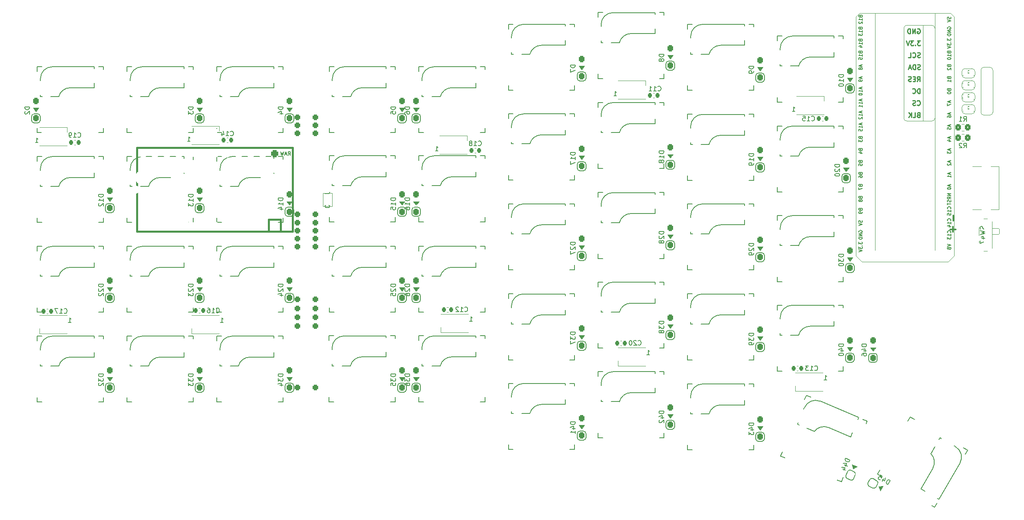
<source format=gbr>
G04 #@! TF.GenerationSoftware,KiCad,Pcbnew,(6.0.6)*
G04 #@! TF.CreationDate,2022-08-01T11:52:36+07:00*
G04 #@! TF.ProjectId,SofleKeyboard,536f666c-654b-4657-9962-6f6172642e6b,rev?*
G04 #@! TF.SameCoordinates,Original*
G04 #@! TF.FileFunction,Legend,Bot*
G04 #@! TF.FilePolarity,Positive*
%FSLAX46Y46*%
G04 Gerber Fmt 4.6, Leading zero omitted, Abs format (unit mm)*
G04 Created by KiCad (PCBNEW (6.0.6)) date 2022-08-01 11:52:36*
%MOMM*%
%LPD*%
G01*
G04 APERTURE LIST*
G04 Aperture macros list*
%AMRoundRect*
0 Rectangle with rounded corners*
0 $1 Rounding radius*
0 $2 $3 $4 $5 $6 $7 $8 $9 X,Y pos of 4 corners*
0 Add a 4 corners polygon primitive as box body*
4,1,4,$2,$3,$4,$5,$6,$7,$8,$9,$2,$3,0*
0 Add four circle primitives for the rounded corners*
1,1,$1+$1,$2,$3*
1,1,$1+$1,$4,$5*
1,1,$1+$1,$6,$7*
1,1,$1+$1,$8,$9*
0 Add four rect primitives between the rounded corners*
20,1,$1+$1,$2,$3,$4,$5,0*
20,1,$1+$1,$4,$5,$6,$7,0*
20,1,$1+$1,$6,$7,$8,$9,0*
20,1,$1+$1,$8,$9,$2,$3,0*%
%AMRotRect*
0 Rectangle, with rotation*
0 The origin of the aperture is its center*
0 $1 length*
0 $2 width*
0 $3 Rotation angle, in degrees counterclockwise*
0 Add horizontal line*
21,1,$1,$2,0,0,$3*%
%AMFreePoly0*
4,1,22,0.500000,-0.750000,0.000000,-0.750000,0.000000,-0.745033,-0.079941,-0.743568,-0.215256,-0.701293,-0.333266,-0.622738,-0.424486,-0.514219,-0.481581,-0.384460,-0.499164,-0.250000,-0.500000,-0.250000,-0.500000,0.250000,-0.499164,0.250000,-0.499963,0.256109,-0.478152,0.396186,-0.417904,0.524511,-0.324060,0.630769,-0.204165,0.706417,-0.067858,0.745374,0.000000,0.744959,0.000000,0.750000,
0.500000,0.750000,0.500000,-0.750000,0.500000,-0.750000,$1*%
%AMFreePoly1*
4,1,20,0.000000,0.744959,0.073905,0.744508,0.209726,0.703889,0.328688,0.626782,0.421226,0.519385,0.479903,0.390333,0.500000,0.250000,0.500000,-0.250000,0.499851,-0.262216,0.476331,-0.402017,0.414519,-0.529596,0.319384,-0.634700,0.198574,-0.708877,0.061801,-0.746166,0.000000,-0.745033,0.000000,-0.750000,-0.500000,-0.750000,-0.500000,0.750000,0.000000,0.750000,0.000000,0.744959,
0.000000,0.744959,$1*%
G04 Aperture macros list end*
%ADD10C,0.300000*%
%ADD11C,0.175000*%
%ADD12C,0.150000*%
%ADD13C,0.250000*%
%ADD14C,0.120000*%
%ADD15C,0.200000*%
%ADD16C,0.100000*%
%ADD17C,0.381000*%
%ADD18C,4.700000*%
%ADD19C,1.701800*%
%ADD20C,3.987800*%
%ADD21C,1.700000*%
%ADD22R,2.550000X2.500000*%
%ADD23RotRect,2.550000X2.500000X240.000000*%
%ADD24RotRect,2.550000X2.500000X337.000000*%
%ADD25C,4.000000*%
%ADD26C,3.000000*%
%ADD27R,2.550000X2.350000*%
%ADD28RoundRect,0.300000X0.300000X0.300000X-0.300000X0.300000X-0.300000X-0.300000X0.300000X-0.300000X0*%
%ADD29O,0.762000X14.750000*%
%ADD30C,1.752600*%
%ADD31R,1.600000X0.850000*%
%ADD32O,0.762000X8.800000*%
%ADD33C,0.650000*%
%ADD34O,2.100000X1.000000*%
%ADD35O,1.600000X1.000000*%
%ADD36O,0.762000X7.000000*%
%ADD37C,0.900000*%
%ADD38C,1.400000*%
%ADD39R,1.700000X1.700000*%
%ADD40O,1.700000X1.700000*%
%ADD41RoundRect,0.250000X0.350000X0.450000X-0.350000X0.450000X-0.350000X-0.450000X0.350000X-0.450000X0*%
%ADD42O,0.762000X10.800000*%
%ADD43R,2.000000X2.000000*%
%ADD44C,2.000000*%
%ADD45R,3.200000X2.000000*%
%ADD46RoundRect,0.300000X0.300000X-0.395000X0.300000X0.395000X-0.300000X0.395000X-0.300000X-0.395000X0*%
%ADD47RoundRect,0.300000X-0.300000X0.395000X-0.300000X-0.395000X0.300000X-0.395000X0.300000X0.395000X0*%
%ADD48FreePoly0,0.000000*%
%ADD49FreePoly1,0.000000*%
%ADD50RoundRect,0.300000X0.121813X-0.480819X0.430490X0.246380X-0.121813X0.480819X-0.430490X-0.246380X0*%
%ADD51RoundRect,0.300000X-0.121813X0.480819X-0.430490X-0.246380X0.121813X-0.480819X0.430490X0.246380X0*%
%ADD52RoundRect,0.400000X0.400000X0.400000X-0.400000X0.400000X-0.400000X-0.400000X0.400000X-0.400000X0*%
%ADD53RoundRect,0.225000X-0.225000X-0.250000X0.225000X-0.250000X0.225000X0.250000X-0.225000X0.250000X0*%
%ADD54RoundRect,0.225000X0.225000X0.250000X-0.225000X0.250000X-0.225000X-0.250000X0.225000X-0.250000X0*%
%ADD55R,1.500000X1.000000*%
%ADD56R,0.800000X1.422000*%
%ADD57R,2.368000X0.700000*%
%ADD58R,2.362600X0.600000*%
%ADD59R,2.366000X0.300000*%
%ADD60R,2.366000X0.305000*%
%ADD61RoundRect,0.300000X-0.492080X-0.062308X0.192080X-0.457308X0.492080X0.062308X-0.192080X0.457308X0*%
%ADD62RoundRect,0.300000X0.492080X0.062308X-0.192080X0.457308X-0.492080X-0.062308X0.192080X-0.457308X0*%
G04 APERTURE END LIST*
D10*
X247794283Y-81152010D02*
X247794283Y-80009153D01*
X247115712Y-82973722D02*
X248258569Y-82973722D01*
X247687141Y-83545151D02*
X247687141Y-82402294D01*
D11*
X228245806Y-55363247D02*
X228245806Y-55696581D01*
X228445806Y-55296581D02*
X227745806Y-55529914D01*
X228445806Y-55763247D01*
X228445806Y-56363247D02*
X228445806Y-55963247D01*
X228445806Y-56163247D02*
X227745806Y-56163247D01*
X227845806Y-56096581D01*
X227912473Y-56029914D01*
X227945806Y-55963247D01*
X228445806Y-57029914D02*
X228445806Y-56629914D01*
X228445806Y-56829914D02*
X227745806Y-56829914D01*
X227845806Y-56763247D01*
X227912473Y-56696581D01*
X227945806Y-56629914D01*
X247041806Y-60776581D02*
X247041806Y-61109914D01*
X247241806Y-60709914D02*
X246541806Y-60943247D01*
X247241806Y-61176581D01*
X246541806Y-61743247D02*
X246541806Y-61409914D01*
X246875140Y-61376581D01*
X246841806Y-61409914D01*
X246808473Y-61476581D01*
X246808473Y-61643247D01*
X246841806Y-61709914D01*
X246875140Y-61743247D01*
X246941806Y-61776581D01*
X247108473Y-61776581D01*
X247175140Y-61743247D01*
X247208473Y-61709914D01*
X247241806Y-61643247D01*
X247241806Y-61476581D01*
X247208473Y-61409914D01*
X247175140Y-61376581D01*
X246575140Y-40423247D02*
X246541806Y-40356581D01*
X246541806Y-40256581D01*
X246575140Y-40156581D01*
X246641806Y-40089914D01*
X246708473Y-40056581D01*
X246841806Y-40023247D01*
X246941806Y-40023247D01*
X247075140Y-40056581D01*
X247141806Y-40089914D01*
X247208473Y-40156581D01*
X247241806Y-40256581D01*
X247241806Y-40323247D01*
X247208473Y-40423247D01*
X247175140Y-40456581D01*
X246941806Y-40456581D01*
X246941806Y-40323247D01*
X247241806Y-40756581D02*
X246541806Y-40756581D01*
X247241806Y-41156581D01*
X246541806Y-41156581D01*
X247241806Y-41489914D02*
X246541806Y-41489914D01*
X246541806Y-41656581D01*
X246575140Y-41756581D01*
X246641806Y-41823247D01*
X246708473Y-41856581D01*
X246841806Y-41889914D01*
X246941806Y-41889914D01*
X247075140Y-41856581D01*
X247141806Y-41823247D01*
X247208473Y-41756581D01*
X247241806Y-41656581D01*
X247241806Y-41489914D01*
X247041806Y-55696581D02*
X247041806Y-56029914D01*
X247241806Y-55629914D02*
X246541806Y-55863247D01*
X247241806Y-56096581D01*
X246541806Y-56263247D02*
X246541806Y-56729914D01*
X247241806Y-56429914D01*
X228079140Y-45419914D02*
X228112473Y-45519914D01*
X228145806Y-45553247D01*
X228212473Y-45586581D01*
X228312473Y-45586581D01*
X228379140Y-45553247D01*
X228412473Y-45519914D01*
X228445806Y-45453247D01*
X228445806Y-45186581D01*
X227745806Y-45186581D01*
X227745806Y-45419914D01*
X227779140Y-45486581D01*
X227812473Y-45519914D01*
X227879140Y-45553247D01*
X227945806Y-45553247D01*
X228012473Y-45519914D01*
X228045806Y-45486581D01*
X228079140Y-45419914D01*
X228079140Y-45186581D01*
X228445806Y-46253247D02*
X228445806Y-45853247D01*
X228445806Y-46053247D02*
X227745806Y-46053247D01*
X227845806Y-45986581D01*
X227912473Y-45919914D01*
X227945806Y-45853247D01*
X227745806Y-46886581D02*
X227745806Y-46553247D01*
X228079140Y-46519914D01*
X228045806Y-46553247D01*
X228012473Y-46619914D01*
X228012473Y-46786581D01*
X228045806Y-46853247D01*
X228079140Y-46886581D01*
X228145806Y-46919914D01*
X228312473Y-46919914D01*
X228379140Y-46886581D01*
X228412473Y-46853247D01*
X228445806Y-46786581D01*
X228445806Y-46619914D01*
X228412473Y-46553247D01*
X228379140Y-46519914D01*
X228245806Y-57903247D02*
X228245806Y-58236581D01*
X228445806Y-57836581D02*
X227745806Y-58069914D01*
X228445806Y-58303247D01*
X228445806Y-58903247D02*
X228445806Y-58503247D01*
X228445806Y-58703247D02*
X227745806Y-58703247D01*
X227845806Y-58636581D01*
X227912473Y-58569914D01*
X227945806Y-58503247D01*
X227812473Y-59169914D02*
X227779140Y-59203247D01*
X227745806Y-59269914D01*
X227745806Y-59436581D01*
X227779140Y-59503247D01*
X227812473Y-59536581D01*
X227879140Y-59569914D01*
X227945806Y-59569914D01*
X228045806Y-59536581D01*
X228445806Y-59136581D01*
X228445806Y-59569914D01*
X228079140Y-78773247D02*
X228112473Y-78873247D01*
X228145806Y-78906581D01*
X228212473Y-78939914D01*
X228312473Y-78939914D01*
X228379140Y-78906581D01*
X228412473Y-78873247D01*
X228445806Y-78806581D01*
X228445806Y-78539914D01*
X227745806Y-78539914D01*
X227745806Y-78773247D01*
X227779140Y-78839914D01*
X227812473Y-78873247D01*
X227879140Y-78906581D01*
X227945806Y-78906581D01*
X228012473Y-78873247D01*
X228045806Y-78839914D01*
X228079140Y-78773247D01*
X228079140Y-78539914D01*
X228445806Y-79273247D02*
X228445806Y-79406581D01*
X228412473Y-79473247D01*
X228379140Y-79506581D01*
X228279140Y-79573247D01*
X228145806Y-79606581D01*
X227879140Y-79606581D01*
X227812473Y-79573247D01*
X227779140Y-79539914D01*
X227745806Y-79473247D01*
X227745806Y-79339914D01*
X227779140Y-79273247D01*
X227812473Y-79239914D01*
X227879140Y-79206581D01*
X228045806Y-79206581D01*
X228112473Y-79239914D01*
X228145806Y-79273247D01*
X228179140Y-79339914D01*
X228179140Y-79473247D01*
X228145806Y-79539914D01*
X228112473Y-79573247D01*
X228045806Y-79606581D01*
X228079140Y-68613247D02*
X228112473Y-68713247D01*
X228145806Y-68746581D01*
X228212473Y-68779914D01*
X228312473Y-68779914D01*
X228379140Y-68746581D01*
X228412473Y-68713247D01*
X228445806Y-68646581D01*
X228445806Y-68379914D01*
X227745806Y-68379914D01*
X227745806Y-68613247D01*
X227779140Y-68679914D01*
X227812473Y-68713247D01*
X227879140Y-68746581D01*
X227945806Y-68746581D01*
X228012473Y-68713247D01*
X228045806Y-68679914D01*
X228079140Y-68613247D01*
X228079140Y-68379914D01*
X227745806Y-69413247D02*
X227745806Y-69079914D01*
X228079140Y-69046581D01*
X228045806Y-69079914D01*
X228012473Y-69146581D01*
X228012473Y-69313247D01*
X228045806Y-69379914D01*
X228079140Y-69413247D01*
X228145806Y-69446581D01*
X228312473Y-69446581D01*
X228379140Y-69413247D01*
X228412473Y-69379914D01*
X228445806Y-69313247D01*
X228445806Y-69146581D01*
X228412473Y-69079914D01*
X228379140Y-69046581D01*
X247175140Y-78606581D02*
X247208473Y-78573247D01*
X247241806Y-78473247D01*
X247241806Y-78406581D01*
X247208473Y-78306581D01*
X247141806Y-78239914D01*
X247075140Y-78206581D01*
X246941806Y-78173247D01*
X246841806Y-78173247D01*
X246708473Y-78206581D01*
X246641806Y-78239914D01*
X246575140Y-78306581D01*
X246541806Y-78406581D01*
X246541806Y-78473247D01*
X246575140Y-78573247D01*
X246608473Y-78606581D01*
X247241806Y-79273247D02*
X247241806Y-78873247D01*
X247241806Y-79073247D02*
X246541806Y-79073247D01*
X246641806Y-79006581D01*
X246708473Y-78939914D01*
X246741806Y-78873247D01*
X246541806Y-79906581D02*
X246541806Y-79573247D01*
X246875140Y-79539914D01*
X246841806Y-79573247D01*
X246808473Y-79639914D01*
X246808473Y-79806581D01*
X246841806Y-79873247D01*
X246875140Y-79906581D01*
X246941806Y-79939914D01*
X247108473Y-79939914D01*
X247175140Y-79906581D01*
X247208473Y-79873247D01*
X247241806Y-79806581D01*
X247241806Y-79639914D01*
X247208473Y-79573247D01*
X247175140Y-79539914D01*
X228079140Y-71153247D02*
X228112473Y-71253247D01*
X228145806Y-71286581D01*
X228212473Y-71319914D01*
X228312473Y-71319914D01*
X228379140Y-71286581D01*
X228412473Y-71253247D01*
X228445806Y-71186581D01*
X228445806Y-70919914D01*
X227745806Y-70919914D01*
X227745806Y-71153247D01*
X227779140Y-71219914D01*
X227812473Y-71253247D01*
X227879140Y-71286581D01*
X227945806Y-71286581D01*
X228012473Y-71253247D01*
X228045806Y-71219914D01*
X228079140Y-71153247D01*
X228079140Y-70919914D01*
X227745806Y-71919914D02*
X227745806Y-71786581D01*
X227779140Y-71719914D01*
X227812473Y-71686581D01*
X227912473Y-71619914D01*
X228045806Y-71586581D01*
X228312473Y-71586581D01*
X228379140Y-71619914D01*
X228412473Y-71653247D01*
X228445806Y-71719914D01*
X228445806Y-71853247D01*
X228412473Y-71919914D01*
X228379140Y-71953247D01*
X228312473Y-71986581D01*
X228145806Y-71986581D01*
X228079140Y-71953247D01*
X228045806Y-71919914D01*
X228012473Y-71853247D01*
X228012473Y-71719914D01*
X228045806Y-71653247D01*
X228079140Y-71619914D01*
X228145806Y-71586581D01*
X247041806Y-70936581D02*
X247041806Y-71269914D01*
X247241806Y-70869914D02*
X246541806Y-71103247D01*
X247241806Y-71336581D01*
X247241806Y-71936581D02*
X247241806Y-71536581D01*
X247241806Y-71736581D02*
X246541806Y-71736581D01*
X246641806Y-71669914D01*
X246708473Y-71603247D01*
X246741806Y-71536581D01*
X228079140Y-63533247D02*
X228112473Y-63633247D01*
X228145806Y-63666581D01*
X228212473Y-63699914D01*
X228312473Y-63699914D01*
X228379140Y-63666581D01*
X228412473Y-63633247D01*
X228445806Y-63566581D01*
X228445806Y-63299914D01*
X227745806Y-63299914D01*
X227745806Y-63533247D01*
X227779140Y-63599914D01*
X227812473Y-63633247D01*
X227879140Y-63666581D01*
X227945806Y-63666581D01*
X228012473Y-63633247D01*
X228045806Y-63599914D01*
X228079140Y-63533247D01*
X228079140Y-63299914D01*
X227745806Y-63933247D02*
X227745806Y-64366581D01*
X228012473Y-64133247D01*
X228012473Y-64233247D01*
X228045806Y-64299914D01*
X228079140Y-64333247D01*
X228145806Y-64366581D01*
X228312473Y-64366581D01*
X228379140Y-64333247D01*
X228412473Y-64299914D01*
X228445806Y-64233247D01*
X228445806Y-64033247D01*
X228412473Y-63966581D01*
X228379140Y-63933247D01*
X228079140Y-76233247D02*
X228112473Y-76333247D01*
X228145806Y-76366581D01*
X228212473Y-76399914D01*
X228312473Y-76399914D01*
X228379140Y-76366581D01*
X228412473Y-76333247D01*
X228445806Y-76266581D01*
X228445806Y-75999914D01*
X227745806Y-75999914D01*
X227745806Y-76233247D01*
X227779140Y-76299914D01*
X227812473Y-76333247D01*
X227879140Y-76366581D01*
X227945806Y-76366581D01*
X228012473Y-76333247D01*
X228045806Y-76299914D01*
X228079140Y-76233247D01*
X228079140Y-75999914D01*
X228045806Y-76799914D02*
X228012473Y-76733247D01*
X227979140Y-76699914D01*
X227912473Y-76666581D01*
X227879140Y-76666581D01*
X227812473Y-76699914D01*
X227779140Y-76733247D01*
X227745806Y-76799914D01*
X227745806Y-76933247D01*
X227779140Y-76999914D01*
X227812473Y-77033247D01*
X227879140Y-77066581D01*
X227912473Y-77066581D01*
X227979140Y-77033247D01*
X228012473Y-76999914D01*
X228045806Y-76933247D01*
X228045806Y-76799914D01*
X228079140Y-76733247D01*
X228112473Y-76699914D01*
X228179140Y-76666581D01*
X228312473Y-76666581D01*
X228379140Y-76699914D01*
X228412473Y-76733247D01*
X228445806Y-76799914D01*
X228445806Y-76933247D01*
X228412473Y-76999914D01*
X228379140Y-77033247D01*
X228312473Y-77066581D01*
X228179140Y-77066581D01*
X228112473Y-77033247D01*
X228079140Y-76999914D01*
X228045806Y-76933247D01*
X227779140Y-83603247D02*
X227745806Y-83536581D01*
X227745806Y-83436581D01*
X227779140Y-83336581D01*
X227845806Y-83269914D01*
X227912473Y-83236581D01*
X228045806Y-83203247D01*
X228145806Y-83203247D01*
X228279140Y-83236581D01*
X228345806Y-83269914D01*
X228412473Y-83336581D01*
X228445806Y-83436581D01*
X228445806Y-83503247D01*
X228412473Y-83603247D01*
X228379140Y-83636581D01*
X228145806Y-83636581D01*
X228145806Y-83503247D01*
X228445806Y-83936581D02*
X227745806Y-83936581D01*
X228445806Y-84336581D01*
X227745806Y-84336581D01*
X228445806Y-84669914D02*
X227745806Y-84669914D01*
X227745806Y-84836581D01*
X227779140Y-84936581D01*
X227845806Y-85003247D01*
X227912473Y-85036581D01*
X228045806Y-85069914D01*
X228145806Y-85069914D01*
X228279140Y-85036581D01*
X228345806Y-85003247D01*
X228412473Y-84936581D01*
X228445806Y-84836581D01*
X228445806Y-84669914D01*
X227745806Y-81463247D02*
X227745806Y-81129914D01*
X228079140Y-81096581D01*
X228045806Y-81129914D01*
X228012473Y-81196581D01*
X228012473Y-81363247D01*
X228045806Y-81429914D01*
X228079140Y-81463247D01*
X228145806Y-81496581D01*
X228312473Y-81496581D01*
X228379140Y-81463247D01*
X228412473Y-81429914D01*
X228445806Y-81363247D01*
X228445806Y-81196581D01*
X228412473Y-81129914D01*
X228379140Y-81096581D01*
X227745806Y-81696581D02*
X228445806Y-81929914D01*
X227745806Y-82163247D01*
X228245806Y-52823247D02*
X228245806Y-53156581D01*
X228445806Y-52756581D02*
X227745806Y-52989914D01*
X228445806Y-53223247D01*
X228445806Y-53823247D02*
X228445806Y-53423247D01*
X228445806Y-53623247D02*
X227745806Y-53623247D01*
X227845806Y-53556581D01*
X227912473Y-53489914D01*
X227945806Y-53423247D01*
X227745806Y-54256581D02*
X227745806Y-54323247D01*
X227779140Y-54389914D01*
X227812473Y-54423247D01*
X227879140Y-54456581D01*
X228012473Y-54489914D01*
X228179140Y-54489914D01*
X228312473Y-54456581D01*
X228379140Y-54423247D01*
X228412473Y-54389914D01*
X228445806Y-54323247D01*
X228445806Y-54256581D01*
X228412473Y-54189914D01*
X228379140Y-54156581D01*
X228312473Y-54123247D01*
X228179140Y-54089914D01*
X228012473Y-54089914D01*
X227879140Y-54123247D01*
X227812473Y-54156581D01*
X227779140Y-54189914D01*
X227745806Y-54256581D01*
X247175140Y-81146581D02*
X247208473Y-81113247D01*
X247241806Y-81013247D01*
X247241806Y-80946581D01*
X247208473Y-80846581D01*
X247141806Y-80779914D01*
X247075140Y-80746581D01*
X246941806Y-80713247D01*
X246841806Y-80713247D01*
X246708473Y-80746581D01*
X246641806Y-80779914D01*
X246575140Y-80846581D01*
X246541806Y-80946581D01*
X246541806Y-81013247D01*
X246575140Y-81113247D01*
X246608473Y-81146581D01*
X247241806Y-81813247D02*
X247241806Y-81413247D01*
X247241806Y-81613247D02*
X246541806Y-81613247D01*
X246641806Y-81546581D01*
X246708473Y-81479914D01*
X246741806Y-81413247D01*
X246775140Y-82413247D02*
X247241806Y-82413247D01*
X246508473Y-82246581D02*
X247008473Y-82079914D01*
X247008473Y-82513247D01*
X246875140Y-53373247D02*
X246908473Y-53473247D01*
X246941806Y-53506581D01*
X247008473Y-53539914D01*
X247108473Y-53539914D01*
X247175140Y-53506581D01*
X247208473Y-53473247D01*
X247241806Y-53406581D01*
X247241806Y-53139914D01*
X246541806Y-53139914D01*
X246541806Y-53373247D01*
X246575140Y-53439914D01*
X246608473Y-53473247D01*
X246675140Y-53506581D01*
X246741806Y-53506581D01*
X246808473Y-53473247D01*
X246841806Y-53439914D01*
X246875140Y-53373247D01*
X246875140Y-53139914D01*
X246541806Y-53973247D02*
X246541806Y-54039914D01*
X246575140Y-54106581D01*
X246608473Y-54139914D01*
X246675140Y-54173247D01*
X246808473Y-54206581D01*
X246975140Y-54206581D01*
X247108473Y-54173247D01*
X247175140Y-54139914D01*
X247208473Y-54106581D01*
X247241806Y-54039914D01*
X247241806Y-53973247D01*
X247208473Y-53906581D01*
X247175140Y-53873247D01*
X247108473Y-53839914D01*
X246975140Y-53806581D01*
X246808473Y-53806581D01*
X246675140Y-53839914D01*
X246608473Y-53873247D01*
X246575140Y-53906581D01*
X246541806Y-53973247D01*
X247241806Y-75366581D02*
X246541806Y-75366581D01*
X247241806Y-75766581D01*
X246541806Y-75766581D01*
X247241806Y-76499914D02*
X246908473Y-76266581D01*
X247241806Y-76099914D02*
X246541806Y-76099914D01*
X246541806Y-76366581D01*
X246575140Y-76433247D01*
X246608473Y-76466581D01*
X246675140Y-76499914D01*
X246775140Y-76499914D01*
X246841806Y-76466581D01*
X246875140Y-76433247D01*
X246908473Y-76366581D01*
X246908473Y-76099914D01*
X247208473Y-76766581D02*
X247241806Y-76866581D01*
X247241806Y-77033247D01*
X247208473Y-77099914D01*
X247175140Y-77133247D01*
X247108473Y-77166581D01*
X247041806Y-77166581D01*
X246975140Y-77133247D01*
X246941806Y-77099914D01*
X246908473Y-77033247D01*
X246875140Y-76899914D01*
X246841806Y-76833247D01*
X246808473Y-76799914D01*
X246741806Y-76766581D01*
X246675140Y-76766581D01*
X246608473Y-76799914D01*
X246575140Y-76833247D01*
X246541806Y-76899914D01*
X246541806Y-77066581D01*
X246575140Y-77166581D01*
X246541806Y-77366581D02*
X246541806Y-77766581D01*
X247241806Y-77566581D02*
X246541806Y-77566581D01*
X228245806Y-60443247D02*
X228245806Y-60776581D01*
X228445806Y-60376581D02*
X227745806Y-60609914D01*
X228445806Y-60843247D01*
X228445806Y-61443247D02*
X228445806Y-61043247D01*
X228445806Y-61243247D02*
X227745806Y-61243247D01*
X227845806Y-61176581D01*
X227912473Y-61109914D01*
X227945806Y-61043247D01*
X227745806Y-62076581D02*
X227745806Y-61743247D01*
X228079140Y-61709914D01*
X228045806Y-61743247D01*
X228012473Y-61809914D01*
X228012473Y-61976581D01*
X228045806Y-62043247D01*
X228079140Y-62076581D01*
X228145806Y-62109914D01*
X228312473Y-62109914D01*
X228379140Y-62076581D01*
X228412473Y-62043247D01*
X228445806Y-61976581D01*
X228445806Y-61809914D01*
X228412473Y-61743247D01*
X228379140Y-61709914D01*
X228079140Y-42879914D02*
X228112473Y-42979914D01*
X228145806Y-43013247D01*
X228212473Y-43046581D01*
X228312473Y-43046581D01*
X228379140Y-43013247D01*
X228412473Y-42979914D01*
X228445806Y-42913247D01*
X228445806Y-42646581D01*
X227745806Y-42646581D01*
X227745806Y-42879914D01*
X227779140Y-42946581D01*
X227812473Y-42979914D01*
X227879140Y-43013247D01*
X227945806Y-43013247D01*
X228012473Y-42979914D01*
X228045806Y-42946581D01*
X228079140Y-42879914D01*
X228079140Y-42646581D01*
X228445806Y-43713247D02*
X228445806Y-43313247D01*
X228445806Y-43513247D02*
X227745806Y-43513247D01*
X227845806Y-43446581D01*
X227912473Y-43379914D01*
X227945806Y-43313247D01*
X227979140Y-44313247D02*
X228445806Y-44313247D01*
X227712473Y-44146581D02*
X228212473Y-43979914D01*
X228212473Y-44413247D01*
X247041806Y-68396581D02*
X247041806Y-68729914D01*
X247241806Y-68329914D02*
X246541806Y-68563247D01*
X247241806Y-68796581D01*
X246608473Y-68996581D02*
X246575140Y-69029914D01*
X246541806Y-69096581D01*
X246541806Y-69263247D01*
X246575140Y-69329914D01*
X246608473Y-69363247D01*
X246675140Y-69396581D01*
X246741806Y-69396581D01*
X246841806Y-69363247D01*
X247241806Y-68963247D01*
X247241806Y-69396581D01*
X228079140Y-73693247D02*
X228112473Y-73793247D01*
X228145806Y-73826581D01*
X228212473Y-73859914D01*
X228312473Y-73859914D01*
X228379140Y-73826581D01*
X228412473Y-73793247D01*
X228445806Y-73726581D01*
X228445806Y-73459914D01*
X227745806Y-73459914D01*
X227745806Y-73693247D01*
X227779140Y-73759914D01*
X227812473Y-73793247D01*
X227879140Y-73826581D01*
X227945806Y-73826581D01*
X228012473Y-73793247D01*
X228045806Y-73759914D01*
X228079140Y-73693247D01*
X228079140Y-73459914D01*
X227745806Y-74093247D02*
X227745806Y-74559914D01*
X228445806Y-74259914D01*
X247041806Y-63316581D02*
X247041806Y-63649914D01*
X247241806Y-63249914D02*
X246541806Y-63483247D01*
X247241806Y-63716581D01*
X246775140Y-64249914D02*
X247241806Y-64249914D01*
X246508473Y-64083247D02*
X247008473Y-63916581D01*
X247008473Y-64349914D01*
X246875140Y-48293247D02*
X246908473Y-48393247D01*
X246941806Y-48426581D01*
X247008473Y-48459914D01*
X247108473Y-48459914D01*
X247175140Y-48426581D01*
X247208473Y-48393247D01*
X247241806Y-48326581D01*
X247241806Y-48059914D01*
X246541806Y-48059914D01*
X246541806Y-48293247D01*
X246575140Y-48359914D01*
X246608473Y-48393247D01*
X246675140Y-48426581D01*
X246741806Y-48426581D01*
X246808473Y-48393247D01*
X246841806Y-48359914D01*
X246875140Y-48293247D01*
X246875140Y-48059914D01*
X246608473Y-48726581D02*
X246575140Y-48759914D01*
X246541806Y-48826581D01*
X246541806Y-48993247D01*
X246575140Y-49059914D01*
X246608473Y-49093247D01*
X246675140Y-49126581D01*
X246741806Y-49126581D01*
X246841806Y-49093247D01*
X247241806Y-48693247D01*
X247241806Y-49126581D01*
X246541806Y-42463247D02*
X246541806Y-42896581D01*
X246808473Y-42663247D01*
X246808473Y-42763247D01*
X246841806Y-42829914D01*
X246875140Y-42863247D01*
X246941806Y-42896581D01*
X247108473Y-42896581D01*
X247175140Y-42863247D01*
X247208473Y-42829914D01*
X247241806Y-42763247D01*
X247241806Y-42563247D01*
X247208473Y-42496581D01*
X247175140Y-42463247D01*
X247175140Y-43196581D02*
X247208473Y-43229914D01*
X247241806Y-43196581D01*
X247208473Y-43163247D01*
X247175140Y-43196581D01*
X247241806Y-43196581D01*
X246541806Y-43463247D02*
X246541806Y-43896581D01*
X246808473Y-43663247D01*
X246808473Y-43763247D01*
X246841806Y-43829914D01*
X246875140Y-43863247D01*
X246941806Y-43896581D01*
X247108473Y-43896581D01*
X247175140Y-43863247D01*
X247208473Y-43829914D01*
X247241806Y-43763247D01*
X247241806Y-43563247D01*
X247208473Y-43496581D01*
X247175140Y-43463247D01*
X246541806Y-44096581D02*
X247241806Y-44329914D01*
X246541806Y-44563247D01*
X247041806Y-58236581D02*
X247041806Y-58569914D01*
X247241806Y-58169914D02*
X246541806Y-58403247D01*
X247241806Y-58636581D01*
X246541806Y-59169914D02*
X246541806Y-59036581D01*
X246575140Y-58969914D01*
X246608473Y-58936581D01*
X246708473Y-58869914D01*
X246841806Y-58836581D01*
X247108473Y-58836581D01*
X247175140Y-58869914D01*
X247208473Y-58903247D01*
X247241806Y-58969914D01*
X247241806Y-59103247D01*
X247208473Y-59169914D01*
X247175140Y-59203247D01*
X247108473Y-59236581D01*
X246941806Y-59236581D01*
X246875140Y-59203247D01*
X246841806Y-59169914D01*
X246808473Y-59103247D01*
X246808473Y-58969914D01*
X246841806Y-58903247D01*
X246875140Y-58869914D01*
X246941806Y-58836581D01*
X227745806Y-85643247D02*
X227745806Y-86076581D01*
X228012473Y-85843247D01*
X228012473Y-85943247D01*
X228045806Y-86009914D01*
X228079140Y-86043247D01*
X228145806Y-86076581D01*
X228312473Y-86076581D01*
X228379140Y-86043247D01*
X228412473Y-86009914D01*
X228445806Y-85943247D01*
X228445806Y-85743247D01*
X228412473Y-85676581D01*
X228379140Y-85643247D01*
X228379140Y-86376581D02*
X228412473Y-86409914D01*
X228445806Y-86376581D01*
X228412473Y-86343247D01*
X228379140Y-86376581D01*
X228445806Y-86376581D01*
X227745806Y-86643247D02*
X227745806Y-87076581D01*
X228012473Y-86843247D01*
X228012473Y-86943247D01*
X228045806Y-87009914D01*
X228079140Y-87043247D01*
X228145806Y-87076581D01*
X228312473Y-87076581D01*
X228379140Y-87043247D01*
X228412473Y-87009914D01*
X228445806Y-86943247D01*
X228445806Y-86743247D01*
X228412473Y-86676581D01*
X228379140Y-86643247D01*
X227745806Y-87276581D02*
X228445806Y-87509914D01*
X227745806Y-87743247D01*
X246541806Y-38283247D02*
X246541806Y-37949914D01*
X246875140Y-37916581D01*
X246841806Y-37949914D01*
X246808473Y-38016581D01*
X246808473Y-38183247D01*
X246841806Y-38249914D01*
X246875140Y-38283247D01*
X246941806Y-38316581D01*
X247108473Y-38316581D01*
X247175140Y-38283247D01*
X247208473Y-38249914D01*
X247241806Y-38183247D01*
X247241806Y-38016581D01*
X247208473Y-37949914D01*
X247175140Y-37916581D01*
X246541806Y-38516581D02*
X247241806Y-38749914D01*
X246541806Y-38983247D01*
X247175140Y-83686581D02*
X247208473Y-83653247D01*
X247241806Y-83553247D01*
X247241806Y-83486581D01*
X247208473Y-83386581D01*
X247141806Y-83319914D01*
X247075140Y-83286581D01*
X246941806Y-83253247D01*
X246841806Y-83253247D01*
X246708473Y-83286581D01*
X246641806Y-83319914D01*
X246575140Y-83386581D01*
X246541806Y-83486581D01*
X246541806Y-83553247D01*
X246575140Y-83653247D01*
X246608473Y-83686581D01*
X247241806Y-84353247D02*
X247241806Y-83953247D01*
X247241806Y-84153247D02*
X246541806Y-84153247D01*
X246641806Y-84086581D01*
X246708473Y-84019914D01*
X246741806Y-83953247D01*
X246541806Y-84586581D02*
X246541806Y-85019914D01*
X246808473Y-84786581D01*
X246808473Y-84886581D01*
X246841806Y-84953247D01*
X246875140Y-84986581D01*
X246941806Y-85019914D01*
X247108473Y-85019914D01*
X247175140Y-84986581D01*
X247208473Y-84953247D01*
X247241806Y-84886581D01*
X247241806Y-84686581D01*
X247208473Y-84619914D01*
X247175140Y-84586581D01*
X228079140Y-66073247D02*
X228112473Y-66173247D01*
X228145806Y-66206581D01*
X228212473Y-66239914D01*
X228312473Y-66239914D01*
X228379140Y-66206581D01*
X228412473Y-66173247D01*
X228445806Y-66106581D01*
X228445806Y-65839914D01*
X227745806Y-65839914D01*
X227745806Y-66073247D01*
X227779140Y-66139914D01*
X227812473Y-66173247D01*
X227879140Y-66206581D01*
X227945806Y-66206581D01*
X228012473Y-66173247D01*
X228045806Y-66139914D01*
X228079140Y-66073247D01*
X228079140Y-65839914D01*
X227979140Y-66839914D02*
X228445806Y-66839914D01*
X227712473Y-66673247D02*
X228212473Y-66506581D01*
X228212473Y-66939914D01*
X228245806Y-48076581D02*
X228245806Y-48409914D01*
X228445806Y-48009914D02*
X227745806Y-48243247D01*
X228445806Y-48476581D01*
X228045806Y-48809914D02*
X228012473Y-48743247D01*
X227979140Y-48709914D01*
X227912473Y-48676581D01*
X227879140Y-48676581D01*
X227812473Y-48709914D01*
X227779140Y-48743247D01*
X227745806Y-48809914D01*
X227745806Y-48943247D01*
X227779140Y-49009914D01*
X227812473Y-49043247D01*
X227879140Y-49076581D01*
X227912473Y-49076581D01*
X227979140Y-49043247D01*
X228012473Y-49009914D01*
X228045806Y-48943247D01*
X228045806Y-48809914D01*
X228079140Y-48743247D01*
X228112473Y-48709914D01*
X228179140Y-48676581D01*
X228312473Y-48676581D01*
X228379140Y-48709914D01*
X228412473Y-48743247D01*
X228445806Y-48809914D01*
X228445806Y-48943247D01*
X228412473Y-49009914D01*
X228379140Y-49043247D01*
X228312473Y-49076581D01*
X228179140Y-49076581D01*
X228112473Y-49043247D01*
X228079140Y-49009914D01*
X228045806Y-48943247D01*
X246875140Y-45419914D02*
X246908473Y-45519914D01*
X246941806Y-45553247D01*
X247008473Y-45586581D01*
X247108473Y-45586581D01*
X247175140Y-45553247D01*
X247208473Y-45519914D01*
X247241806Y-45453247D01*
X247241806Y-45186581D01*
X246541806Y-45186581D01*
X246541806Y-45419914D01*
X246575140Y-45486581D01*
X246608473Y-45519914D01*
X246675140Y-45553247D01*
X246741806Y-45553247D01*
X246808473Y-45519914D01*
X246841806Y-45486581D01*
X246875140Y-45419914D01*
X246875140Y-45186581D01*
X247241806Y-46253247D02*
X247241806Y-45853247D01*
X247241806Y-46053247D02*
X246541806Y-46053247D01*
X246641806Y-45986581D01*
X246708473Y-45919914D01*
X246741806Y-45853247D01*
X246541806Y-46686581D02*
X246541806Y-46753247D01*
X246575140Y-46819914D01*
X246608473Y-46853247D01*
X246675140Y-46886581D01*
X246808473Y-46919914D01*
X246975140Y-46919914D01*
X247108473Y-46886581D01*
X247175140Y-46853247D01*
X247208473Y-46819914D01*
X247241806Y-46753247D01*
X247241806Y-46686581D01*
X247208473Y-46619914D01*
X247175140Y-46586581D01*
X247108473Y-46553247D01*
X246975140Y-46519914D01*
X246808473Y-46519914D01*
X246675140Y-46553247D01*
X246608473Y-46586581D01*
X246575140Y-46619914D01*
X246541806Y-46686581D01*
X228079140Y-37799914D02*
X228112473Y-37899914D01*
X228145806Y-37933247D01*
X228212473Y-37966581D01*
X228312473Y-37966581D01*
X228379140Y-37933247D01*
X228412473Y-37899914D01*
X228445806Y-37833247D01*
X228445806Y-37566581D01*
X227745806Y-37566581D01*
X227745806Y-37799914D01*
X227779140Y-37866581D01*
X227812473Y-37899914D01*
X227879140Y-37933247D01*
X227945806Y-37933247D01*
X228012473Y-37899914D01*
X228045806Y-37866581D01*
X228079140Y-37799914D01*
X228079140Y-37566581D01*
X228445806Y-38633247D02*
X228445806Y-38233247D01*
X228445806Y-38433247D02*
X227745806Y-38433247D01*
X227845806Y-38366581D01*
X227912473Y-38299914D01*
X227945806Y-38233247D01*
X227812473Y-38899914D02*
X227779140Y-38933247D01*
X227745806Y-38999914D01*
X227745806Y-39166581D01*
X227779140Y-39233247D01*
X227812473Y-39266581D01*
X227879140Y-39299914D01*
X227945806Y-39299914D01*
X228045806Y-39266581D01*
X228445806Y-38866581D01*
X228445806Y-39299914D01*
X246541806Y-86093247D02*
X247241806Y-86326581D01*
X246541806Y-86559914D01*
X246875140Y-87026581D02*
X246908473Y-87126581D01*
X246941806Y-87159914D01*
X247008473Y-87193247D01*
X247108473Y-87193247D01*
X247175140Y-87159914D01*
X247208473Y-87126581D01*
X247241806Y-87059914D01*
X247241806Y-86793247D01*
X246541806Y-86793247D01*
X246541806Y-87026581D01*
X246575140Y-87093247D01*
X246608473Y-87126581D01*
X246675140Y-87159914D01*
X246741806Y-87159914D01*
X246808473Y-87126581D01*
X246841806Y-87093247D01*
X246875140Y-87026581D01*
X246875140Y-86793247D01*
X246875140Y-50833247D02*
X246908473Y-50933247D01*
X246941806Y-50966581D01*
X247008473Y-50999914D01*
X247108473Y-50999914D01*
X247175140Y-50966581D01*
X247208473Y-50933247D01*
X247241806Y-50866581D01*
X247241806Y-50599914D01*
X246541806Y-50599914D01*
X246541806Y-50833247D01*
X246575140Y-50899914D01*
X246608473Y-50933247D01*
X246675140Y-50966581D01*
X246741806Y-50966581D01*
X246808473Y-50933247D01*
X246841806Y-50899914D01*
X246875140Y-50833247D01*
X246875140Y-50599914D01*
X247241806Y-51666581D02*
X247241806Y-51266581D01*
X247241806Y-51466581D02*
X246541806Y-51466581D01*
X246641806Y-51399914D01*
X246708473Y-51333247D01*
X246741806Y-51266581D01*
X228079140Y-40339914D02*
X228112473Y-40439914D01*
X228145806Y-40473247D01*
X228212473Y-40506581D01*
X228312473Y-40506581D01*
X228379140Y-40473247D01*
X228412473Y-40439914D01*
X228445806Y-40373247D01*
X228445806Y-40106581D01*
X227745806Y-40106581D01*
X227745806Y-40339914D01*
X227779140Y-40406581D01*
X227812473Y-40439914D01*
X227879140Y-40473247D01*
X227945806Y-40473247D01*
X228012473Y-40439914D01*
X228045806Y-40406581D01*
X228079140Y-40339914D01*
X228079140Y-40106581D01*
X228445806Y-41173247D02*
X228445806Y-40773247D01*
X228445806Y-40973247D02*
X227745806Y-40973247D01*
X227845806Y-40906581D01*
X227912473Y-40839914D01*
X227945806Y-40773247D01*
X227745806Y-41406581D02*
X227745806Y-41839914D01*
X228012473Y-41606581D01*
X228012473Y-41706581D01*
X228045806Y-41773247D01*
X228079140Y-41806581D01*
X228145806Y-41839914D01*
X228312473Y-41839914D01*
X228379140Y-41806581D01*
X228412473Y-41773247D01*
X228445806Y-41706581D01*
X228445806Y-41506581D01*
X228412473Y-41439914D01*
X228379140Y-41406581D01*
X247041806Y-73476581D02*
X247041806Y-73809914D01*
X247241806Y-73409914D02*
X246541806Y-73643247D01*
X247241806Y-73876581D01*
X246541806Y-74243247D02*
X246541806Y-74309914D01*
X246575140Y-74376581D01*
X246608473Y-74409914D01*
X246675140Y-74443247D01*
X246808473Y-74476581D01*
X246975140Y-74476581D01*
X247108473Y-74443247D01*
X247175140Y-74409914D01*
X247208473Y-74376581D01*
X247241806Y-74309914D01*
X247241806Y-74243247D01*
X247208473Y-74176581D01*
X247175140Y-74143247D01*
X247108473Y-74109914D01*
X246975140Y-74076581D01*
X246808473Y-74076581D01*
X246675140Y-74109914D01*
X246608473Y-74143247D01*
X246575140Y-74176581D01*
X246541806Y-74243247D01*
X228245806Y-50616581D02*
X228245806Y-50949914D01*
X228445806Y-50549914D02*
X227745806Y-50783247D01*
X228445806Y-51016581D01*
X228445806Y-51283247D02*
X228445806Y-51416581D01*
X228412473Y-51483247D01*
X228379140Y-51516581D01*
X228279140Y-51583247D01*
X228145806Y-51616581D01*
X227879140Y-51616581D01*
X227812473Y-51583247D01*
X227779140Y-51549914D01*
X227745806Y-51483247D01*
X227745806Y-51349914D01*
X227779140Y-51283247D01*
X227812473Y-51249914D01*
X227879140Y-51216581D01*
X228045806Y-51216581D01*
X228112473Y-51249914D01*
X228145806Y-51283247D01*
X228179140Y-51349914D01*
X228179140Y-51483247D01*
X228145806Y-51549914D01*
X228112473Y-51583247D01*
X228045806Y-51616581D01*
X247041806Y-65856581D02*
X247041806Y-66189914D01*
X247241806Y-65789914D02*
X246541806Y-66023247D01*
X247241806Y-66256581D01*
X246541806Y-66423247D02*
X246541806Y-66856581D01*
X246808473Y-66623247D01*
X246808473Y-66723247D01*
X246841806Y-66789914D01*
X246875140Y-66823247D01*
X246941806Y-66856581D01*
X247108473Y-66856581D01*
X247175140Y-66823247D01*
X247208473Y-66789914D01*
X247241806Y-66723247D01*
X247241806Y-66523247D01*
X247208473Y-66456581D01*
X247175140Y-66423247D01*
D12*
X60110285Y-102701380D02*
X60681714Y-102701380D01*
X60396000Y-102701380D02*
X60396000Y-101701380D01*
X60491238Y-101844238D01*
X60586476Y-101939476D01*
X60681714Y-101987095D01*
X145200285Y-102447380D02*
X145771714Y-102447380D01*
X145486000Y-102447380D02*
X145486000Y-101447380D01*
X145581238Y-101590238D01*
X145676476Y-101685476D01*
X145771714Y-101733095D01*
X182792285Y-109559380D02*
X183363714Y-109559380D01*
X183078000Y-109559380D02*
X183078000Y-108559380D01*
X183173238Y-108702238D01*
X183268476Y-108797476D01*
X183363714Y-108845095D01*
D13*
X240349211Y-58653371D02*
X240206354Y-58700990D01*
X240158735Y-58748609D01*
X240111116Y-58843847D01*
X240111116Y-58986704D01*
X240158735Y-59081942D01*
X240206354Y-59129561D01*
X240301592Y-59177180D01*
X240682544Y-59177180D01*
X240682544Y-58177180D01*
X240349211Y-58177180D01*
X240253973Y-58224800D01*
X240206354Y-58272419D01*
X240158735Y-58367657D01*
X240158735Y-58462895D01*
X240206354Y-58558133D01*
X240253973Y-58605752D01*
X240349211Y-58653371D01*
X240682544Y-58653371D01*
X239206354Y-59177180D02*
X239682544Y-59177180D01*
X239682544Y-58177180D01*
X238873020Y-59177180D02*
X238873020Y-58177180D01*
X238301592Y-59177180D02*
X238730163Y-58605752D01*
X238301592Y-58177180D02*
X238873020Y-58748609D01*
X240730163Y-48969561D02*
X240587306Y-49017180D01*
X240349211Y-49017180D01*
X240253973Y-48969561D01*
X240206354Y-48921942D01*
X240158735Y-48826704D01*
X240158735Y-48731466D01*
X240206354Y-48636228D01*
X240253973Y-48588609D01*
X240349211Y-48540990D01*
X240539687Y-48493371D01*
X240634925Y-48445752D01*
X240682544Y-48398133D01*
X240730163Y-48302895D01*
X240730163Y-48207657D01*
X240682544Y-48112419D01*
X240634925Y-48064800D01*
X240539687Y-48017180D01*
X240301592Y-48017180D01*
X240158735Y-48064800D01*
X239730163Y-49017180D02*
X239730163Y-48017180D01*
X239492068Y-48017180D01*
X239349211Y-48064800D01*
X239253973Y-48160038D01*
X239206354Y-48255276D01*
X239158735Y-48445752D01*
X239158735Y-48588609D01*
X239206354Y-48779085D01*
X239253973Y-48874323D01*
X239349211Y-48969561D01*
X239492068Y-49017180D01*
X239730163Y-49017180D01*
X238777782Y-48731466D02*
X238301592Y-48731466D01*
X238873020Y-49017180D02*
X238539687Y-48017180D01*
X238206354Y-49017180D01*
X240730163Y-46429561D02*
X240587306Y-46477180D01*
X240349211Y-46477180D01*
X240253973Y-46429561D01*
X240206354Y-46381942D01*
X240158735Y-46286704D01*
X240158735Y-46191466D01*
X240206354Y-46096228D01*
X240253973Y-46048609D01*
X240349211Y-46000990D01*
X240539687Y-45953371D01*
X240634925Y-45905752D01*
X240682544Y-45858133D01*
X240730163Y-45762895D01*
X240730163Y-45667657D01*
X240682544Y-45572419D01*
X240634925Y-45524800D01*
X240539687Y-45477180D01*
X240301592Y-45477180D01*
X240158735Y-45524800D01*
X239158735Y-46381942D02*
X239206354Y-46429561D01*
X239349211Y-46477180D01*
X239444449Y-46477180D01*
X239587306Y-46429561D01*
X239682544Y-46334323D01*
X239730163Y-46239085D01*
X239777782Y-46048609D01*
X239777782Y-45905752D01*
X239730163Y-45715276D01*
X239682544Y-45620038D01*
X239587306Y-45524800D01*
X239444449Y-45477180D01*
X239349211Y-45477180D01*
X239206354Y-45524800D01*
X239158735Y-45572419D01*
X238253973Y-46477180D02*
X238730163Y-46477180D01*
X238730163Y-45477180D01*
X240682544Y-54097180D02*
X240682544Y-53097180D01*
X240444449Y-53097180D01*
X240301592Y-53144800D01*
X240206354Y-53240038D01*
X240158735Y-53335276D01*
X240111116Y-53525752D01*
X240111116Y-53668609D01*
X240158735Y-53859085D01*
X240206354Y-53954323D01*
X240301592Y-54049561D01*
X240444449Y-54097180D01*
X240682544Y-54097180D01*
X239111116Y-54001942D02*
X239158735Y-54049561D01*
X239301592Y-54097180D01*
X239396830Y-54097180D01*
X239539687Y-54049561D01*
X239634925Y-53954323D01*
X239682544Y-53859085D01*
X239730163Y-53668609D01*
X239730163Y-53525752D01*
X239682544Y-53335276D01*
X239634925Y-53240038D01*
X239539687Y-53144800D01*
X239396830Y-53097180D01*
X239301592Y-53097180D01*
X239158735Y-53144800D01*
X239111116Y-53192419D01*
X240158735Y-40444800D02*
X240253973Y-40397180D01*
X240396830Y-40397180D01*
X240539687Y-40444800D01*
X240634925Y-40540038D01*
X240682544Y-40635276D01*
X240730163Y-40825752D01*
X240730163Y-40968609D01*
X240682544Y-41159085D01*
X240634925Y-41254323D01*
X240539687Y-41349561D01*
X240396830Y-41397180D01*
X240301592Y-41397180D01*
X240158735Y-41349561D01*
X240111116Y-41301942D01*
X240111116Y-40968609D01*
X240301592Y-40968609D01*
X239682544Y-41397180D02*
X239682544Y-40397180D01*
X239111116Y-41397180D01*
X239111116Y-40397180D01*
X238634925Y-41397180D02*
X238634925Y-40397180D01*
X238396830Y-40397180D01*
X238253973Y-40444800D01*
X238158735Y-40540038D01*
X238111116Y-40635276D01*
X238063497Y-40825752D01*
X238063497Y-40968609D01*
X238111116Y-41159085D01*
X238158735Y-41254323D01*
X238253973Y-41349561D01*
X238396830Y-41397180D01*
X238634925Y-41397180D01*
X240111116Y-51557180D02*
X240444449Y-51080990D01*
X240682544Y-51557180D02*
X240682544Y-50557180D01*
X240301592Y-50557180D01*
X240206354Y-50604800D01*
X240158735Y-50652419D01*
X240111116Y-50747657D01*
X240111116Y-50890514D01*
X240158735Y-50985752D01*
X240206354Y-51033371D01*
X240301592Y-51080990D01*
X240682544Y-51080990D01*
X239682544Y-51033371D02*
X239349211Y-51033371D01*
X239206354Y-51557180D02*
X239682544Y-51557180D01*
X239682544Y-50557180D01*
X239206354Y-50557180D01*
X238825401Y-51509561D02*
X238682544Y-51557180D01*
X238444449Y-51557180D01*
X238349211Y-51509561D01*
X238301592Y-51461942D01*
X238253973Y-51366704D01*
X238253973Y-51271466D01*
X238301592Y-51176228D01*
X238349211Y-51128609D01*
X238444449Y-51080990D01*
X238634925Y-51033371D01*
X238730163Y-50985752D01*
X238777782Y-50938133D01*
X238825401Y-50842895D01*
X238825401Y-50747657D01*
X238777782Y-50652419D01*
X238730163Y-50604800D01*
X238634925Y-50557180D01*
X238396830Y-50557180D01*
X238253973Y-50604800D01*
X240777782Y-42937180D02*
X240158735Y-42937180D01*
X240492068Y-43318133D01*
X240349211Y-43318133D01*
X240253973Y-43365752D01*
X240206354Y-43413371D01*
X240158735Y-43508609D01*
X240158735Y-43746704D01*
X240206354Y-43841942D01*
X240253973Y-43889561D01*
X240349211Y-43937180D01*
X240634925Y-43937180D01*
X240730163Y-43889561D01*
X240777782Y-43841942D01*
X239730163Y-43841942D02*
X239682544Y-43889561D01*
X239730163Y-43937180D01*
X239777782Y-43889561D01*
X239730163Y-43841942D01*
X239730163Y-43937180D01*
X239349211Y-42937180D02*
X238730163Y-42937180D01*
X239063497Y-43318133D01*
X238920640Y-43318133D01*
X238825401Y-43365752D01*
X238777782Y-43413371D01*
X238730163Y-43508609D01*
X238730163Y-43746704D01*
X238777782Y-43841942D01*
X238825401Y-43889561D01*
X238920640Y-43937180D01*
X239206354Y-43937180D01*
X239301592Y-43889561D01*
X239349211Y-43841942D01*
X238444449Y-42937180D02*
X238111116Y-43937180D01*
X237777782Y-42937180D01*
X240111116Y-56541942D02*
X240158735Y-56589561D01*
X240301592Y-56637180D01*
X240396830Y-56637180D01*
X240539687Y-56589561D01*
X240634925Y-56494323D01*
X240682544Y-56399085D01*
X240730163Y-56208609D01*
X240730163Y-56065752D01*
X240682544Y-55875276D01*
X240634925Y-55780038D01*
X240539687Y-55684800D01*
X240396830Y-55637180D01*
X240301592Y-55637180D01*
X240158735Y-55684800D01*
X240111116Y-55732419D01*
X239730163Y-56589561D02*
X239587306Y-56637180D01*
X239349211Y-56637180D01*
X239253973Y-56589561D01*
X239206354Y-56541942D01*
X239158735Y-56446704D01*
X239158735Y-56351466D01*
X239206354Y-56256228D01*
X239253973Y-56208609D01*
X239349211Y-56160990D01*
X239539687Y-56113371D01*
X239634925Y-56065752D01*
X239682544Y-56018133D01*
X239730163Y-55922895D01*
X239730163Y-55827657D01*
X239682544Y-55732419D01*
X239634925Y-55684800D01*
X239539687Y-55637180D01*
X239301592Y-55637180D01*
X239158735Y-55684800D01*
D12*
X53110285Y-64573380D02*
X53681714Y-64573380D01*
X53396000Y-64573380D02*
X53396000Y-63573380D01*
X53491238Y-63716238D01*
X53586476Y-63811476D01*
X53681714Y-63859095D01*
X85368285Y-64319380D02*
X85939714Y-64319380D01*
X85654000Y-64319380D02*
X85654000Y-63319380D01*
X85749238Y-63462238D01*
X85844476Y-63557476D01*
X85939714Y-63605095D01*
X220384285Y-114893380D02*
X220955714Y-114893380D01*
X220670000Y-114893380D02*
X220670000Y-113893380D01*
X220765238Y-114036238D01*
X220860476Y-114131476D01*
X220955714Y-114179095D01*
X137946285Y-66351380D02*
X138517714Y-66351380D01*
X138232000Y-66351380D02*
X138232000Y-65351380D01*
X138327238Y-65494238D01*
X138422476Y-65589476D01*
X138517714Y-65637095D01*
X213638285Y-57969380D02*
X214209714Y-57969380D01*
X213924000Y-57969380D02*
X213924000Y-56969380D01*
X214019238Y-57112238D01*
X214114476Y-57207476D01*
X214209714Y-57255095D01*
X92368285Y-102701380D02*
X92939714Y-102701380D01*
X92654000Y-102701380D02*
X92654000Y-101701380D01*
X92749238Y-101844238D01*
X92844476Y-101939476D01*
X92939714Y-101987095D01*
X175792285Y-54667380D02*
X176363714Y-54667380D01*
X176078000Y-54667380D02*
X176078000Y-53667380D01*
X176173238Y-53810238D01*
X176268476Y-53905476D01*
X176363714Y-53953095D01*
X249975666Y-60015380D02*
X250309000Y-59539190D01*
X250547095Y-60015380D02*
X250547095Y-59015380D01*
X250166142Y-59015380D01*
X250070904Y-59063000D01*
X250023285Y-59110619D01*
X249975666Y-59205857D01*
X249975666Y-59348714D01*
X250023285Y-59443952D01*
X250070904Y-59491571D01*
X250166142Y-59539190D01*
X250547095Y-59539190D01*
X249023285Y-60015380D02*
X249594714Y-60015380D01*
X249309000Y-60015380D02*
X249309000Y-59015380D01*
X249404238Y-59158238D01*
X249499476Y-59253476D01*
X249594714Y-59301095D01*
X249975666Y-65679580D02*
X250309000Y-65203390D01*
X250547095Y-65679580D02*
X250547095Y-64679580D01*
X250166142Y-64679580D01*
X250070904Y-64727200D01*
X250023285Y-64774819D01*
X249975666Y-64870057D01*
X249975666Y-65012914D01*
X250023285Y-65108152D01*
X250070904Y-65155771D01*
X250166142Y-65203390D01*
X250547095Y-65203390D01*
X249594714Y-64774819D02*
X249547095Y-64727200D01*
X249451857Y-64679580D01*
X249213761Y-64679580D01*
X249118523Y-64727200D01*
X249070904Y-64774819D01*
X249023285Y-64870057D01*
X249023285Y-64965295D01*
X249070904Y-65108152D01*
X249642333Y-65679580D01*
X249023285Y-65679580D01*
X224473137Y-88256294D02*
X223473137Y-88256294D01*
X223473137Y-88494389D01*
X223520757Y-88637246D01*
X223615995Y-88732484D01*
X223711233Y-88780103D01*
X223901709Y-88827722D01*
X224044566Y-88827722D01*
X224235042Y-88780103D01*
X224330280Y-88732484D01*
X224425518Y-88637246D01*
X224473137Y-88494389D01*
X224473137Y-88256294D01*
X223473137Y-89161056D02*
X223473137Y-89780103D01*
X223854090Y-89446770D01*
X223854090Y-89589627D01*
X223901709Y-89684865D01*
X223949328Y-89732484D01*
X224044566Y-89780103D01*
X224282661Y-89780103D01*
X224377899Y-89732484D01*
X224425518Y-89684865D01*
X224473137Y-89589627D01*
X224473137Y-89303913D01*
X224425518Y-89208675D01*
X224377899Y-89161056D01*
X223473137Y-90399151D02*
X223473137Y-90494389D01*
X223520757Y-90589627D01*
X223568376Y-90637246D01*
X223663614Y-90684865D01*
X223854090Y-90732484D01*
X224092185Y-90732484D01*
X224282661Y-90684865D01*
X224377899Y-90637246D01*
X224425518Y-90589627D01*
X224473137Y-90494389D01*
X224473137Y-90399151D01*
X224425518Y-90303913D01*
X224377899Y-90256294D01*
X224282661Y-90208675D01*
X224092185Y-90161056D01*
X223854090Y-90161056D01*
X223663614Y-90208675D01*
X223568376Y-90256294D01*
X223520757Y-90303913D01*
X223473137Y-90399151D01*
X129477137Y-56982485D02*
X128477137Y-56982485D01*
X128477137Y-57220581D01*
X128524757Y-57363438D01*
X128619995Y-57458676D01*
X128715233Y-57506295D01*
X128905709Y-57553914D01*
X129048566Y-57553914D01*
X129239042Y-57506295D01*
X129334280Y-57458676D01*
X129429518Y-57363438D01*
X129477137Y-57220581D01*
X129477137Y-56982485D01*
X128477137Y-58458676D02*
X128477137Y-57982485D01*
X128953328Y-57934866D01*
X128905709Y-57982485D01*
X128858090Y-58077723D01*
X128858090Y-58315819D01*
X128905709Y-58411057D01*
X128953328Y-58458676D01*
X129048566Y-58506295D01*
X129286661Y-58506295D01*
X129381899Y-58458676D01*
X129429518Y-58411057D01*
X129477137Y-58315819D01*
X129477137Y-58077723D01*
X129429518Y-57982485D01*
X129381899Y-57934866D01*
X105601137Y-113656294D02*
X104601137Y-113656294D01*
X104601137Y-113894389D01*
X104648757Y-114037246D01*
X104743995Y-114132484D01*
X104839233Y-114180103D01*
X105029709Y-114227722D01*
X105172566Y-114227722D01*
X105363042Y-114180103D01*
X105458280Y-114132484D01*
X105553518Y-114037246D01*
X105601137Y-113894389D01*
X105601137Y-113656294D01*
X104601137Y-114561056D02*
X104601137Y-115180103D01*
X104982090Y-114846770D01*
X104982090Y-114989627D01*
X105029709Y-115084865D01*
X105077328Y-115132484D01*
X105172566Y-115180103D01*
X105410661Y-115180103D01*
X105505899Y-115132484D01*
X105553518Y-115084865D01*
X105601137Y-114989627D01*
X105601137Y-114703913D01*
X105553518Y-114608675D01*
X105505899Y-114561056D01*
X104934471Y-116037246D02*
X105601137Y-116037246D01*
X104553518Y-115799151D02*
X105267804Y-115561056D01*
X105267804Y-116180103D01*
X186373137Y-45806486D02*
X185373137Y-45806486D01*
X185373137Y-46044582D01*
X185420757Y-46187439D01*
X185515995Y-46282677D01*
X185611233Y-46330296D01*
X185801709Y-46377915D01*
X185944566Y-46377915D01*
X186135042Y-46330296D01*
X186230280Y-46282677D01*
X186325518Y-46187439D01*
X186373137Y-46044582D01*
X186373137Y-45806486D01*
X185801709Y-46949343D02*
X185754090Y-46854105D01*
X185706471Y-46806486D01*
X185611233Y-46758867D01*
X185563614Y-46758867D01*
X185468376Y-46806486D01*
X185420757Y-46854105D01*
X185373137Y-46949343D01*
X185373137Y-47139820D01*
X185420757Y-47235058D01*
X185468376Y-47282677D01*
X185563614Y-47330296D01*
X185611233Y-47330296D01*
X185706471Y-47282677D01*
X185754090Y-47235058D01*
X185801709Y-47139820D01*
X185801709Y-46949343D01*
X185849328Y-46854105D01*
X185896947Y-46806486D01*
X185992185Y-46758867D01*
X186182661Y-46758867D01*
X186277899Y-46806486D01*
X186325518Y-46854105D01*
X186373137Y-46949343D01*
X186373137Y-47139820D01*
X186325518Y-47235058D01*
X186277899Y-47282677D01*
X186182661Y-47330296D01*
X185992185Y-47330296D01*
X185896947Y-47282677D01*
X185849328Y-47235058D01*
X185801709Y-47139820D01*
X251822473Y-54378962D02*
X251822473Y-55093248D01*
X251870092Y-55236105D01*
X251965330Y-55331343D01*
X252108187Y-55378962D01*
X252203425Y-55378962D01*
X251346282Y-55378962D02*
X251346282Y-54378962D01*
X250965330Y-54378962D01*
X250870092Y-54426582D01*
X250822473Y-54474201D01*
X250774854Y-54569439D01*
X250774854Y-54712296D01*
X250822473Y-54807534D01*
X250870092Y-54855153D01*
X250965330Y-54902772D01*
X251346282Y-54902772D01*
X250441520Y-54378962D02*
X249822473Y-54378962D01*
X250155806Y-54759915D01*
X250012949Y-54759915D01*
X249917711Y-54807534D01*
X249870092Y-54855153D01*
X249822473Y-54950391D01*
X249822473Y-55188486D01*
X249870092Y-55283724D01*
X249917711Y-55331343D01*
X250012949Y-55378962D01*
X250298663Y-55378962D01*
X250393901Y-55331343D01*
X250441520Y-55283724D01*
X129477137Y-94606295D02*
X128477137Y-94606295D01*
X128477137Y-94844390D01*
X128524757Y-94987247D01*
X128619995Y-95082485D01*
X128715233Y-95130104D01*
X128905709Y-95177723D01*
X129048566Y-95177723D01*
X129239042Y-95130104D01*
X129334280Y-95082485D01*
X129429518Y-94987247D01*
X129477137Y-94844390D01*
X129477137Y-94606295D01*
X128572376Y-95558676D02*
X128524757Y-95606295D01*
X128477137Y-95701533D01*
X128477137Y-95939628D01*
X128524757Y-96034866D01*
X128572376Y-96082485D01*
X128667614Y-96130104D01*
X128762852Y-96130104D01*
X128905709Y-96082485D01*
X129477137Y-95511057D01*
X129477137Y-96130104D01*
X128477137Y-97034866D02*
X128477137Y-96558676D01*
X128953328Y-96511057D01*
X128905709Y-96558676D01*
X128858090Y-96653914D01*
X128858090Y-96892009D01*
X128905709Y-96987247D01*
X128953328Y-97034866D01*
X129048566Y-97082485D01*
X129286661Y-97082485D01*
X129381899Y-97034866D01*
X129429518Y-96987247D01*
X129477137Y-96892009D01*
X129477137Y-96653914D01*
X129429518Y-96558676D01*
X129381899Y-96511057D01*
X105601137Y-76331914D02*
X104601137Y-76331914D01*
X104601137Y-76570009D01*
X104648757Y-76712866D01*
X104743995Y-76808104D01*
X104839233Y-76855723D01*
X105029709Y-76903342D01*
X105172566Y-76903342D01*
X105363042Y-76855723D01*
X105458280Y-76808104D01*
X105553518Y-76712866D01*
X105601137Y-76570009D01*
X105601137Y-76331914D01*
X105601137Y-77855723D02*
X105601137Y-77284295D01*
X105601137Y-77570009D02*
X104601137Y-77570009D01*
X104743995Y-77474771D01*
X104839233Y-77379533D01*
X104886852Y-77284295D01*
X104934471Y-78712866D02*
X105601137Y-78712866D01*
X104553518Y-78474771D02*
X105267804Y-78236676D01*
X105267804Y-78855723D01*
X229363596Y-107329114D02*
X228363596Y-107329114D01*
X228363596Y-107567209D01*
X228411216Y-107710066D01*
X228506454Y-107805304D01*
X228601692Y-107852923D01*
X228792168Y-107900542D01*
X228935025Y-107900542D01*
X229125501Y-107852923D01*
X229220739Y-107805304D01*
X229315977Y-107710066D01*
X229363596Y-107567209D01*
X229363596Y-107329114D01*
X228696930Y-108757685D02*
X229363596Y-108757685D01*
X228315977Y-108519590D02*
X229030263Y-108281495D01*
X229030263Y-108900542D01*
X228363596Y-109710066D02*
X228363596Y-109519590D01*
X228411216Y-109424352D01*
X228458835Y-109376733D01*
X228601692Y-109281495D01*
X228792168Y-109233876D01*
X229173120Y-109233876D01*
X229268358Y-109281495D01*
X229315977Y-109329114D01*
X229363596Y-109424352D01*
X229363596Y-109614828D01*
X229315977Y-109710066D01*
X229268358Y-109757685D01*
X229173120Y-109805304D01*
X228935025Y-109805304D01*
X228839787Y-109757685D01*
X228792168Y-109710066D01*
X228744549Y-109614828D01*
X228744549Y-109424352D01*
X228792168Y-109329114D01*
X228839787Y-109281495D01*
X228935025Y-109233876D01*
X225867305Y-131897368D02*
X224946800Y-131506637D01*
X224853769Y-131725805D01*
X224841783Y-131875912D01*
X224892238Y-132000791D01*
X224961299Y-132081837D01*
X225118027Y-132200096D01*
X225249528Y-132255915D01*
X225443468Y-132286506D01*
X225549741Y-132279885D01*
X225674621Y-132229430D01*
X225774273Y-132116536D01*
X225867305Y-131897368D01*
X224695447Y-132951887D02*
X225309117Y-133212375D01*
X224437810Y-132583870D02*
X225188345Y-132643796D01*
X224946464Y-133213632D01*
X224323322Y-133828559D02*
X224936992Y-134089046D01*
X224065685Y-133460541D02*
X224816220Y-133520467D01*
X224574339Y-134090303D01*
X106724380Y-67248485D02*
X106991047Y-66867533D01*
X107181523Y-67248485D02*
X107181523Y-66448485D01*
X106876761Y-66448485D01*
X106800571Y-66486581D01*
X106762476Y-66524676D01*
X106724380Y-66600866D01*
X106724380Y-66715152D01*
X106762476Y-66791342D01*
X106800571Y-66829438D01*
X106876761Y-66867533D01*
X107181523Y-66867533D01*
X106419619Y-67019914D02*
X106038666Y-67019914D01*
X106495809Y-67248485D02*
X106229142Y-66448485D01*
X105962476Y-67248485D01*
X105772000Y-66448485D02*
X105581523Y-67248485D01*
X105429142Y-66677057D01*
X105276761Y-67248485D01*
X105086285Y-66448485D01*
X132487996Y-76331914D02*
X131487996Y-76331914D01*
X131487996Y-76570009D01*
X131535616Y-76712866D01*
X131630854Y-76808104D01*
X131726092Y-76855723D01*
X131916568Y-76903342D01*
X132059425Y-76903342D01*
X132249901Y-76855723D01*
X132345139Y-76808104D01*
X132440377Y-76712866D01*
X132487996Y-76570009D01*
X132487996Y-76331914D01*
X132487996Y-77855723D02*
X132487996Y-77284295D01*
X132487996Y-77570009D02*
X131487996Y-77570009D01*
X131630854Y-77474771D01*
X131726092Y-77379533D01*
X131773711Y-77284295D01*
X131487996Y-78712866D02*
X131487996Y-78522390D01*
X131535616Y-78427152D01*
X131583235Y-78379533D01*
X131726092Y-78284295D01*
X131916568Y-78236676D01*
X132297520Y-78236676D01*
X132392758Y-78284295D01*
X132440377Y-78331914D01*
X132487996Y-78427152D01*
X132487996Y-78617628D01*
X132440377Y-78712866D01*
X132392758Y-78760485D01*
X132297520Y-78808104D01*
X132059425Y-78808104D01*
X131964187Y-78760485D01*
X131916568Y-78712866D01*
X131868949Y-78617628D01*
X131868949Y-78427152D01*
X131916568Y-78331914D01*
X131964187Y-78284295D01*
X132059425Y-78236676D01*
X132487996Y-94606295D02*
X131487996Y-94606295D01*
X131487996Y-94844390D01*
X131535616Y-94987247D01*
X131630854Y-95082485D01*
X131726092Y-95130104D01*
X131916568Y-95177723D01*
X132059425Y-95177723D01*
X132249901Y-95130104D01*
X132345139Y-95082485D01*
X132440377Y-94987247D01*
X132487996Y-94844390D01*
X132487996Y-94606295D01*
X131583235Y-95558676D02*
X131535616Y-95606295D01*
X131487996Y-95701533D01*
X131487996Y-95939628D01*
X131535616Y-96034866D01*
X131583235Y-96082485D01*
X131678473Y-96130104D01*
X131773711Y-96130104D01*
X131916568Y-96082485D01*
X132487996Y-95511057D01*
X132487996Y-96130104D01*
X131487996Y-96987247D02*
X131487996Y-96796771D01*
X131535616Y-96701533D01*
X131583235Y-96653914D01*
X131726092Y-96558676D01*
X131916568Y-96511057D01*
X132297520Y-96511057D01*
X132392758Y-96558676D01*
X132440377Y-96606295D01*
X132487996Y-96701533D01*
X132487996Y-96892009D01*
X132440377Y-96987247D01*
X132392758Y-97034866D01*
X132297520Y-97082485D01*
X132059425Y-97082485D01*
X131964187Y-97034866D01*
X131916568Y-96987247D01*
X131868949Y-96892009D01*
X131868949Y-96701533D01*
X131916568Y-96606295D01*
X131964187Y-96558676D01*
X132059425Y-96511057D01*
X86551136Y-94606296D02*
X85551136Y-94606296D01*
X85551136Y-94844391D01*
X85598756Y-94987248D01*
X85693994Y-95082486D01*
X85789232Y-95130105D01*
X85979708Y-95177724D01*
X86122565Y-95177724D01*
X86313041Y-95130105D01*
X86408279Y-95082486D01*
X86503517Y-94987248D01*
X86551136Y-94844391D01*
X86551136Y-94606296D01*
X85646375Y-95558677D02*
X85598756Y-95606296D01*
X85551136Y-95701534D01*
X85551136Y-95939629D01*
X85598756Y-96034867D01*
X85646375Y-96082486D01*
X85741613Y-96130105D01*
X85836851Y-96130105D01*
X85979708Y-96082486D01*
X86551136Y-95511058D01*
X86551136Y-96130105D01*
X85551136Y-96463439D02*
X85551136Y-97082486D01*
X85932089Y-96749153D01*
X85932089Y-96892010D01*
X85979708Y-96987248D01*
X86027327Y-97034867D01*
X86122565Y-97082486D01*
X86360660Y-97082486D01*
X86455898Y-97034867D01*
X86503517Y-96987248D01*
X86551136Y-96892010D01*
X86551136Y-96606296D01*
X86503517Y-96511058D01*
X86455898Y-96463439D01*
X167577136Y-66666296D02*
X166577136Y-66666296D01*
X166577136Y-66904391D01*
X166624756Y-67047248D01*
X166719994Y-67142486D01*
X166815232Y-67190105D01*
X167005708Y-67237724D01*
X167148565Y-67237724D01*
X167339041Y-67190105D01*
X167434279Y-67142486D01*
X167529517Y-67047248D01*
X167577136Y-66904391D01*
X167577136Y-66666296D01*
X167577136Y-68190105D02*
X167577136Y-67618677D01*
X167577136Y-67904391D02*
X166577136Y-67904391D01*
X166719994Y-67809153D01*
X166815232Y-67713915D01*
X166862851Y-67618677D01*
X166577136Y-68523439D02*
X166577136Y-69190105D01*
X167577136Y-68761534D01*
X147048457Y-65127142D02*
X147096076Y-65174761D01*
X147238933Y-65222380D01*
X147334171Y-65222380D01*
X147477028Y-65174761D01*
X147572266Y-65079523D01*
X147619885Y-64984285D01*
X147667504Y-64793809D01*
X147667504Y-64650952D01*
X147619885Y-64460476D01*
X147572266Y-64365238D01*
X147477028Y-64270000D01*
X147334171Y-64222380D01*
X147238933Y-64222380D01*
X147096076Y-64270000D01*
X147048457Y-64317619D01*
X146096076Y-65222380D02*
X146667504Y-65222380D01*
X146381790Y-65222380D02*
X146381790Y-64222380D01*
X146477028Y-64365238D01*
X146572266Y-64460476D01*
X146667504Y-64508095D01*
X145524647Y-64650952D02*
X145619885Y-64603333D01*
X145667504Y-64555714D01*
X145715123Y-64460476D01*
X145715123Y-64412857D01*
X145667504Y-64317619D01*
X145619885Y-64270000D01*
X145524647Y-64222380D01*
X145334171Y-64222380D01*
X145238933Y-64270000D01*
X145191314Y-64317619D01*
X145143695Y-64412857D01*
X145143695Y-64460476D01*
X145191314Y-64555714D01*
X145238933Y-64603333D01*
X145334171Y-64650952D01*
X145524647Y-64650952D01*
X145619885Y-64698571D01*
X145667504Y-64746190D01*
X145715123Y-64841428D01*
X145715123Y-65031904D01*
X145667504Y-65127142D01*
X145619885Y-65174761D01*
X145524647Y-65222380D01*
X145334171Y-65222380D01*
X145238933Y-65174761D01*
X145191314Y-65127142D01*
X145143695Y-65031904D01*
X145143695Y-64841428D01*
X145191314Y-64746190D01*
X145238933Y-64698571D01*
X145334171Y-64650952D01*
X129477137Y-76331914D02*
X128477137Y-76331914D01*
X128477137Y-76570009D01*
X128524757Y-76712866D01*
X128619995Y-76808104D01*
X128715233Y-76855723D01*
X128905709Y-76903342D01*
X129048566Y-76903342D01*
X129239042Y-76855723D01*
X129334280Y-76808104D01*
X129429518Y-76712866D01*
X129477137Y-76570009D01*
X129477137Y-76331914D01*
X129477137Y-77855723D02*
X129477137Y-77284295D01*
X129477137Y-77570009D02*
X128477137Y-77570009D01*
X128619995Y-77474771D01*
X128715233Y-77379533D01*
X128762852Y-77284295D01*
X128477137Y-78760485D02*
X128477137Y-78284295D01*
X128953328Y-78236676D01*
X128905709Y-78284295D01*
X128858090Y-78379533D01*
X128858090Y-78617628D01*
X128905709Y-78712866D01*
X128953328Y-78760485D01*
X129048566Y-78808104D01*
X129286661Y-78808104D01*
X129381899Y-78760485D01*
X129429518Y-78712866D01*
X129477137Y-78617628D01*
X129477137Y-78379533D01*
X129429518Y-78284295D01*
X129381899Y-78236676D01*
X59189857Y-100687142D02*
X59237476Y-100734761D01*
X59380333Y-100782380D01*
X59475571Y-100782380D01*
X59618428Y-100734761D01*
X59713666Y-100639523D01*
X59761285Y-100544285D01*
X59808904Y-100353809D01*
X59808904Y-100210952D01*
X59761285Y-100020476D01*
X59713666Y-99925238D01*
X59618428Y-99830000D01*
X59475571Y-99782380D01*
X59380333Y-99782380D01*
X59237476Y-99830000D01*
X59189857Y-99877619D01*
X58237476Y-100782380D02*
X58808904Y-100782380D01*
X58523190Y-100782380D02*
X58523190Y-99782380D01*
X58618428Y-99925238D01*
X58713666Y-100020476D01*
X58808904Y-100068095D01*
X57904142Y-99782380D02*
X57237476Y-99782380D01*
X57666047Y-100782380D01*
X205423136Y-66920296D02*
X204423136Y-66920296D01*
X204423136Y-67158391D01*
X204470756Y-67301248D01*
X204565994Y-67396486D01*
X204661232Y-67444105D01*
X204851708Y-67491724D01*
X204994565Y-67491724D01*
X205185041Y-67444105D01*
X205280279Y-67396486D01*
X205375517Y-67301248D01*
X205423136Y-67158391D01*
X205423136Y-66920296D01*
X205423136Y-68444105D02*
X205423136Y-67872677D01*
X205423136Y-68158391D02*
X204423136Y-68158391D01*
X204565994Y-68063153D01*
X204661232Y-67967915D01*
X204708851Y-67872677D01*
X205423136Y-68920296D02*
X205423136Y-69110772D01*
X205375517Y-69206010D01*
X205327898Y-69253629D01*
X205185041Y-69348867D01*
X204994565Y-69396486D01*
X204613613Y-69396486D01*
X204518375Y-69348867D01*
X204470756Y-69301248D01*
X204423136Y-69206010D01*
X204423136Y-69015534D01*
X204470756Y-68920296D01*
X204518375Y-68872677D01*
X204613613Y-68825058D01*
X204851708Y-68825058D01*
X204946946Y-68872677D01*
X204994565Y-68920296D01*
X205042184Y-69015534D01*
X205042184Y-69206010D01*
X204994565Y-69301248D01*
X204946946Y-69348867D01*
X204851708Y-69396486D01*
X180932057Y-107443542D02*
X180979676Y-107491161D01*
X181122533Y-107538780D01*
X181217771Y-107538780D01*
X181360628Y-107491161D01*
X181455866Y-107395923D01*
X181503485Y-107300685D01*
X181551104Y-107110209D01*
X181551104Y-106967352D01*
X181503485Y-106776876D01*
X181455866Y-106681638D01*
X181360628Y-106586400D01*
X181217771Y-106538780D01*
X181122533Y-106538780D01*
X180979676Y-106586400D01*
X180932057Y-106634019D01*
X180551104Y-106634019D02*
X180503485Y-106586400D01*
X180408247Y-106538780D01*
X180170152Y-106538780D01*
X180074914Y-106586400D01*
X180027295Y-106634019D01*
X179979676Y-106729257D01*
X179979676Y-106824495D01*
X180027295Y-106967352D01*
X180598723Y-107538780D01*
X179979676Y-107538780D01*
X179360628Y-106538780D02*
X179265390Y-106538780D01*
X179170152Y-106586400D01*
X179122533Y-106634019D01*
X179074914Y-106729257D01*
X179027295Y-106919733D01*
X179027295Y-107157828D01*
X179074914Y-107348304D01*
X179122533Y-107443542D01*
X179170152Y-107491161D01*
X179265390Y-107538780D01*
X179360628Y-107538780D01*
X179455866Y-107491161D01*
X179503485Y-107443542D01*
X179551104Y-107348304D01*
X179598723Y-107157828D01*
X179598723Y-106919733D01*
X179551104Y-106729257D01*
X179503485Y-106634019D01*
X179455866Y-106586400D01*
X179360628Y-106538780D01*
X62110857Y-63349142D02*
X62158476Y-63396761D01*
X62301333Y-63444380D01*
X62396571Y-63444380D01*
X62539428Y-63396761D01*
X62634666Y-63301523D01*
X62682285Y-63206285D01*
X62729904Y-63015809D01*
X62729904Y-62872952D01*
X62682285Y-62682476D01*
X62634666Y-62587238D01*
X62539428Y-62492000D01*
X62396571Y-62444380D01*
X62301333Y-62444380D01*
X62158476Y-62492000D01*
X62110857Y-62539619D01*
X61158476Y-63444380D02*
X61729904Y-63444380D01*
X61444190Y-63444380D02*
X61444190Y-62444380D01*
X61539428Y-62587238D01*
X61634666Y-62682476D01*
X61729904Y-62730095D01*
X60682285Y-63444380D02*
X60491809Y-63444380D01*
X60396571Y-63396761D01*
X60348952Y-63349142D01*
X60253714Y-63206285D01*
X60206095Y-63015809D01*
X60206095Y-62634857D01*
X60253714Y-62539619D01*
X60301333Y-62492000D01*
X60396571Y-62444380D01*
X60587047Y-62444380D01*
X60682285Y-62492000D01*
X60729904Y-62539619D01*
X60777523Y-62634857D01*
X60777523Y-62872952D01*
X60729904Y-62968190D01*
X60682285Y-63015809D01*
X60587047Y-63063428D01*
X60396571Y-63063428D01*
X60301333Y-63015809D01*
X60253714Y-62968190D01*
X60206095Y-62872952D01*
X223673996Y-69206296D02*
X222673996Y-69206296D01*
X222673996Y-69444391D01*
X222721616Y-69587248D01*
X222816854Y-69682486D01*
X222912092Y-69730105D01*
X223102568Y-69777724D01*
X223245425Y-69777724D01*
X223435901Y-69730105D01*
X223531139Y-69682486D01*
X223626377Y-69587248D01*
X223673996Y-69444391D01*
X223673996Y-69206296D01*
X222769235Y-70158677D02*
X222721616Y-70206296D01*
X222673996Y-70301534D01*
X222673996Y-70539629D01*
X222721616Y-70634867D01*
X222769235Y-70682486D01*
X222864473Y-70730105D01*
X222959711Y-70730105D01*
X223102568Y-70682486D01*
X223673996Y-70111058D01*
X223673996Y-70730105D01*
X222673996Y-71349153D02*
X222673996Y-71444391D01*
X222721616Y-71539629D01*
X222769235Y-71587248D01*
X222864473Y-71634867D01*
X223054949Y-71682486D01*
X223293044Y-71682486D01*
X223483520Y-71634867D01*
X223578758Y-71587248D01*
X223626377Y-71539629D01*
X223673996Y-71444391D01*
X223673996Y-71349153D01*
X223626377Y-71253915D01*
X223578758Y-71206296D01*
X223483520Y-71158677D01*
X223293044Y-71111058D01*
X223054949Y-71111058D01*
X222864473Y-71158677D01*
X222769235Y-71206296D01*
X222721616Y-71253915D01*
X222673996Y-71349153D01*
X205423137Y-124070294D02*
X204423137Y-124070294D01*
X204423137Y-124308389D01*
X204470757Y-124451246D01*
X204565995Y-124546484D01*
X204661233Y-124594103D01*
X204851709Y-124641722D01*
X204994566Y-124641722D01*
X205185042Y-124594103D01*
X205280280Y-124546484D01*
X205375518Y-124451246D01*
X205423137Y-124308389D01*
X205423137Y-124070294D01*
X204756471Y-125498865D02*
X205423137Y-125498865D01*
X204375518Y-125260770D02*
X205089804Y-125022675D01*
X205089804Y-125641722D01*
X204423137Y-125927437D02*
X204423137Y-126546484D01*
X204804090Y-126213151D01*
X204804090Y-126356008D01*
X204851709Y-126451246D01*
X204899328Y-126498865D01*
X204994566Y-126546484D01*
X205232661Y-126546484D01*
X205327899Y-126498865D01*
X205375518Y-126451246D01*
X205423137Y-126356008D01*
X205423137Y-126070294D01*
X205375518Y-125975056D01*
X205327899Y-125927437D01*
X167577137Y-48092485D02*
X166577137Y-48092485D01*
X166577137Y-48330581D01*
X166624757Y-48473438D01*
X166719995Y-48568676D01*
X166815233Y-48616295D01*
X167005709Y-48663914D01*
X167148566Y-48663914D01*
X167339042Y-48616295D01*
X167434280Y-48568676D01*
X167529518Y-48473438D01*
X167577137Y-48330581D01*
X167577137Y-48092485D01*
X166577137Y-48997247D02*
X166577137Y-49663914D01*
X167577137Y-49235342D01*
X86551136Y-75556296D02*
X85551136Y-75556296D01*
X85551136Y-75794391D01*
X85598756Y-75937248D01*
X85693994Y-76032486D01*
X85789232Y-76080105D01*
X85979708Y-76127724D01*
X86122565Y-76127724D01*
X86313041Y-76080105D01*
X86408279Y-76032486D01*
X86503517Y-75937248D01*
X86551136Y-75794391D01*
X86551136Y-75556296D01*
X86551136Y-77080105D02*
X86551136Y-76508677D01*
X86551136Y-76794391D02*
X85551136Y-76794391D01*
X85693994Y-76699153D01*
X85789232Y-76603915D01*
X85836851Y-76508677D01*
X85551136Y-77413439D02*
X85551136Y-78032486D01*
X85932089Y-77699153D01*
X85932089Y-77842010D01*
X85979708Y-77937248D01*
X86027327Y-77984867D01*
X86122565Y-78032486D01*
X86360660Y-78032486D01*
X86455898Y-77984867D01*
X86503517Y-77937248D01*
X86551136Y-77842010D01*
X86551136Y-77556296D01*
X86503517Y-77461058D01*
X86455898Y-77413439D01*
X105601136Y-94606296D02*
X104601136Y-94606296D01*
X104601136Y-94844391D01*
X104648756Y-94987248D01*
X104743994Y-95082486D01*
X104839232Y-95130105D01*
X105029708Y-95177724D01*
X105172565Y-95177724D01*
X105363041Y-95130105D01*
X105458279Y-95082486D01*
X105553517Y-94987248D01*
X105601136Y-94844391D01*
X105601136Y-94606296D01*
X104696375Y-95558677D02*
X104648756Y-95606296D01*
X104601136Y-95701534D01*
X104601136Y-95939629D01*
X104648756Y-96034867D01*
X104696375Y-96082486D01*
X104791613Y-96130105D01*
X104886851Y-96130105D01*
X105029708Y-96082486D01*
X105601136Y-95511058D01*
X105601136Y-96130105D01*
X104934470Y-96987248D02*
X105601136Y-96987248D01*
X104553517Y-96749153D02*
X105267803Y-96511058D01*
X105267803Y-97130105D01*
X94470457Y-63044342D02*
X94518076Y-63091961D01*
X94660933Y-63139580D01*
X94756171Y-63139580D01*
X94899028Y-63091961D01*
X94994266Y-62996723D01*
X95041885Y-62901485D01*
X95089504Y-62711009D01*
X95089504Y-62568152D01*
X95041885Y-62377676D01*
X94994266Y-62282438D01*
X94899028Y-62187200D01*
X94756171Y-62139580D01*
X94660933Y-62139580D01*
X94518076Y-62187200D01*
X94470457Y-62234819D01*
X93518076Y-63139580D02*
X94089504Y-63139580D01*
X93803790Y-63139580D02*
X93803790Y-62139580D01*
X93899028Y-62282438D01*
X93994266Y-62377676D01*
X94089504Y-62425295D01*
X92660933Y-62472914D02*
X92660933Y-63139580D01*
X92899028Y-62091961D02*
X93137123Y-62806247D01*
X92518076Y-62806247D01*
X167577137Y-123816294D02*
X166577137Y-123816294D01*
X166577137Y-124054389D01*
X166624757Y-124197246D01*
X166719995Y-124292484D01*
X166815233Y-124340103D01*
X167005709Y-124387722D01*
X167148566Y-124387722D01*
X167339042Y-124340103D01*
X167434280Y-124292484D01*
X167529518Y-124197246D01*
X167577137Y-124054389D01*
X167577137Y-123816294D01*
X166910471Y-125244865D02*
X167577137Y-125244865D01*
X166529518Y-125006770D02*
X167243804Y-124768675D01*
X167243804Y-125387722D01*
X167577137Y-126292484D02*
X167577137Y-125721056D01*
X167577137Y-126006770D02*
X166577137Y-126006770D01*
X166719995Y-125911532D01*
X166815233Y-125816294D01*
X166862852Y-125721056D01*
X186373137Y-66349714D02*
X185373137Y-66349714D01*
X185373137Y-66587809D01*
X185420757Y-66730666D01*
X185515995Y-66825904D01*
X185611233Y-66873523D01*
X185801709Y-66921142D01*
X185944566Y-66921142D01*
X186135042Y-66873523D01*
X186230280Y-66825904D01*
X186325518Y-66730666D01*
X186373137Y-66587809D01*
X186373137Y-66349714D01*
X186373137Y-67873523D02*
X186373137Y-67302095D01*
X186373137Y-67587809D02*
X185373137Y-67587809D01*
X185515995Y-67492571D01*
X185611233Y-67397333D01*
X185658852Y-67302095D01*
X185801709Y-68444952D02*
X185754090Y-68349714D01*
X185706471Y-68302095D01*
X185611233Y-68254476D01*
X185563614Y-68254476D01*
X185468376Y-68302095D01*
X185420757Y-68349714D01*
X185373137Y-68444952D01*
X185373137Y-68635428D01*
X185420757Y-68730666D01*
X185468376Y-68778285D01*
X185563614Y-68825904D01*
X185611233Y-68825904D01*
X185706471Y-68778285D01*
X185754090Y-68730666D01*
X185801709Y-68635428D01*
X185801709Y-68444952D01*
X185849328Y-68349714D01*
X185896947Y-68302095D01*
X185992185Y-68254476D01*
X186182661Y-68254476D01*
X186277899Y-68302095D01*
X186325518Y-68349714D01*
X186373137Y-68444952D01*
X186373137Y-68635428D01*
X186325518Y-68730666D01*
X186277899Y-68778285D01*
X186182661Y-68825904D01*
X185992185Y-68825904D01*
X185896947Y-68778285D01*
X185849328Y-68730666D01*
X185801709Y-68635428D01*
X224473137Y-107306296D02*
X223473137Y-107306296D01*
X223473137Y-107544391D01*
X223520757Y-107687248D01*
X223615995Y-107782486D01*
X223711233Y-107830105D01*
X223901709Y-107877724D01*
X224044566Y-107877724D01*
X224235042Y-107830105D01*
X224330280Y-107782486D01*
X224425518Y-107687248D01*
X224473137Y-107544391D01*
X224473137Y-107306296D01*
X223806471Y-108734867D02*
X224473137Y-108734867D01*
X223425518Y-108496772D02*
X224139804Y-108258677D01*
X224139804Y-108877724D01*
X223473137Y-109449153D02*
X223473137Y-109544391D01*
X223520757Y-109639629D01*
X223568376Y-109687248D01*
X223663614Y-109734867D01*
X223854090Y-109782486D01*
X224092185Y-109782486D01*
X224282661Y-109734867D01*
X224377899Y-109687248D01*
X224425518Y-109639629D01*
X224473137Y-109544391D01*
X224473137Y-109449153D01*
X224425518Y-109353915D01*
X224377899Y-109306296D01*
X224282661Y-109258677D01*
X224092185Y-109211058D01*
X223854090Y-109211058D01*
X223663614Y-109258677D01*
X223568376Y-109306296D01*
X223520757Y-109353915D01*
X223473137Y-109449153D01*
X217711257Y-59843942D02*
X217758876Y-59891561D01*
X217901733Y-59939180D01*
X217996971Y-59939180D01*
X218139828Y-59891561D01*
X218235066Y-59796323D01*
X218282685Y-59701085D01*
X218330304Y-59510609D01*
X218330304Y-59367752D01*
X218282685Y-59177276D01*
X218235066Y-59082038D01*
X218139828Y-58986800D01*
X217996971Y-58939180D01*
X217901733Y-58939180D01*
X217758876Y-58986800D01*
X217711257Y-59034419D01*
X216758876Y-59939180D02*
X217330304Y-59939180D01*
X217044590Y-59939180D02*
X217044590Y-58939180D01*
X217139828Y-59082038D01*
X217235066Y-59177276D01*
X217330304Y-59224895D01*
X215854114Y-58939180D02*
X216330304Y-58939180D01*
X216377923Y-59415371D01*
X216330304Y-59367752D01*
X216235066Y-59320133D01*
X215996971Y-59320133D01*
X215901733Y-59367752D01*
X215854114Y-59415371D01*
X215806495Y-59510609D01*
X215806495Y-59748704D01*
X215854114Y-59843942D01*
X215901733Y-59891561D01*
X215996971Y-59939180D01*
X216235066Y-59939180D01*
X216330304Y-59891561D01*
X216377923Y-59843942D01*
X185148457Y-53493942D02*
X185196076Y-53541561D01*
X185338933Y-53589180D01*
X185434171Y-53589180D01*
X185577028Y-53541561D01*
X185672266Y-53446323D01*
X185719885Y-53351085D01*
X185767504Y-53160609D01*
X185767504Y-53017752D01*
X185719885Y-52827276D01*
X185672266Y-52732038D01*
X185577028Y-52636800D01*
X185434171Y-52589180D01*
X185338933Y-52589180D01*
X185196076Y-52636800D01*
X185148457Y-52684419D01*
X184196076Y-53589180D02*
X184767504Y-53589180D01*
X184481790Y-53589180D02*
X184481790Y-52589180D01*
X184577028Y-52732038D01*
X184672266Y-52827276D01*
X184767504Y-52874895D01*
X183243695Y-53589180D02*
X183815123Y-53589180D01*
X183529409Y-53589180D02*
X183529409Y-52589180D01*
X183624647Y-52732038D01*
X183719885Y-52827276D01*
X183815123Y-52874895D01*
X114514380Y-75398476D02*
X115228666Y-75398476D01*
X115371523Y-75350857D01*
X115466761Y-75255619D01*
X115514380Y-75112761D01*
X115514380Y-75017523D01*
X115514380Y-75874666D02*
X114514380Y-75874666D01*
X114514380Y-76255619D01*
X114562000Y-76350857D01*
X114609619Y-76398476D01*
X114704857Y-76446095D01*
X114847714Y-76446095D01*
X114942952Y-76398476D01*
X114990571Y-76350857D01*
X115038190Y-76255619D01*
X115038190Y-75874666D01*
X115514380Y-77398476D02*
X115514380Y-76827047D01*
X115514380Y-77112761D02*
X114514380Y-77112761D01*
X114657238Y-77017523D01*
X114752476Y-76922285D01*
X114800095Y-76827047D01*
X114514380Y-78017523D02*
X114514380Y-78112761D01*
X114562000Y-78208000D01*
X114609619Y-78255619D01*
X114704857Y-78303238D01*
X114895333Y-78350857D01*
X115133428Y-78350857D01*
X115323904Y-78303238D01*
X115419142Y-78255619D01*
X115466761Y-78208000D01*
X115514380Y-78112761D01*
X115514380Y-78017523D01*
X115466761Y-77922285D01*
X115419142Y-77874666D01*
X115323904Y-77827047D01*
X115133428Y-77779428D01*
X114895333Y-77779428D01*
X114704857Y-77827047D01*
X114609619Y-77874666D01*
X114562000Y-77922285D01*
X114514380Y-78017523D01*
X51842996Y-56982486D02*
X50842996Y-56982486D01*
X50842996Y-57220582D01*
X50890616Y-57363439D01*
X50985854Y-57458677D01*
X51081092Y-57506296D01*
X51271568Y-57553915D01*
X51414425Y-57553915D01*
X51604901Y-57506296D01*
X51700139Y-57458677D01*
X51795377Y-57363439D01*
X51842996Y-57220582D01*
X51842996Y-56982486D01*
X50938235Y-57934867D02*
X50890616Y-57982486D01*
X50842996Y-58077724D01*
X50842996Y-58315820D01*
X50890616Y-58411058D01*
X50938235Y-58458677D01*
X51033473Y-58506296D01*
X51128711Y-58506296D01*
X51271568Y-58458677D01*
X51842996Y-57887248D01*
X51842996Y-58506296D01*
X67501136Y-94606296D02*
X66501136Y-94606296D01*
X66501136Y-94844391D01*
X66548756Y-94987248D01*
X66643994Y-95082486D01*
X66739232Y-95130105D01*
X66929708Y-95177724D01*
X67072565Y-95177724D01*
X67263041Y-95130105D01*
X67358279Y-95082486D01*
X67453517Y-94987248D01*
X67501136Y-94844391D01*
X67501136Y-94606296D01*
X66596375Y-95558677D02*
X66548756Y-95606296D01*
X66501136Y-95701534D01*
X66501136Y-95939629D01*
X66548756Y-96034867D01*
X66596375Y-96082486D01*
X66691613Y-96130105D01*
X66786851Y-96130105D01*
X66929708Y-96082486D01*
X67501136Y-95511058D01*
X67501136Y-96130105D01*
X66596375Y-96511058D02*
X66548756Y-96558677D01*
X66501136Y-96653915D01*
X66501136Y-96892010D01*
X66548756Y-96987248D01*
X66596375Y-97034867D01*
X66691613Y-97082486D01*
X66786851Y-97082486D01*
X66929708Y-97034867D01*
X67501136Y-96463439D01*
X67501136Y-97082486D01*
X129477137Y-113656296D02*
X128477137Y-113656296D01*
X128477137Y-113894391D01*
X128524757Y-114037248D01*
X128619995Y-114132486D01*
X128715233Y-114180105D01*
X128905709Y-114227724D01*
X129048566Y-114227724D01*
X129239042Y-114180105D01*
X129334280Y-114132486D01*
X129429518Y-114037248D01*
X129477137Y-113894391D01*
X129477137Y-113656296D01*
X128477137Y-114561058D02*
X128477137Y-115180105D01*
X128858090Y-114846772D01*
X128858090Y-114989629D01*
X128905709Y-115084867D01*
X128953328Y-115132486D01*
X129048566Y-115180105D01*
X129286661Y-115180105D01*
X129381899Y-115132486D01*
X129429518Y-115084867D01*
X129477137Y-114989629D01*
X129477137Y-114703915D01*
X129429518Y-114608677D01*
X129381899Y-114561058D01*
X128477137Y-116084867D02*
X128477137Y-115608677D01*
X128953328Y-115561058D01*
X128905709Y-115608677D01*
X128858090Y-115703915D01*
X128858090Y-115942010D01*
X128905709Y-116037248D01*
X128953328Y-116084867D01*
X129048566Y-116132486D01*
X129286661Y-116132486D01*
X129381899Y-116084867D01*
X129429518Y-116037248D01*
X129477137Y-115942010D01*
X129477137Y-115703915D01*
X129429518Y-115608677D01*
X129381899Y-115561058D01*
X218371657Y-112828342D02*
X218419276Y-112875961D01*
X218562133Y-112923580D01*
X218657371Y-112923580D01*
X218800228Y-112875961D01*
X218895466Y-112780723D01*
X218943085Y-112685485D01*
X218990704Y-112495009D01*
X218990704Y-112352152D01*
X218943085Y-112161676D01*
X218895466Y-112066438D01*
X218800228Y-111971200D01*
X218657371Y-111923580D01*
X218562133Y-111923580D01*
X218419276Y-111971200D01*
X218371657Y-112018819D01*
X217419276Y-112923580D02*
X217990704Y-112923580D01*
X217704990Y-112923580D02*
X217704990Y-111923580D01*
X217800228Y-112066438D01*
X217895466Y-112161676D01*
X217990704Y-112209295D01*
X217085942Y-111923580D02*
X216466895Y-111923580D01*
X216800228Y-112304533D01*
X216657371Y-112304533D01*
X216562133Y-112352152D01*
X216514514Y-112399771D01*
X216466895Y-112495009D01*
X216466895Y-112733104D01*
X216514514Y-112828342D01*
X216562133Y-112875961D01*
X216657371Y-112923580D01*
X216943085Y-112923580D01*
X217038323Y-112875961D01*
X217085942Y-112828342D01*
X86551136Y-56982485D02*
X85551136Y-56982485D01*
X85551136Y-57220581D01*
X85598756Y-57363438D01*
X85693994Y-57458676D01*
X85789232Y-57506295D01*
X85979708Y-57553914D01*
X86122565Y-57553914D01*
X86313041Y-57506295D01*
X86408279Y-57458676D01*
X86503517Y-57363438D01*
X86551136Y-57220581D01*
X86551136Y-56982485D01*
X85551136Y-57887247D02*
X85551136Y-58506295D01*
X85932089Y-58172961D01*
X85932089Y-58315819D01*
X85979708Y-58411057D01*
X86027327Y-58458676D01*
X86122565Y-58506295D01*
X86360660Y-58506295D01*
X86455898Y-58458676D01*
X86503517Y-58411057D01*
X86551136Y-58315819D01*
X86551136Y-58030104D01*
X86503517Y-57934866D01*
X86455898Y-57887247D01*
X254441902Y-82327056D02*
X254489521Y-82469913D01*
X254489521Y-82708008D01*
X254441902Y-82803246D01*
X254394283Y-82850865D01*
X254299045Y-82898484D01*
X254203807Y-82898484D01*
X254108569Y-82850865D01*
X254060950Y-82803246D01*
X254013331Y-82708008D01*
X253965712Y-82517532D01*
X253918093Y-82422294D01*
X253870474Y-82374675D01*
X253775236Y-82327056D01*
X253679998Y-82327056D01*
X253584760Y-82374675D01*
X253537141Y-82422294D01*
X253489521Y-82517532D01*
X253489521Y-82755627D01*
X253537141Y-82898484D01*
X253489521Y-83231818D02*
X254489521Y-83469913D01*
X253775236Y-83660389D01*
X254489521Y-83850865D01*
X253489521Y-84088960D01*
X253822855Y-84898484D02*
X254489521Y-84898484D01*
X253441902Y-84660389D02*
X254156188Y-84422294D01*
X254156188Y-85041341D01*
X253489521Y-85327056D02*
X253489521Y-85993722D01*
X254489521Y-85565151D01*
X251822474Y-51838961D02*
X251822474Y-52553247D01*
X251870093Y-52696104D01*
X251965331Y-52791342D01*
X252108188Y-52838961D01*
X252203426Y-52838961D01*
X251346283Y-52838961D02*
X251346283Y-51838961D01*
X250965331Y-51838961D01*
X250870093Y-51886581D01*
X250822474Y-51934200D01*
X250774855Y-52029438D01*
X250774855Y-52172295D01*
X250822474Y-52267533D01*
X250870093Y-52315152D01*
X250965331Y-52362771D01*
X251346283Y-52362771D01*
X250393902Y-51934200D02*
X250346283Y-51886581D01*
X250251045Y-51838961D01*
X250012950Y-51838961D01*
X249917712Y-51886581D01*
X249870093Y-51934200D01*
X249822474Y-52029438D01*
X249822474Y-52124676D01*
X249870093Y-52267533D01*
X250441521Y-52838961D01*
X249822474Y-52838961D01*
X251822473Y-49298962D02*
X251822473Y-50013248D01*
X251870092Y-50156105D01*
X251965330Y-50251343D01*
X252108187Y-50298962D01*
X252203425Y-50298962D01*
X251346282Y-50298962D02*
X251346282Y-49298962D01*
X250965330Y-49298962D01*
X250870092Y-49346582D01*
X250822473Y-49394201D01*
X250774854Y-49489439D01*
X250774854Y-49632296D01*
X250822473Y-49727534D01*
X250870092Y-49775153D01*
X250965330Y-49822772D01*
X251346282Y-49822772D01*
X249822473Y-50298962D02*
X250393901Y-50298962D01*
X250108187Y-50298962D02*
X250108187Y-49298962D01*
X250203425Y-49441820D01*
X250298663Y-49537058D01*
X250393901Y-49584677D01*
X91473257Y-100560142D02*
X91520876Y-100607761D01*
X91663733Y-100655380D01*
X91758971Y-100655380D01*
X91901828Y-100607761D01*
X91997066Y-100512523D01*
X92044685Y-100417285D01*
X92092304Y-100226809D01*
X92092304Y-100083952D01*
X92044685Y-99893476D01*
X91997066Y-99798238D01*
X91901828Y-99703000D01*
X91758971Y-99655380D01*
X91663733Y-99655380D01*
X91520876Y-99703000D01*
X91473257Y-99750619D01*
X90520876Y-100655380D02*
X91092304Y-100655380D01*
X90806590Y-100655380D02*
X90806590Y-99655380D01*
X90901828Y-99798238D01*
X90997066Y-99893476D01*
X91092304Y-99941095D01*
X89663733Y-99655380D02*
X89854209Y-99655380D01*
X89949447Y-99703000D01*
X89997066Y-99750619D01*
X90092304Y-99893476D01*
X90139923Y-100083952D01*
X90139923Y-100464904D01*
X90092304Y-100560142D01*
X90044685Y-100607761D01*
X89949447Y-100655380D01*
X89758971Y-100655380D01*
X89663733Y-100607761D01*
X89616114Y-100560142D01*
X89568495Y-100464904D01*
X89568495Y-100226809D01*
X89616114Y-100131571D01*
X89663733Y-100083952D01*
X89758971Y-100036333D01*
X89949447Y-100036333D01*
X90044685Y-100083952D01*
X90092304Y-100131571D01*
X90139923Y-100226809D01*
X67501137Y-75556295D02*
X66501137Y-75556295D01*
X66501137Y-75794390D01*
X66548757Y-75937247D01*
X66643995Y-76032485D01*
X66739233Y-76080104D01*
X66929709Y-76127723D01*
X67072566Y-76127723D01*
X67263042Y-76080104D01*
X67358280Y-76032485D01*
X67453518Y-75937247D01*
X67501137Y-75794390D01*
X67501137Y-75556295D01*
X67501137Y-77080104D02*
X67501137Y-76508676D01*
X67501137Y-76794390D02*
X66501137Y-76794390D01*
X66643995Y-76699152D01*
X66739233Y-76603914D01*
X66786852Y-76508676D01*
X66596376Y-77461057D02*
X66548757Y-77508676D01*
X66501137Y-77603914D01*
X66501137Y-77842009D01*
X66548757Y-77937247D01*
X66596376Y-77984866D01*
X66691614Y-78032485D01*
X66786852Y-78032485D01*
X66929709Y-77984866D01*
X67501137Y-77413438D01*
X67501137Y-78032485D01*
X205423136Y-105020296D02*
X204423136Y-105020296D01*
X204423136Y-105258391D01*
X204470756Y-105401248D01*
X204565994Y-105496486D01*
X204661232Y-105544105D01*
X204851708Y-105591724D01*
X204994565Y-105591724D01*
X205185041Y-105544105D01*
X205280279Y-105496486D01*
X205375517Y-105401248D01*
X205423136Y-105258391D01*
X205423136Y-105020296D01*
X204423136Y-105925058D02*
X204423136Y-106544105D01*
X204804089Y-106210772D01*
X204804089Y-106353629D01*
X204851708Y-106448867D01*
X204899327Y-106496486D01*
X204994565Y-106544105D01*
X205232660Y-106544105D01*
X205327898Y-106496486D01*
X205375517Y-106448867D01*
X205423136Y-106353629D01*
X205423136Y-106067915D01*
X205375517Y-105972677D01*
X205327898Y-105925058D01*
X205423136Y-107020296D02*
X205423136Y-107210772D01*
X205375517Y-107306010D01*
X205327898Y-107353629D01*
X205185041Y-107448867D01*
X204994565Y-107496486D01*
X204613613Y-107496486D01*
X204518375Y-107448867D01*
X204470756Y-107401248D01*
X204423136Y-107306010D01*
X204423136Y-107115534D01*
X204470756Y-107020296D01*
X204518375Y-106972677D01*
X204613613Y-106925058D01*
X204851708Y-106925058D01*
X204946946Y-106972677D01*
X204994565Y-107020296D01*
X205042184Y-107115534D01*
X205042184Y-107306010D01*
X204994565Y-107401248D01*
X204946946Y-107448867D01*
X204851708Y-107496486D01*
X186373137Y-83430296D02*
X185373137Y-83430296D01*
X185373137Y-83668391D01*
X185420757Y-83811248D01*
X185515995Y-83906486D01*
X185611233Y-83954105D01*
X185801709Y-84001724D01*
X185944566Y-84001724D01*
X186135042Y-83954105D01*
X186230280Y-83906486D01*
X186325518Y-83811248D01*
X186373137Y-83668391D01*
X186373137Y-83430296D01*
X185468376Y-84382677D02*
X185420757Y-84430296D01*
X185373137Y-84525534D01*
X185373137Y-84763629D01*
X185420757Y-84858867D01*
X185468376Y-84906486D01*
X185563614Y-84954105D01*
X185658852Y-84954105D01*
X185801709Y-84906486D01*
X186373137Y-84335058D01*
X186373137Y-84954105D01*
X185801709Y-85525534D02*
X185754090Y-85430296D01*
X185706471Y-85382677D01*
X185611233Y-85335058D01*
X185563614Y-85335058D01*
X185468376Y-85382677D01*
X185420757Y-85430296D01*
X185373137Y-85525534D01*
X185373137Y-85716010D01*
X185420757Y-85811248D01*
X185468376Y-85858867D01*
X185563614Y-85906486D01*
X185611233Y-85906486D01*
X185706471Y-85858867D01*
X185754090Y-85811248D01*
X185801709Y-85716010D01*
X185801709Y-85525534D01*
X185849328Y-85430296D01*
X185896947Y-85382677D01*
X185992185Y-85335058D01*
X186182661Y-85335058D01*
X186277899Y-85382677D01*
X186325518Y-85430296D01*
X186373137Y-85525534D01*
X186373137Y-85716010D01*
X186325518Y-85811248D01*
X186277899Y-85858867D01*
X186182661Y-85906486D01*
X185992185Y-85906486D01*
X185896947Y-85858867D01*
X185849328Y-85811248D01*
X185801709Y-85716010D01*
X205423137Y-48346484D02*
X204423137Y-48346484D01*
X204423137Y-48584580D01*
X204470757Y-48727437D01*
X204565995Y-48822675D01*
X204661233Y-48870294D01*
X204851709Y-48917913D01*
X204994566Y-48917913D01*
X205185042Y-48870294D01*
X205280280Y-48822675D01*
X205375518Y-48727437D01*
X205423137Y-48584580D01*
X205423137Y-48346484D01*
X205423137Y-49394103D02*
X205423137Y-49584580D01*
X205375518Y-49679818D01*
X205327899Y-49727437D01*
X205185042Y-49822675D01*
X204994566Y-49870294D01*
X204613614Y-49870294D01*
X204518376Y-49822675D01*
X204470757Y-49775056D01*
X204423137Y-49679818D01*
X204423137Y-49489341D01*
X204470757Y-49394103D01*
X204518376Y-49346484D01*
X204613614Y-49298865D01*
X204851709Y-49298865D01*
X204946947Y-49346484D01*
X204994566Y-49394103D01*
X205042185Y-49489341D01*
X205042185Y-49679818D01*
X204994566Y-49775056D01*
X204946947Y-49822675D01*
X204851709Y-49870294D01*
X224473136Y-50156296D02*
X223473136Y-50156296D01*
X223473136Y-50394391D01*
X223520756Y-50537248D01*
X223615994Y-50632486D01*
X223711232Y-50680105D01*
X223901708Y-50727724D01*
X224044565Y-50727724D01*
X224235041Y-50680105D01*
X224330279Y-50632486D01*
X224425517Y-50537248D01*
X224473136Y-50394391D01*
X224473136Y-50156296D01*
X224473136Y-51680105D02*
X224473136Y-51108677D01*
X224473136Y-51394391D02*
X223473136Y-51394391D01*
X223615994Y-51299153D01*
X223711232Y-51203915D01*
X223758851Y-51108677D01*
X223473136Y-52299153D02*
X223473136Y-52394391D01*
X223520756Y-52489629D01*
X223568375Y-52537248D01*
X223663613Y-52584867D01*
X223854089Y-52632486D01*
X224092184Y-52632486D01*
X224282660Y-52584867D01*
X224377898Y-52537248D01*
X224425517Y-52489629D01*
X224473136Y-52394391D01*
X224473136Y-52299153D01*
X224425517Y-52203915D01*
X224377898Y-52156296D01*
X224282660Y-52108677D01*
X224092184Y-52061058D01*
X223854089Y-52061058D01*
X223663613Y-52108677D01*
X223568375Y-52156296D01*
X223520756Y-52203915D01*
X223473136Y-52299153D01*
X105601137Y-56982486D02*
X104601137Y-56982486D01*
X104601137Y-57220582D01*
X104648757Y-57363439D01*
X104743995Y-57458677D01*
X104839233Y-57506296D01*
X105029709Y-57553915D01*
X105172566Y-57553915D01*
X105363042Y-57506296D01*
X105458280Y-57458677D01*
X105553518Y-57363439D01*
X105601137Y-57220582D01*
X105601137Y-56982486D01*
X104934471Y-58411058D02*
X105601137Y-58411058D01*
X104553518Y-58172962D02*
X105267804Y-57934867D01*
X105267804Y-58553915D01*
X205423137Y-85970294D02*
X204423137Y-85970294D01*
X204423137Y-86208389D01*
X204470757Y-86351246D01*
X204565995Y-86446484D01*
X204661233Y-86494103D01*
X204851709Y-86541722D01*
X204994566Y-86541722D01*
X205185042Y-86494103D01*
X205280280Y-86446484D01*
X205375518Y-86351246D01*
X205423137Y-86208389D01*
X205423137Y-85970294D01*
X204518376Y-86922675D02*
X204470757Y-86970294D01*
X204423137Y-87065532D01*
X204423137Y-87303627D01*
X204470757Y-87398865D01*
X204518376Y-87446484D01*
X204613614Y-87494103D01*
X204708852Y-87494103D01*
X204851709Y-87446484D01*
X205423137Y-86875056D01*
X205423137Y-87494103D01*
X205423137Y-87970294D02*
X205423137Y-88160770D01*
X205375518Y-88256008D01*
X205327899Y-88303627D01*
X205185042Y-88398865D01*
X204994566Y-88446484D01*
X204613614Y-88446484D01*
X204518376Y-88398865D01*
X204470757Y-88351246D01*
X204423137Y-88256008D01*
X204423137Y-88065532D01*
X204470757Y-87970294D01*
X204518376Y-87922675D01*
X204613614Y-87875056D01*
X204851709Y-87875056D01*
X204946947Y-87922675D01*
X204994566Y-87970294D01*
X205042185Y-88065532D01*
X205042185Y-88256008D01*
X204994566Y-88351246D01*
X204946947Y-88398865D01*
X204851709Y-88446484D01*
X86551137Y-113656294D02*
X85551137Y-113656294D01*
X85551137Y-113894389D01*
X85598757Y-114037246D01*
X85693995Y-114132484D01*
X85789233Y-114180103D01*
X85979709Y-114227722D01*
X86122566Y-114227722D01*
X86313042Y-114180103D01*
X86408280Y-114132484D01*
X86503518Y-114037246D01*
X86551137Y-113894389D01*
X86551137Y-113656294D01*
X85551137Y-114561056D02*
X85551137Y-115180103D01*
X85932090Y-114846770D01*
X85932090Y-114989627D01*
X85979709Y-115084865D01*
X86027328Y-115132484D01*
X86122566Y-115180103D01*
X86360661Y-115180103D01*
X86455899Y-115132484D01*
X86503518Y-115084865D01*
X86551137Y-114989627D01*
X86551137Y-114703913D01*
X86503518Y-114608675D01*
X86455899Y-114561056D01*
X85551137Y-115513437D02*
X85551137Y-116132484D01*
X85932090Y-115799151D01*
X85932090Y-115942008D01*
X85979709Y-116037246D01*
X86027328Y-116084865D01*
X86122566Y-116132484D01*
X86360661Y-116132484D01*
X86455899Y-116084865D01*
X86503518Y-116037246D01*
X86551137Y-115942008D01*
X86551137Y-115656294D01*
X86503518Y-115561056D01*
X86455899Y-115513437D01*
X167577136Y-104766296D02*
X166577136Y-104766296D01*
X166577136Y-105004391D01*
X166624756Y-105147248D01*
X166719994Y-105242486D01*
X166815232Y-105290105D01*
X167005708Y-105337724D01*
X167148565Y-105337724D01*
X167339041Y-105290105D01*
X167434279Y-105242486D01*
X167529517Y-105147248D01*
X167577136Y-105004391D01*
X167577136Y-104766296D01*
X166577136Y-105671058D02*
X166577136Y-106290105D01*
X166958089Y-105956772D01*
X166958089Y-106099629D01*
X167005708Y-106194867D01*
X167053327Y-106242486D01*
X167148565Y-106290105D01*
X167386660Y-106290105D01*
X167481898Y-106242486D01*
X167529517Y-106194867D01*
X167577136Y-106099629D01*
X167577136Y-105813915D01*
X167529517Y-105718677D01*
X167481898Y-105671058D01*
X166577136Y-106623439D02*
X166577136Y-107290105D01*
X167577136Y-106861534D01*
X144152857Y-100331542D02*
X144200476Y-100379161D01*
X144343333Y-100426780D01*
X144438571Y-100426780D01*
X144581428Y-100379161D01*
X144676666Y-100283923D01*
X144724285Y-100188685D01*
X144771904Y-99998209D01*
X144771904Y-99855352D01*
X144724285Y-99664876D01*
X144676666Y-99569638D01*
X144581428Y-99474400D01*
X144438571Y-99426780D01*
X144343333Y-99426780D01*
X144200476Y-99474400D01*
X144152857Y-99522019D01*
X143200476Y-100426780D02*
X143771904Y-100426780D01*
X143486190Y-100426780D02*
X143486190Y-99426780D01*
X143581428Y-99569638D01*
X143676666Y-99664876D01*
X143771904Y-99712495D01*
X142819523Y-99522019D02*
X142771904Y-99474400D01*
X142676666Y-99426780D01*
X142438571Y-99426780D01*
X142343333Y-99474400D01*
X142295714Y-99522019D01*
X142248095Y-99617257D01*
X142248095Y-99712495D01*
X142295714Y-99855352D01*
X142867142Y-100426780D01*
X142248095Y-100426780D01*
X67501137Y-113656294D02*
X66501137Y-113656294D01*
X66501137Y-113894389D01*
X66548757Y-114037246D01*
X66643995Y-114132484D01*
X66739233Y-114180103D01*
X66929709Y-114227722D01*
X67072566Y-114227722D01*
X67263042Y-114180103D01*
X67358280Y-114132484D01*
X67453518Y-114037246D01*
X67501137Y-113894389D01*
X67501137Y-113656294D01*
X66501137Y-114561056D02*
X66501137Y-115180103D01*
X66882090Y-114846770D01*
X66882090Y-114989627D01*
X66929709Y-115084865D01*
X66977328Y-115132484D01*
X67072566Y-115180103D01*
X67310661Y-115180103D01*
X67405899Y-115132484D01*
X67453518Y-115084865D01*
X67501137Y-114989627D01*
X67501137Y-114703913D01*
X67453518Y-114608675D01*
X67405899Y-114561056D01*
X66596376Y-115561056D02*
X66548757Y-115608675D01*
X66501137Y-115703913D01*
X66501137Y-115942008D01*
X66548757Y-116037246D01*
X66596376Y-116084865D01*
X66691614Y-116132484D01*
X66786852Y-116132484D01*
X66929709Y-116084865D01*
X67501137Y-115513437D01*
X67501137Y-116132484D01*
X233910638Y-137122185D02*
X234410638Y-136256159D01*
X234204442Y-136137112D01*
X234056914Y-136106922D01*
X233926817Y-136141782D01*
X233837958Y-136200451D01*
X233701481Y-136341599D01*
X233630052Y-136465317D01*
X233576054Y-136654083D01*
X233569674Y-136760372D01*
X233604533Y-136890469D01*
X233704442Y-137003137D01*
X233910638Y-137122185D01*
X233006792Y-135830549D02*
X232673459Y-136407899D01*
X233403465Y-135619682D02*
X233252519Y-136357319D01*
X232716408Y-136047795D01*
X232307434Y-135041874D02*
X232719827Y-135279969D01*
X232522971Y-135716171D01*
X232505541Y-135651123D01*
X232446872Y-135562264D01*
X232240675Y-135443217D01*
X232134387Y-135436837D01*
X232069339Y-135454267D01*
X231980480Y-135512936D01*
X231861433Y-135719132D01*
X231855053Y-135825420D01*
X231872483Y-135890469D01*
X231931152Y-135979328D01*
X232137348Y-136098375D01*
X232243636Y-136104755D01*
X232308685Y-136087325D01*
X251822474Y-56918962D02*
X251822474Y-57633248D01*
X251870093Y-57776105D01*
X251965331Y-57871343D01*
X252108188Y-57918962D01*
X252203426Y-57918962D01*
X251346283Y-57918962D02*
X251346283Y-56918962D01*
X250965331Y-56918962D01*
X250870093Y-56966582D01*
X250822474Y-57014201D01*
X250774855Y-57109439D01*
X250774855Y-57252296D01*
X250822474Y-57347534D01*
X250870093Y-57395153D01*
X250965331Y-57442772D01*
X251346283Y-57442772D01*
X249917712Y-57252296D02*
X249917712Y-57918962D01*
X250155807Y-56871343D02*
X250393902Y-57585629D01*
X249774855Y-57585629D01*
X132487996Y-113656296D02*
X131487996Y-113656296D01*
X131487996Y-113894391D01*
X131535616Y-114037248D01*
X131630854Y-114132486D01*
X131726092Y-114180105D01*
X131916568Y-114227724D01*
X132059425Y-114227724D01*
X132249901Y-114180105D01*
X132345139Y-114132486D01*
X132440377Y-114037248D01*
X132487996Y-113894391D01*
X132487996Y-113656296D01*
X131487996Y-114561058D02*
X131487996Y-115180105D01*
X131868949Y-114846772D01*
X131868949Y-114989629D01*
X131916568Y-115084867D01*
X131964187Y-115132486D01*
X132059425Y-115180105D01*
X132297520Y-115180105D01*
X132392758Y-115132486D01*
X132440377Y-115084867D01*
X132487996Y-114989629D01*
X132487996Y-114703915D01*
X132440377Y-114608677D01*
X132392758Y-114561058D01*
X131487996Y-116037248D02*
X131487996Y-115846772D01*
X131535616Y-115751534D01*
X131583235Y-115703915D01*
X131726092Y-115608677D01*
X131916568Y-115561058D01*
X132297520Y-115561058D01*
X132392758Y-115608677D01*
X132440377Y-115656296D01*
X132487996Y-115751534D01*
X132487996Y-115942010D01*
X132440377Y-116037248D01*
X132392758Y-116084867D01*
X132297520Y-116132486D01*
X132059425Y-116132486D01*
X131964187Y-116084867D01*
X131916568Y-116037248D01*
X131868949Y-115942010D01*
X131868949Y-115751534D01*
X131916568Y-115656296D01*
X131964187Y-115608677D01*
X132059425Y-115561058D01*
X186373137Y-121530296D02*
X185373137Y-121530296D01*
X185373137Y-121768391D01*
X185420757Y-121911248D01*
X185515995Y-122006486D01*
X185611233Y-122054105D01*
X185801709Y-122101724D01*
X185944566Y-122101724D01*
X186135042Y-122054105D01*
X186230280Y-122006486D01*
X186325518Y-121911248D01*
X186373137Y-121768391D01*
X186373137Y-121530296D01*
X185706471Y-122958867D02*
X186373137Y-122958867D01*
X185325518Y-122720772D02*
X186039804Y-122482677D01*
X186039804Y-123101724D01*
X185468376Y-123435058D02*
X185420757Y-123482677D01*
X185373137Y-123577915D01*
X185373137Y-123816010D01*
X185420757Y-123911248D01*
X185468376Y-123958867D01*
X185563614Y-124006486D01*
X185658852Y-124006486D01*
X185801709Y-123958867D01*
X186373137Y-123387439D01*
X186373137Y-124006486D01*
X186373137Y-102480295D02*
X185373137Y-102480295D01*
X185373137Y-102718390D01*
X185420757Y-102861247D01*
X185515995Y-102956485D01*
X185611233Y-103004104D01*
X185801709Y-103051723D01*
X185944566Y-103051723D01*
X186135042Y-103004104D01*
X186230280Y-102956485D01*
X186325518Y-102861247D01*
X186373137Y-102718390D01*
X186373137Y-102480295D01*
X185373137Y-103385057D02*
X185373137Y-104004104D01*
X185754090Y-103670771D01*
X185754090Y-103813628D01*
X185801709Y-103908866D01*
X185849328Y-103956485D01*
X185944566Y-104004104D01*
X186182661Y-104004104D01*
X186277899Y-103956485D01*
X186325518Y-103908866D01*
X186373137Y-103813628D01*
X186373137Y-103527914D01*
X186325518Y-103432676D01*
X186277899Y-103385057D01*
X185801709Y-104575533D02*
X185754090Y-104480295D01*
X185706471Y-104432676D01*
X185611233Y-104385057D01*
X185563614Y-104385057D01*
X185468376Y-104432676D01*
X185420757Y-104480295D01*
X185373137Y-104575533D01*
X185373137Y-104766009D01*
X185420757Y-104861247D01*
X185468376Y-104908866D01*
X185563614Y-104956485D01*
X185611233Y-104956485D01*
X185706471Y-104908866D01*
X185754090Y-104861247D01*
X185801709Y-104766009D01*
X185801709Y-104575533D01*
X185849328Y-104480295D01*
X185896947Y-104432676D01*
X185992185Y-104385057D01*
X186182661Y-104385057D01*
X186277899Y-104432676D01*
X186325518Y-104480295D01*
X186373137Y-104575533D01*
X186373137Y-104766009D01*
X186325518Y-104861247D01*
X186277899Y-104908866D01*
X186182661Y-104956485D01*
X185992185Y-104956485D01*
X185896947Y-104908866D01*
X185849328Y-104861247D01*
X185801709Y-104766009D01*
X132487996Y-56982484D02*
X131487996Y-56982484D01*
X131487996Y-57220580D01*
X131535616Y-57363437D01*
X131630854Y-57458675D01*
X131726092Y-57506294D01*
X131916568Y-57553913D01*
X132059425Y-57553913D01*
X132249901Y-57506294D01*
X132345139Y-57458675D01*
X132440377Y-57363437D01*
X132487996Y-57220580D01*
X132487996Y-56982484D01*
X131487996Y-58411056D02*
X131487996Y-58220580D01*
X131535616Y-58125341D01*
X131583235Y-58077722D01*
X131726092Y-57982484D01*
X131916568Y-57934865D01*
X132297520Y-57934865D01*
X132392758Y-57982484D01*
X132440377Y-58030103D01*
X132487996Y-58125341D01*
X132487996Y-58315818D01*
X132440377Y-58411056D01*
X132392758Y-58458675D01*
X132297520Y-58506294D01*
X132059425Y-58506294D01*
X131964187Y-58458675D01*
X131916568Y-58411056D01*
X131868949Y-58315818D01*
X131868949Y-58125341D01*
X131916568Y-58030103D01*
X131964187Y-57982484D01*
X132059425Y-57934865D01*
X167577137Y-85716294D02*
X166577137Y-85716294D01*
X166577137Y-85954389D01*
X166624757Y-86097246D01*
X166719995Y-86192484D01*
X166815233Y-86240103D01*
X167005709Y-86287722D01*
X167148566Y-86287722D01*
X167339042Y-86240103D01*
X167434280Y-86192484D01*
X167529518Y-86097246D01*
X167577137Y-85954389D01*
X167577137Y-85716294D01*
X166672376Y-86668675D02*
X166624757Y-86716294D01*
X166577137Y-86811532D01*
X166577137Y-87049627D01*
X166624757Y-87144865D01*
X166672376Y-87192484D01*
X166767614Y-87240103D01*
X166862852Y-87240103D01*
X167005709Y-87192484D01*
X167577137Y-86621056D01*
X167577137Y-87240103D01*
X166577137Y-87573437D02*
X166577137Y-88240103D01*
X167577137Y-87811532D01*
X210425141Y-54956581D02*
X210425141Y-55956581D01*
X224425141Y-42956581D02*
X224425141Y-41956581D01*
X211075141Y-44511580D02*
X211075141Y-44892580D01*
X210425141Y-41956581D02*
X210425141Y-42956581D01*
X222505141Y-45400580D02*
X222505141Y-46416580D01*
X222505141Y-41971580D02*
X222505141Y-42352580D01*
X224425141Y-55956581D02*
X223425141Y-55956581D01*
X222505141Y-46416580D02*
X217425141Y-46416580D01*
X213615141Y-41971580D02*
X222505141Y-41971580D01*
X211425141Y-55956581D02*
X210425141Y-55956581D01*
X214960979Y-48321580D02*
X213234141Y-48321580D01*
X223425141Y-41956581D02*
X224425141Y-41956581D01*
X210425141Y-41956581D02*
X211425141Y-41956581D01*
X211456141Y-48321580D02*
X211075141Y-48321580D01*
X224425141Y-55956581D02*
X224425141Y-54956581D01*
X211075141Y-47940580D02*
X211075141Y-48321580D01*
X217425141Y-46416579D02*
G75*
G03*
X214960979Y-48340540I0J-2540000D01*
G01*
X213615141Y-41971580D02*
G75*
G03*
X211075141Y-44511580I1J-2540001D01*
G01*
X195960978Y-45821582D02*
X194234140Y-45821582D01*
X191425140Y-39456583D02*
X191425140Y-40456583D01*
X203505140Y-43916582D02*
X198425140Y-43916582D01*
X192075140Y-42011582D02*
X192075140Y-42392582D01*
X192456140Y-45821582D02*
X192075140Y-45821582D01*
X204425140Y-39456583D02*
X205425140Y-39456583D01*
X194615140Y-39471582D02*
X203505140Y-39471582D01*
X205425140Y-40456583D02*
X205425140Y-39456583D01*
X203505140Y-39471582D02*
X203505140Y-39852582D01*
X203505140Y-42900582D02*
X203505140Y-43916582D01*
X191425140Y-39456583D02*
X192425140Y-39456583D01*
X205425140Y-53456583D02*
X204425140Y-53456583D01*
X192425140Y-53456583D02*
X191425140Y-53456583D01*
X192075140Y-45440582D02*
X192075140Y-45821582D01*
X205425140Y-53456583D02*
X205425140Y-52456583D01*
X191425140Y-52456583D02*
X191425140Y-53456583D01*
X194615140Y-39471582D02*
G75*
G03*
X192075140Y-42011582I1J-2540001D01*
G01*
X198425140Y-43916581D02*
G75*
G03*
X195960978Y-45840542I0J-2540000D01*
G01*
X184505140Y-36981580D02*
X184505140Y-37362580D01*
X175615140Y-36981580D02*
X184505140Y-36981580D01*
X172425140Y-49966581D02*
X172425140Y-50966581D01*
X173425140Y-50966581D02*
X172425140Y-50966581D01*
X185425140Y-36966581D02*
X186425140Y-36966581D01*
X176960978Y-43331580D02*
X175234140Y-43331580D01*
X173075140Y-39521580D02*
X173075140Y-39902580D01*
X172425140Y-36966581D02*
X173425140Y-36966581D01*
X173075140Y-42950580D02*
X173075140Y-43331580D01*
X186425140Y-50966581D02*
X185425140Y-50966581D01*
X186425140Y-50966581D02*
X186425140Y-49966581D01*
X173456140Y-43331580D02*
X173075140Y-43331580D01*
X172425140Y-36966581D02*
X172425140Y-37966581D01*
X184505140Y-40410580D02*
X184505140Y-41426580D01*
X186425140Y-37966581D02*
X186425140Y-36966581D01*
X184505140Y-41426580D02*
X179425140Y-41426580D01*
X175615140Y-36981580D02*
G75*
G03*
X173075140Y-39521580I1J-2540001D01*
G01*
X179425140Y-41426579D02*
G75*
G03*
X176960978Y-43350540I0J-2540000D01*
G01*
X165505141Y-42900581D02*
X165505141Y-43916581D01*
X156615141Y-39471581D02*
X165505141Y-39471581D01*
X153425141Y-39456582D02*
X153425141Y-40456582D01*
X153425141Y-52456582D02*
X153425141Y-53456582D01*
X165505141Y-43916581D02*
X160425141Y-43916581D01*
X154075141Y-42011581D02*
X154075141Y-42392581D01*
X154425141Y-53456582D02*
X153425141Y-53456582D01*
X166425141Y-39456582D02*
X167425141Y-39456582D01*
X157960979Y-45821581D02*
X156234141Y-45821581D01*
X165505141Y-39471581D02*
X165505141Y-39852581D01*
X154075141Y-45440581D02*
X154075141Y-45821581D01*
X153425141Y-39456582D02*
X154425141Y-39456582D01*
X154456141Y-45821581D02*
X154075141Y-45821581D01*
X167425141Y-53456582D02*
X166425141Y-53456582D01*
X167425141Y-53456582D02*
X167425141Y-52456582D01*
X167425141Y-40456582D02*
X167425141Y-39456582D01*
X156615141Y-39471581D02*
G75*
G03*
X154075141Y-42011581I1J-2540001D01*
G01*
X160425141Y-43916580D02*
G75*
G03*
X157960979Y-45840541I0J-2540000D01*
G01*
X135075140Y-54440582D02*
X135075140Y-54821582D01*
X138960978Y-54821582D02*
X137234140Y-54821582D01*
X147425140Y-48456583D02*
X148425140Y-48456583D01*
X146505140Y-51900582D02*
X146505140Y-52916582D01*
X148425140Y-49456583D02*
X148425140Y-48456583D01*
X135425140Y-62456583D02*
X134425140Y-62456583D01*
X148425140Y-62456583D02*
X147425140Y-62456583D01*
X148425140Y-62456583D02*
X148425140Y-61456583D01*
X137615140Y-48471582D02*
X146505140Y-48471582D01*
X135456140Y-54821582D02*
X135075140Y-54821582D01*
X146505140Y-48471582D02*
X146505140Y-48852582D01*
X135075140Y-51011582D02*
X135075140Y-51392582D01*
X134425140Y-48456583D02*
X134425140Y-49456583D01*
X134425140Y-48456583D02*
X135425140Y-48456583D01*
X146505140Y-52916582D02*
X141425140Y-52916582D01*
X134425140Y-61456583D02*
X134425140Y-62456583D01*
X141425140Y-52916581D02*
G75*
G03*
X138960978Y-54840542I0J-2540000D01*
G01*
X137615140Y-48471582D02*
G75*
G03*
X135075140Y-51011582I1J-2540001D01*
G01*
X116425140Y-62456582D02*
X115425140Y-62456582D01*
X128425140Y-48456582D02*
X129425140Y-48456582D01*
X129425140Y-62456582D02*
X128425140Y-62456582D01*
X116075140Y-51011581D02*
X116075140Y-51392581D01*
X127505140Y-52916581D02*
X122425140Y-52916581D01*
X115425140Y-61456582D02*
X115425140Y-62456582D01*
X129425140Y-49456582D02*
X129425140Y-48456582D01*
X116075140Y-54440581D02*
X116075140Y-54821581D01*
X115425140Y-48456582D02*
X115425140Y-49456582D01*
X119960978Y-54821581D02*
X118234140Y-54821581D01*
X118615140Y-48471581D02*
X127505140Y-48471581D01*
X129425140Y-62456582D02*
X129425140Y-61456582D01*
X127505140Y-51900581D02*
X127505140Y-52916581D01*
X127505140Y-48471581D02*
X127505140Y-48852581D01*
X115425140Y-48456582D02*
X116425140Y-48456582D01*
X116456140Y-54821581D02*
X116075140Y-54821581D01*
X118615140Y-48471581D02*
G75*
G03*
X116075140Y-51011581I1J-2540001D01*
G01*
X122425140Y-52916580D02*
G75*
G03*
X119960978Y-54840541I0J-2540000D01*
G01*
X222505141Y-64500582D02*
X222505141Y-65516582D01*
X223425141Y-61056583D02*
X224425141Y-61056583D01*
X211075141Y-63611582D02*
X211075141Y-63992582D01*
X222505141Y-65516582D02*
X217425141Y-65516582D01*
X211075141Y-67040582D02*
X211075141Y-67421582D01*
X210425141Y-61056583D02*
X211425141Y-61056583D01*
X211425141Y-75056583D02*
X210425141Y-75056583D01*
X224425141Y-62056583D02*
X224425141Y-61056583D01*
X210425141Y-74056583D02*
X210425141Y-75056583D01*
X224425141Y-75056583D02*
X224425141Y-74056583D01*
X224425141Y-75056583D02*
X223425141Y-75056583D01*
X210425141Y-61056583D02*
X210425141Y-62056583D01*
X211456141Y-67421582D02*
X211075141Y-67421582D01*
X213615141Y-61071582D02*
X222505141Y-61071582D01*
X222505141Y-61071582D02*
X222505141Y-61452582D01*
X214960979Y-67421582D02*
X213234141Y-67421582D01*
X217425141Y-65516581D02*
G75*
G03*
X214960979Y-67440542I0J-2540000D01*
G01*
X213615141Y-61071582D02*
G75*
G03*
X211075141Y-63611582I1J-2540001D01*
G01*
X203505141Y-58571580D02*
X203505141Y-58952580D01*
X203505141Y-62000580D02*
X203505141Y-63016580D01*
X204425141Y-58556581D02*
X205425141Y-58556581D01*
X205425141Y-72556581D02*
X204425141Y-72556581D01*
X192075141Y-64540580D02*
X192075141Y-64921580D01*
X203505141Y-63016580D02*
X198425141Y-63016580D01*
X191425141Y-58556581D02*
X191425141Y-59556581D01*
X205425141Y-72556581D02*
X205425141Y-71556581D01*
X195960979Y-64921580D02*
X194234141Y-64921580D01*
X192075141Y-61111580D02*
X192075141Y-61492580D01*
X192425141Y-72556581D02*
X191425141Y-72556581D01*
X191425141Y-58556581D02*
X192425141Y-58556581D01*
X192456141Y-64921580D02*
X192075141Y-64921580D01*
X191425141Y-71556581D02*
X191425141Y-72556581D01*
X205425141Y-59556581D02*
X205425141Y-58556581D01*
X194615141Y-58571580D02*
X203505141Y-58571580D01*
X194615141Y-58571580D02*
G75*
G03*
X192075141Y-61111580I1J-2540001D01*
G01*
X198425141Y-63016579D02*
G75*
G03*
X195960979Y-64940540I0J-2540000D01*
G01*
X186425140Y-70056583D02*
X186425140Y-69056583D01*
X185425140Y-56056583D02*
X186425140Y-56056583D01*
X173075140Y-62040582D02*
X173075140Y-62421582D01*
X173456140Y-62421582D02*
X173075140Y-62421582D01*
X176960978Y-62421582D02*
X175234140Y-62421582D01*
X186425140Y-57056583D02*
X186425140Y-56056583D01*
X184505140Y-60516582D02*
X179425140Y-60516582D01*
X184505140Y-56071582D02*
X184505140Y-56452582D01*
X175615140Y-56071582D02*
X184505140Y-56071582D01*
X172425140Y-69056583D02*
X172425140Y-70056583D01*
X184505140Y-59500582D02*
X184505140Y-60516582D01*
X173425140Y-70056583D02*
X172425140Y-70056583D01*
X173075140Y-58611582D02*
X173075140Y-58992582D01*
X172425140Y-56056583D02*
X173425140Y-56056583D01*
X186425140Y-70056583D02*
X185425140Y-70056583D01*
X172425140Y-56056583D02*
X172425140Y-57056583D01*
X179425140Y-60516581D02*
G75*
G03*
X176960978Y-62440542I0J-2540000D01*
G01*
X175615140Y-56071582D02*
G75*
G03*
X173075140Y-58611582I1J-2540001D01*
G01*
X154075140Y-64440582D02*
X154075140Y-64821582D01*
X154075140Y-61011582D02*
X154075140Y-61392582D01*
X157960978Y-64821582D02*
X156234140Y-64821582D01*
X153425140Y-71456583D02*
X153425140Y-72456583D01*
X167425140Y-72456583D02*
X166425140Y-72456583D01*
X167425140Y-59456583D02*
X167425140Y-58456583D01*
X154456140Y-64821582D02*
X154075140Y-64821582D01*
X153425140Y-58456583D02*
X153425140Y-59456583D01*
X156615140Y-58471582D02*
X165505140Y-58471582D01*
X165505140Y-61900582D02*
X165505140Y-62916582D01*
X153425140Y-58456583D02*
X154425140Y-58456583D01*
X167425140Y-72456583D02*
X167425140Y-71456583D01*
X154425140Y-72456583D02*
X153425140Y-72456583D01*
X166425140Y-58456583D02*
X167425140Y-58456583D01*
X165505140Y-62916582D02*
X160425140Y-62916582D01*
X165505140Y-58471582D02*
X165505140Y-58852582D01*
X156615140Y-58471582D02*
G75*
G03*
X154075140Y-61011582I1J-2540001D01*
G01*
X160425140Y-62916581D02*
G75*
G03*
X157960978Y-64840542I0J-2540000D01*
G01*
X134425140Y-67356583D02*
X135425140Y-67356583D01*
X137615140Y-67371582D02*
X146505140Y-67371582D01*
X146505140Y-71816582D02*
X141425140Y-71816582D01*
X147425140Y-67356583D02*
X148425140Y-67356583D01*
X135425140Y-81356583D02*
X134425140Y-81356583D01*
X134425140Y-67356583D02*
X134425140Y-68356583D01*
X148425140Y-68356583D02*
X148425140Y-67356583D01*
X146505140Y-67371582D02*
X146505140Y-67752582D01*
X135456140Y-73721582D02*
X135075140Y-73721582D01*
X138960978Y-73721582D02*
X137234140Y-73721582D01*
X146505140Y-70800582D02*
X146505140Y-71816582D01*
X135075140Y-73340582D02*
X135075140Y-73721582D01*
X148425140Y-81356583D02*
X148425140Y-80356583D01*
X134425140Y-80356583D02*
X134425140Y-81356583D01*
X135075140Y-69911582D02*
X135075140Y-70292582D01*
X148425140Y-81356583D02*
X147425140Y-81356583D01*
X141425140Y-71816581D02*
G75*
G03*
X138960978Y-73740542I0J-2540000D01*
G01*
X137615140Y-67371582D02*
G75*
G03*
X135075140Y-69911582I1J-2540001D01*
G01*
X129425140Y-68356583D02*
X129425140Y-67356583D01*
X119960978Y-73721582D02*
X118234140Y-73721582D01*
X115425140Y-67356583D02*
X116425140Y-67356583D01*
X129425140Y-81356583D02*
X129425140Y-80356583D01*
X127505140Y-67371582D02*
X127505140Y-67752582D01*
X116425140Y-81356583D02*
X115425140Y-81356583D01*
X118615140Y-67371582D02*
X127505140Y-67371582D01*
X127505140Y-70800582D02*
X127505140Y-71816582D01*
X115425140Y-80356583D02*
X115425140Y-81356583D01*
X127505140Y-71816582D02*
X122425140Y-71816582D01*
X116075140Y-69911582D02*
X116075140Y-70292582D01*
X129425140Y-81356583D02*
X128425140Y-81356583D01*
X116075140Y-73340582D02*
X116075140Y-73721582D01*
X128425140Y-67356583D02*
X129425140Y-67356583D01*
X116456140Y-73721582D02*
X116075140Y-73721582D01*
X115425140Y-67356583D02*
X115425140Y-68356583D01*
X122425140Y-71816581D02*
G75*
G03*
X119960978Y-73740542I0J-2540000D01*
G01*
X118615140Y-67371582D02*
G75*
G03*
X116075140Y-69911582I1J-2540001D01*
G01*
X210425141Y-80056581D02*
X211425141Y-80056581D01*
X224425141Y-81056581D02*
X224425141Y-80056581D01*
X222505141Y-84516580D02*
X217425141Y-84516580D01*
X222505141Y-80071580D02*
X222505141Y-80452580D01*
X211456141Y-86421580D02*
X211075141Y-86421580D01*
X223425141Y-80056581D02*
X224425141Y-80056581D01*
X211075141Y-86040580D02*
X211075141Y-86421580D01*
X214960979Y-86421580D02*
X213234141Y-86421580D01*
X222505141Y-83500580D02*
X222505141Y-84516580D01*
X224425141Y-94056581D02*
X223425141Y-94056581D01*
X210425141Y-80056581D02*
X210425141Y-81056581D01*
X210425141Y-93056581D02*
X210425141Y-94056581D01*
X211075141Y-82611580D02*
X211075141Y-82992580D01*
X211425141Y-94056581D02*
X210425141Y-94056581D01*
X213615141Y-80071580D02*
X222505141Y-80071580D01*
X224425141Y-94056581D02*
X224425141Y-93056581D01*
X217425141Y-84516579D02*
G75*
G03*
X214960979Y-86440540I0J-2540000D01*
G01*
X213615141Y-80071580D02*
G75*
G03*
X211075141Y-82611580I1J-2540001D01*
G01*
X195960978Y-83921582D02*
X194234140Y-83921582D01*
X205425140Y-91556583D02*
X205425140Y-90556583D01*
X203505140Y-82016582D02*
X198425140Y-82016582D01*
X203505140Y-77571582D02*
X203505140Y-77952582D01*
X192456140Y-83921582D02*
X192075140Y-83921582D01*
X192075140Y-83540582D02*
X192075140Y-83921582D01*
X192075140Y-80111582D02*
X192075140Y-80492582D01*
X191425140Y-77556583D02*
X192425140Y-77556583D01*
X203505140Y-81000582D02*
X203505140Y-82016582D01*
X205425140Y-91556583D02*
X204425140Y-91556583D01*
X205425140Y-78556583D02*
X205425140Y-77556583D01*
X204425140Y-77556583D02*
X205425140Y-77556583D01*
X191425140Y-77556583D02*
X191425140Y-78556583D01*
X192425140Y-91556583D02*
X191425140Y-91556583D01*
X191425140Y-90556583D02*
X191425140Y-91556583D01*
X194615140Y-77571582D02*
X203505140Y-77571582D01*
X198425140Y-82016581D02*
G75*
G03*
X195960978Y-83940542I0J-2540000D01*
G01*
X194615140Y-77571582D02*
G75*
G03*
X192075140Y-80111582I1J-2540001D01*
G01*
X173456140Y-81521582D02*
X173075140Y-81521582D01*
X184505140Y-75171582D02*
X184505140Y-75552582D01*
X173075140Y-77711582D02*
X173075140Y-78092582D01*
X172425140Y-88156583D02*
X172425140Y-89156583D01*
X185425140Y-75156583D02*
X186425140Y-75156583D01*
X172425140Y-75156583D02*
X173425140Y-75156583D01*
X173425140Y-89156583D02*
X172425140Y-89156583D01*
X173075140Y-81140582D02*
X173075140Y-81521582D01*
X176960978Y-81521582D02*
X175234140Y-81521582D01*
X186425140Y-76156583D02*
X186425140Y-75156583D01*
X186425140Y-89156583D02*
X185425140Y-89156583D01*
X184505140Y-79616582D02*
X179425140Y-79616582D01*
X175615140Y-75171582D02*
X184505140Y-75171582D01*
X186425140Y-89156583D02*
X186425140Y-88156583D01*
X184505140Y-78600582D02*
X184505140Y-79616582D01*
X172425140Y-75156583D02*
X172425140Y-76156583D01*
X179425140Y-79616581D02*
G75*
G03*
X176960978Y-81540542I0J-2540000D01*
G01*
X175615140Y-75171582D02*
G75*
G03*
X173075140Y-77711582I1J-2540001D01*
G01*
X165505141Y-82016581D02*
X160425141Y-82016581D01*
X154456141Y-83921581D02*
X154075141Y-83921581D01*
X167425141Y-91556582D02*
X166425141Y-91556582D01*
X154075141Y-80111581D02*
X154075141Y-80492581D01*
X153425141Y-90556582D02*
X153425141Y-91556582D01*
X165505141Y-77571581D02*
X165505141Y-77952581D01*
X157960979Y-83921581D02*
X156234141Y-83921581D01*
X154425141Y-91556582D02*
X153425141Y-91556582D01*
X154075141Y-83540581D02*
X154075141Y-83921581D01*
X156615141Y-77571581D02*
X165505141Y-77571581D01*
X166425141Y-77556582D02*
X167425141Y-77556582D01*
X153425141Y-77556582D02*
X153425141Y-78556582D01*
X153425141Y-77556582D02*
X154425141Y-77556582D01*
X167425141Y-78556582D02*
X167425141Y-77556582D01*
X167425141Y-91556582D02*
X167425141Y-90556582D01*
X165505141Y-81000581D02*
X165505141Y-82016581D01*
X156615141Y-77571581D02*
G75*
G03*
X154075141Y-80111581I1J-2540001D01*
G01*
X160425141Y-82016580D02*
G75*
G03*
X157960979Y-83940541I0J-2540000D01*
G01*
X137615140Y-86571582D02*
X146505140Y-86571582D01*
X148425140Y-87556583D02*
X148425140Y-86556583D01*
X135425140Y-100556583D02*
X134425140Y-100556583D01*
X135075140Y-92540582D02*
X135075140Y-92921582D01*
X135075140Y-89111582D02*
X135075140Y-89492582D01*
X134425140Y-86556583D02*
X134425140Y-87556583D01*
X147425140Y-86556583D02*
X148425140Y-86556583D01*
X146505140Y-86571582D02*
X146505140Y-86952582D01*
X135456140Y-92921582D02*
X135075140Y-92921582D01*
X134425140Y-86556583D02*
X135425140Y-86556583D01*
X148425140Y-100556583D02*
X147425140Y-100556583D01*
X134425140Y-99556583D02*
X134425140Y-100556583D01*
X148425140Y-100556583D02*
X148425140Y-99556583D01*
X146505140Y-91016582D02*
X141425140Y-91016582D01*
X146505140Y-90000582D02*
X146505140Y-91016582D01*
X138960978Y-92921582D02*
X137234140Y-92921582D01*
X141425140Y-91016581D02*
G75*
G03*
X138960978Y-92940542I0J-2540000D01*
G01*
X137615140Y-86571582D02*
G75*
G03*
X135075140Y-89111582I1J-2540001D01*
G01*
X115425140Y-86556581D02*
X116425140Y-86556581D01*
X129425140Y-87556581D02*
X129425140Y-86556581D01*
X116456140Y-92921580D02*
X116075140Y-92921580D01*
X115425140Y-86556581D02*
X115425140Y-87556581D01*
X129425140Y-100556581D02*
X128425140Y-100556581D01*
X118615140Y-86571580D02*
X127505140Y-86571580D01*
X116425140Y-100556581D02*
X115425140Y-100556581D01*
X116075140Y-89111580D02*
X116075140Y-89492580D01*
X127505140Y-90000580D02*
X127505140Y-91016580D01*
X119960978Y-92921580D02*
X118234140Y-92921580D01*
X128425140Y-86556581D02*
X129425140Y-86556581D01*
X129425140Y-100556581D02*
X129425140Y-99556581D01*
X115425140Y-99556581D02*
X115425140Y-100556581D01*
X127505140Y-86571580D02*
X127505140Y-86952580D01*
X116075140Y-92540580D02*
X116075140Y-92921580D01*
X127505140Y-91016580D02*
X122425140Y-91016580D01*
X118615140Y-86571580D02*
G75*
G03*
X116075140Y-89111580I1J-2540001D01*
G01*
X122425140Y-91016579D02*
G75*
G03*
X119960978Y-92940540I0J-2540000D01*
G01*
X211456141Y-105421581D02*
X211075141Y-105421581D01*
X211425141Y-113056582D02*
X210425141Y-113056582D01*
X222505141Y-103516581D02*
X217425141Y-103516581D01*
X211075141Y-105040581D02*
X211075141Y-105421581D01*
X224425141Y-113056582D02*
X224425141Y-112056582D01*
X210425141Y-112056582D02*
X210425141Y-113056582D01*
X224425141Y-113056582D02*
X223425141Y-113056582D01*
X211075141Y-101611581D02*
X211075141Y-101992581D01*
X214960979Y-105421581D02*
X213234141Y-105421581D01*
X210425141Y-99056582D02*
X211425141Y-99056582D01*
X222505141Y-102500581D02*
X222505141Y-103516581D01*
X210425141Y-99056582D02*
X210425141Y-100056582D01*
X222505141Y-99071581D02*
X222505141Y-99452581D01*
X224425141Y-100056582D02*
X224425141Y-99056582D01*
X223425141Y-99056582D02*
X224425141Y-99056582D01*
X213615141Y-99071581D02*
X222505141Y-99071581D01*
X217425141Y-103516580D02*
G75*
G03*
X214960979Y-105440541I0J-2540000D01*
G01*
X213615141Y-99071581D02*
G75*
G03*
X211075141Y-101611581I1J-2540001D01*
G01*
X203505141Y-100100580D02*
X203505141Y-101116580D01*
X192075141Y-102640580D02*
X192075141Y-103021580D01*
X203505141Y-101116580D02*
X198425141Y-101116580D01*
X194615141Y-96671580D02*
X203505141Y-96671580D01*
X191425141Y-109656581D02*
X191425141Y-110656581D01*
X191425141Y-96656581D02*
X191425141Y-97656581D01*
X195960979Y-103021580D02*
X194234141Y-103021580D01*
X205425141Y-110656581D02*
X204425141Y-110656581D01*
X192075141Y-99211580D02*
X192075141Y-99592580D01*
X191425141Y-96656581D02*
X192425141Y-96656581D01*
X203505141Y-96671580D02*
X203505141Y-97052580D01*
X205425141Y-97656581D02*
X205425141Y-96656581D01*
X192456141Y-103021580D02*
X192075141Y-103021580D01*
X204425141Y-96656581D02*
X205425141Y-96656581D01*
X205425141Y-110656581D02*
X205425141Y-109656581D01*
X192425141Y-110656581D02*
X191425141Y-110656581D01*
X194615141Y-96671580D02*
G75*
G03*
X192075141Y-99211580I1J-2540001D01*
G01*
X198425141Y-101116579D02*
G75*
G03*
X195960979Y-103040540I0J-2540000D01*
G01*
X176960978Y-100521582D02*
X175234140Y-100521582D01*
X186425140Y-108156583D02*
X185425140Y-108156583D01*
X173425140Y-108156583D02*
X172425140Y-108156583D01*
X172425140Y-94156583D02*
X173425140Y-94156583D01*
X184505140Y-94171582D02*
X184505140Y-94552582D01*
X172425140Y-107156583D02*
X172425140Y-108156583D01*
X172425140Y-94156583D02*
X172425140Y-95156583D01*
X184505140Y-97600582D02*
X184505140Y-98616582D01*
X184505140Y-98616582D02*
X179425140Y-98616582D01*
X185425140Y-94156583D02*
X186425140Y-94156583D01*
X186425140Y-108156583D02*
X186425140Y-107156583D01*
X173075140Y-100140582D02*
X173075140Y-100521582D01*
X173075140Y-96711582D02*
X173075140Y-97092582D01*
X173456140Y-100521582D02*
X173075140Y-100521582D01*
X175615140Y-94171582D02*
X184505140Y-94171582D01*
X186425140Y-95156583D02*
X186425140Y-94156583D01*
X175615140Y-94171582D02*
G75*
G03*
X173075140Y-96711582I1J-2540001D01*
G01*
X179425140Y-98616581D02*
G75*
G03*
X176960978Y-100540542I0J-2540000D01*
G01*
X156615140Y-96671581D02*
X165505140Y-96671581D01*
X154075140Y-102640581D02*
X154075140Y-103021581D01*
X153425140Y-96656582D02*
X153425140Y-97656582D01*
X167425140Y-110656582D02*
X167425140Y-109656582D01*
X157960978Y-103021581D02*
X156234140Y-103021581D01*
X165505140Y-100100581D02*
X165505140Y-101116581D01*
X165505140Y-101116581D02*
X160425140Y-101116581D01*
X153425140Y-96656582D02*
X154425140Y-96656582D01*
X166425140Y-96656582D02*
X167425140Y-96656582D01*
X154425140Y-110656582D02*
X153425140Y-110656582D01*
X154075140Y-99211581D02*
X154075140Y-99592581D01*
X165505140Y-96671581D02*
X165505140Y-97052581D01*
X153425140Y-109656582D02*
X153425140Y-110656582D01*
X167425140Y-110656582D02*
X166425140Y-110656582D01*
X167425140Y-97656582D02*
X167425140Y-96656582D01*
X154456140Y-103021581D02*
X154075140Y-103021581D01*
X160425140Y-101116580D02*
G75*
G03*
X157960978Y-103040541I0J-2540000D01*
G01*
X156615140Y-96671581D02*
G75*
G03*
X154075140Y-99211581I1J-2540001D01*
G01*
X134425140Y-105556583D02*
X134425140Y-106556583D01*
X135425140Y-119556583D02*
X134425140Y-119556583D01*
X147425140Y-105556583D02*
X148425140Y-105556583D01*
X135456140Y-111921582D02*
X135075140Y-111921582D01*
X146505140Y-105571582D02*
X146505140Y-105952582D01*
X135075140Y-111540582D02*
X135075140Y-111921582D01*
X134425140Y-105556583D02*
X135425140Y-105556583D01*
X138960978Y-111921582D02*
X137234140Y-111921582D01*
X134425140Y-118556583D02*
X134425140Y-119556583D01*
X135075140Y-108111582D02*
X135075140Y-108492582D01*
X146505140Y-110016582D02*
X141425140Y-110016582D01*
X137615140Y-105571582D02*
X146505140Y-105571582D01*
X148425140Y-119556583D02*
X148425140Y-118556583D01*
X148425140Y-119556583D02*
X147425140Y-119556583D01*
X148425140Y-106556583D02*
X148425140Y-105556583D01*
X146505140Y-109000582D02*
X146505140Y-110016582D01*
X137615140Y-105571582D02*
G75*
G03*
X135075140Y-108111582I1J-2540001D01*
G01*
X141425140Y-110016581D02*
G75*
G03*
X138960978Y-111940542I0J-2540000D01*
G01*
X116406141Y-111921582D02*
X116025141Y-111921582D01*
X115375141Y-105556583D02*
X115375141Y-106556583D01*
X127455141Y-105571582D02*
X127455141Y-105952582D01*
X119910979Y-111921582D02*
X118184141Y-111921582D01*
X115375141Y-105556583D02*
X116375141Y-105556583D01*
X129375141Y-119556583D02*
X128375141Y-119556583D01*
X127455141Y-110016582D02*
X122375141Y-110016582D01*
X118565141Y-105571582D02*
X127455141Y-105571582D01*
X128375141Y-105556583D02*
X129375141Y-105556583D01*
X127455141Y-109000582D02*
X127455141Y-110016582D01*
X116025141Y-111540582D02*
X116025141Y-111921582D01*
X116375141Y-119556583D02*
X115375141Y-119556583D01*
X115375141Y-118556583D02*
X115375141Y-119556583D01*
X129375141Y-106556583D02*
X129375141Y-105556583D01*
X129375141Y-119556583D02*
X129375141Y-118556583D01*
X116025141Y-108111582D02*
X116025141Y-108492582D01*
X122375141Y-110016581D02*
G75*
G03*
X119910979Y-111940542I0J-2540000D01*
G01*
X118565141Y-105571582D02*
G75*
G03*
X116025141Y-108111582I1J-2540001D01*
G01*
X244759567Y-127514774D02*
X244950067Y-127184819D01*
X240884846Y-138035989D02*
X243424846Y-133636580D01*
X245280023Y-127375319D02*
X244950067Y-127184819D01*
X239528988Y-123304402D02*
X238662962Y-122804402D01*
X231662962Y-134928757D02*
X232528988Y-135428757D01*
X243007148Y-130550053D02*
X243870567Y-129054568D01*
X248249624Y-129089819D02*
X247919668Y-128899319D01*
X250787318Y-129804402D02*
X250287318Y-130670427D01*
X241764727Y-138543989D02*
X240884846Y-138035989D01*
X231662962Y-134928757D02*
X232162962Y-134062732D01*
X242921293Y-141428757D02*
X243787318Y-141928757D01*
X250787318Y-129804402D02*
X249921293Y-129304402D01*
X244287318Y-141062732D02*
X243787318Y-141928757D01*
X249179328Y-132559523D02*
X244734328Y-140258489D01*
X244734328Y-140258489D02*
X244404373Y-140067989D01*
X238162962Y-123670427D02*
X238662962Y-122804402D01*
X249179329Y-132559524D02*
G75*
G03*
X248249624Y-129089819I-2199706J1270000D01*
G01*
X243424847Y-133636580D02*
G75*
G03*
X242990728Y-130540573I-2199705J1269999D01*
G01*
X216616724Y-118177931D02*
X217537228Y-118568662D01*
X225993762Y-127003414D02*
X221317597Y-125018500D01*
X216216734Y-120783795D02*
X216067865Y-121134508D01*
X216616724Y-118177931D02*
X216225992Y-119098436D01*
X228583287Y-123257436D02*
X229503791Y-123648167D01*
X226390745Y-126068181D02*
X225993762Y-127003414D01*
X224033556Y-136535235D02*
X224424287Y-135614730D01*
X229113060Y-124568672D02*
X229503791Y-123648167D01*
X212066993Y-131455730D02*
X211146488Y-131064999D01*
X227730562Y-122911770D02*
X227581693Y-123262482D01*
X214876917Y-123940206D02*
X214728048Y-124290919D01*
X211537219Y-130144494D02*
X211146488Y-131064999D01*
X219547273Y-119438170D02*
X227730562Y-122911770D01*
X215078761Y-124439787D02*
X214728048Y-124290919D01*
X218304981Y-125809237D02*
X216715418Y-125134507D01*
X224033556Y-136535235D02*
X223113051Y-136144504D01*
X221317597Y-125018499D02*
G75*
G03*
X218297573Y-125826689I-992457J-2338082D01*
G01*
X219547273Y-119438170D02*
G75*
G03*
X216216734Y-120783795I-992456J-2338084D01*
G01*
X192425140Y-129756582D02*
X191425140Y-129756582D01*
X195960978Y-122121581D02*
X194234140Y-122121581D01*
X203505140Y-115771581D02*
X203505140Y-116152581D01*
X192075140Y-118311581D02*
X192075140Y-118692581D01*
X205425140Y-129756582D02*
X204425140Y-129756582D01*
X191425140Y-115756582D02*
X192425140Y-115756582D01*
X204425140Y-115756582D02*
X205425140Y-115756582D01*
X192075140Y-121740581D02*
X192075140Y-122121581D01*
X205425140Y-116756582D02*
X205425140Y-115756582D01*
X205425140Y-129756582D02*
X205425140Y-128756582D01*
X194615140Y-115771581D02*
X203505140Y-115771581D01*
X191425140Y-128756582D02*
X191425140Y-129756582D01*
X192456140Y-122121581D02*
X192075140Y-122121581D01*
X203505140Y-119200581D02*
X203505140Y-120216581D01*
X203505140Y-120216581D02*
X198425140Y-120216581D01*
X191425140Y-115756582D02*
X191425140Y-116756582D01*
X194615140Y-115771581D02*
G75*
G03*
X192075140Y-118311581I1J-2540001D01*
G01*
X198425140Y-120216580D02*
G75*
G03*
X195960978Y-122140541I0J-2540000D01*
G01*
X184505140Y-113171582D02*
X184505140Y-113552582D01*
X172425140Y-113156583D02*
X173425140Y-113156583D01*
X175615140Y-113171582D02*
X184505140Y-113171582D01*
X186425140Y-127156583D02*
X185425140Y-127156583D01*
X173425140Y-127156583D02*
X172425140Y-127156583D01*
X173075140Y-119140582D02*
X173075140Y-119521582D01*
X172425140Y-113156583D02*
X172425140Y-114156583D01*
X186425140Y-127156583D02*
X186425140Y-126156583D01*
X176960978Y-119521582D02*
X175234140Y-119521582D01*
X186425140Y-114156583D02*
X186425140Y-113156583D01*
X185425140Y-113156583D02*
X186425140Y-113156583D01*
X173075140Y-115711582D02*
X173075140Y-116092582D01*
X173456140Y-119521582D02*
X173075140Y-119521582D01*
X184505140Y-117616582D02*
X179425140Y-117616582D01*
X172425140Y-126156583D02*
X172425140Y-127156583D01*
X184505140Y-116600582D02*
X184505140Y-117616582D01*
X175615140Y-113171582D02*
G75*
G03*
X173075140Y-115711582I1J-2540001D01*
G01*
X179425140Y-117616581D02*
G75*
G03*
X176960978Y-119540542I0J-2540000D01*
G01*
X165505141Y-115671581D02*
X165505141Y-116052581D01*
X167425141Y-116656582D02*
X167425141Y-115656582D01*
X153425141Y-115656582D02*
X154425141Y-115656582D01*
X153425141Y-128656582D02*
X153425141Y-129656582D01*
X154425141Y-129656582D02*
X153425141Y-129656582D01*
X165505141Y-120116581D02*
X160425141Y-120116581D01*
X165505141Y-119100581D02*
X165505141Y-120116581D01*
X167425141Y-129656582D02*
X166425141Y-129656582D01*
X154075141Y-121640581D02*
X154075141Y-122021581D01*
X154456141Y-122021581D02*
X154075141Y-122021581D01*
X154075141Y-118211581D02*
X154075141Y-118592581D01*
X156615141Y-115671581D02*
X165505141Y-115671581D01*
X167425141Y-129656582D02*
X167425141Y-128656582D01*
X153425141Y-115656582D02*
X153425141Y-116656582D01*
X157960979Y-122021581D02*
X156234141Y-122021581D01*
X166425141Y-115656582D02*
X167425141Y-115656582D01*
X160425141Y-120116580D02*
G75*
G03*
X157960979Y-122040541I0J-2540000D01*
G01*
X156615141Y-115671581D02*
G75*
G03*
X154075141Y-118211581I1J-2540001D01*
G01*
X85562640Y-67506582D02*
X86562640Y-67506582D01*
X72562640Y-80506582D02*
X72562640Y-81506582D01*
X84642640Y-71966582D02*
X79562640Y-71966582D01*
X86562640Y-81506582D02*
X86562640Y-80506582D01*
X73212640Y-70061582D02*
X73212640Y-70442582D01*
X72562640Y-67506582D02*
X73562640Y-67506582D01*
X73593640Y-73871582D02*
X73212640Y-73871582D01*
X72562640Y-67506582D02*
X72562640Y-68506582D01*
X73212640Y-73490582D02*
X73212640Y-73871582D01*
X86562640Y-68506582D02*
X86562640Y-67506582D01*
X86562640Y-81506582D02*
X85562640Y-81506582D01*
X75752640Y-67521582D02*
X84642640Y-67521582D01*
X84642640Y-70950582D02*
X84642640Y-71966582D01*
X73562640Y-81506582D02*
X72562640Y-81506582D01*
X84642640Y-67521582D02*
X84642640Y-67902582D01*
X77098478Y-73871582D02*
X75371640Y-73871582D01*
X79562640Y-71966581D02*
G75*
G03*
X77098478Y-73890542I0J-2540000D01*
G01*
X75752640Y-67521582D02*
G75*
G03*
X73212640Y-70061582I1J-2540001D01*
G01*
X96148479Y-54821582D02*
X94421641Y-54821582D01*
X91612641Y-61456583D02*
X91612641Y-62456583D01*
X91612641Y-48456583D02*
X92612641Y-48456583D01*
X105612641Y-49456583D02*
X105612641Y-48456583D01*
X104612641Y-48456583D02*
X105612641Y-48456583D01*
X103692641Y-52916582D02*
X98612641Y-52916582D01*
X105612641Y-62456583D02*
X105612641Y-61456583D01*
X92262641Y-54440582D02*
X92262641Y-54821582D01*
X94802641Y-48471582D02*
X103692641Y-48471582D01*
X92612641Y-62456583D02*
X91612641Y-62456583D01*
X92262641Y-51011582D02*
X92262641Y-51392582D01*
X103692641Y-51900582D02*
X103692641Y-52916582D01*
X91612641Y-48456583D02*
X91612641Y-49456583D01*
X103692641Y-48471582D02*
X103692641Y-48852582D01*
X105612641Y-62456583D02*
X104612641Y-62456583D01*
X92643641Y-54821582D02*
X92262641Y-54821582D01*
X94802641Y-48471582D02*
G75*
G03*
X92262641Y-51011582I1J-2540001D01*
G01*
X98612641Y-52916581D02*
G75*
G03*
X96148479Y-54840542I0J-2540000D01*
G01*
D14*
X227899140Y-37146581D02*
X247155140Y-37146581D01*
X243877140Y-87438581D02*
X243877140Y-37146581D01*
X247917140Y-37908581D02*
X247917140Y-88581581D01*
X227137140Y-88581581D02*
X228407140Y-89851581D01*
X227899140Y-37146581D02*
X227137140Y-37908581D01*
X227137140Y-88581581D02*
X227137140Y-37908581D01*
X231177140Y-87438581D02*
X231177140Y-37146581D01*
X247917140Y-37908581D02*
X247155140Y-37146581D01*
X246647140Y-89851581D02*
X247917140Y-88581581D01*
X246647140Y-89851581D02*
X228407140Y-89851581D01*
X59846000Y-105074000D02*
X53946000Y-105074000D01*
X53946000Y-105074000D02*
X53946000Y-103999000D01*
X59846000Y-101174000D02*
X53946000Y-101174000D01*
D12*
X67512641Y-81506582D02*
X66512641Y-81506582D01*
X65592641Y-67521581D02*
X65592641Y-67902581D01*
X54162641Y-70061581D02*
X54162641Y-70442581D01*
X56702641Y-67521581D02*
X65592641Y-67521581D01*
X67512641Y-68506582D02*
X67512641Y-67506582D01*
X53512641Y-80506582D02*
X53512641Y-81506582D01*
X65592641Y-70950581D02*
X65592641Y-71966581D01*
X67512641Y-81506582D02*
X67512641Y-80506582D01*
X53512641Y-67506582D02*
X53512641Y-68506582D01*
X53512641Y-67506582D02*
X54512641Y-67506582D01*
X66512641Y-67506582D02*
X67512641Y-67506582D01*
X54543641Y-73871581D02*
X54162641Y-73871581D01*
X54162641Y-73490581D02*
X54162641Y-73871581D01*
X54512641Y-81506582D02*
X53512641Y-81506582D01*
X65592641Y-71966581D02*
X60512641Y-71966581D01*
X58048479Y-73871581D02*
X56321641Y-73871581D01*
X60512641Y-71966580D02*
G75*
G03*
X58048479Y-73890541I0J-2540000D01*
G01*
X56702641Y-67521581D02*
G75*
G03*
X54162641Y-70061581I1J-2540001D01*
G01*
D14*
X139036000Y-104820000D02*
X139036000Y-103745000D01*
X144936000Y-104820000D02*
X139036000Y-104820000D01*
X144936000Y-100920000D02*
X139036000Y-100920000D01*
D12*
X91612641Y-67506581D02*
X92612641Y-67506581D01*
X103692641Y-71966581D02*
X98612641Y-71966581D01*
X91612641Y-67506581D02*
X91612641Y-68506581D01*
X105612641Y-81506581D02*
X104612641Y-81506581D01*
X94802641Y-67521581D02*
X103692641Y-67521581D01*
X104612641Y-67506581D02*
X105612641Y-67506581D01*
X96148479Y-73871581D02*
X94421641Y-73871581D01*
X105612641Y-68506581D02*
X105612641Y-67506581D01*
X105612641Y-81506581D02*
X105612641Y-80506581D01*
X103692641Y-67521581D02*
X103692641Y-67902581D01*
X92262641Y-70061581D02*
X92262641Y-70442581D01*
X92262641Y-73490581D02*
X92262641Y-73871581D01*
X91612641Y-80506581D02*
X91612641Y-81506581D01*
X92612641Y-81506581D02*
X91612641Y-81506581D01*
X92643641Y-73871581D02*
X92262641Y-73871581D01*
X103692641Y-70950581D02*
X103692641Y-71966581D01*
X98612641Y-71966580D02*
G75*
G03*
X96148479Y-73890541I0J-2540000D01*
G01*
X94802641Y-67521581D02*
G75*
G03*
X92262641Y-70061581I1J-2540001D01*
G01*
D14*
X182528000Y-111932000D02*
X176628000Y-111932000D01*
X182528000Y-108032000D02*
X176628000Y-108032000D01*
X176628000Y-111932000D02*
X176628000Y-110857000D01*
X243877140Y-40309800D02*
X243877140Y-59359800D01*
X241337140Y-39674800D02*
X241337140Y-59994800D01*
X243242140Y-59994800D02*
X237908140Y-59994800D01*
X237273140Y-59359800D02*
X237273140Y-40309800D01*
X237908140Y-39674800D02*
X243242140Y-39674800D01*
X237273140Y-59359800D02*
G75*
G03*
X237908140Y-59994800I634999J-1D01*
G01*
X243877140Y-40309800D02*
G75*
G03*
X243242140Y-39674800I-635000J0D01*
G01*
X237908140Y-39674800D02*
G75*
G03*
X237273140Y-40309800I-1J-634999D01*
G01*
X243242140Y-59994800D02*
G75*
G03*
X243877140Y-59359800I0J635000D01*
G01*
D12*
X105612641Y-119606582D02*
X104612641Y-119606582D01*
X92612641Y-119606582D02*
X91612641Y-119606582D01*
X103692641Y-110066581D02*
X98612641Y-110066581D01*
X105612641Y-119606582D02*
X105612641Y-118606582D01*
X91612641Y-105606582D02*
X91612641Y-106606582D01*
X104612641Y-105606582D02*
X105612641Y-105606582D01*
X92262641Y-108161581D02*
X92262641Y-108542581D01*
X96148479Y-111971581D02*
X94421641Y-111971581D01*
X105612641Y-106606582D02*
X105612641Y-105606582D01*
X91612641Y-105606582D02*
X92612641Y-105606582D01*
X103692641Y-109050581D02*
X103692641Y-110066581D01*
X92262641Y-111590581D02*
X92262641Y-111971581D01*
X103692641Y-105621581D02*
X103692641Y-106002581D01*
X91612641Y-118606582D02*
X91612641Y-119606582D01*
X92643641Y-111971581D02*
X92262641Y-111971581D01*
X94802641Y-105621581D02*
X103692641Y-105621581D01*
X94802641Y-105621581D02*
G75*
G03*
X92262641Y-108161581I1J-2540001D01*
G01*
X98612641Y-110066580D02*
G75*
G03*
X96148479Y-111990541I0J-2540000D01*
G01*
X72562641Y-48456581D02*
X72562641Y-49456581D01*
X84642641Y-52916580D02*
X79562641Y-52916580D01*
X72562641Y-61456581D02*
X72562641Y-62456581D01*
X73212641Y-54440580D02*
X73212641Y-54821580D01*
X72562641Y-48456581D02*
X73562641Y-48456581D01*
X84642641Y-48471580D02*
X84642641Y-48852580D01*
X86562641Y-62456581D02*
X86562641Y-61456581D01*
X73593641Y-54821580D02*
X73212641Y-54821580D01*
X85562641Y-48456581D02*
X86562641Y-48456581D01*
X86562641Y-62456581D02*
X85562641Y-62456581D01*
X75752641Y-48471580D02*
X84642641Y-48471580D01*
X77098479Y-54821580D02*
X75371641Y-54821580D01*
X84642641Y-51900580D02*
X84642641Y-52916580D01*
X86562641Y-49456581D02*
X86562641Y-48456581D01*
X73562641Y-62456581D02*
X72562641Y-62456581D01*
X73212641Y-51011580D02*
X73212641Y-51392580D01*
X79562641Y-52916579D02*
G75*
G03*
X77098479Y-54840540I0J-2540000D01*
G01*
X75752641Y-48471580D02*
G75*
G03*
X73212641Y-51011580I1J-2540001D01*
G01*
X58048479Y-111971581D02*
X56321641Y-111971581D01*
X67512641Y-119606582D02*
X66512641Y-119606582D01*
X53512641Y-105606582D02*
X53512641Y-106606582D01*
X65592641Y-110066581D02*
X60512641Y-110066581D01*
X67512641Y-106606582D02*
X67512641Y-105606582D01*
X65592641Y-105621581D02*
X65592641Y-106002581D01*
X54543641Y-111971581D02*
X54162641Y-111971581D01*
X66512641Y-105606582D02*
X67512641Y-105606582D01*
X54162641Y-108161581D02*
X54162641Y-108542581D01*
X54512641Y-119606582D02*
X53512641Y-119606582D01*
X67512641Y-119606582D02*
X67512641Y-118606582D01*
X53512641Y-118606582D02*
X53512641Y-119606582D01*
X53512641Y-105606582D02*
X54512641Y-105606582D01*
X65592641Y-109050581D02*
X65592641Y-110066581D01*
X56702641Y-105621581D02*
X65592641Y-105621581D01*
X54162641Y-111590581D02*
X54162641Y-111971581D01*
X56702641Y-105621581D02*
G75*
G03*
X54162641Y-108161581I1J-2540001D01*
G01*
X60512641Y-110066580D02*
G75*
G03*
X58048479Y-111990541I0J-2540000D01*
G01*
D14*
X53946000Y-65196000D02*
X59846000Y-65196000D01*
X53946000Y-61296000D02*
X59846000Y-61296000D01*
X59846000Y-61296000D02*
X59846000Y-62371000D01*
X86204000Y-64942000D02*
X92104000Y-64942000D01*
X86204000Y-61042000D02*
X92104000Y-61042000D01*
X92104000Y-61042000D02*
X92104000Y-62117000D01*
D12*
X67512641Y-62456583D02*
X66512641Y-62456583D01*
X53512641Y-61456583D02*
X53512641Y-62456583D01*
X56702641Y-48471582D02*
X65592641Y-48471582D01*
X53512641Y-48456583D02*
X54512641Y-48456583D01*
X67512641Y-62456583D02*
X67512641Y-61456583D01*
X54162641Y-51011582D02*
X54162641Y-51392582D01*
X65592641Y-51900582D02*
X65592641Y-52916582D01*
X65592641Y-48471582D02*
X65592641Y-48852582D01*
X53512641Y-48456583D02*
X53512641Y-49456583D01*
X54543641Y-54821582D02*
X54162641Y-54821582D01*
X54162641Y-54440582D02*
X54162641Y-54821582D01*
X66512641Y-48456583D02*
X67512641Y-48456583D01*
X54512641Y-62456583D02*
X53512641Y-62456583D01*
X58048479Y-54821582D02*
X56321641Y-54821582D01*
X67512641Y-49456583D02*
X67512641Y-48456583D01*
X65592641Y-52916582D02*
X60512641Y-52916582D01*
X60512641Y-52916581D02*
G75*
G03*
X58048479Y-54840542I0J-2540000D01*
G01*
X56702641Y-48471582D02*
G75*
G03*
X54162641Y-51011582I1J-2540001D01*
G01*
D14*
X220120000Y-117266000D02*
X214220000Y-117266000D01*
X214220000Y-117266000D02*
X214220000Y-116191000D01*
X220120000Y-113366000D02*
X214220000Y-113366000D01*
D12*
X67512641Y-87556583D02*
X67512641Y-86556583D01*
X65592641Y-91016582D02*
X60512641Y-91016582D01*
X65592641Y-86571582D02*
X65592641Y-86952582D01*
X58048479Y-92921582D02*
X56321641Y-92921582D01*
X67512641Y-100556583D02*
X67512641Y-99556583D01*
X53512641Y-86556583D02*
X53512641Y-87556583D01*
X54162641Y-89111582D02*
X54162641Y-89492582D01*
X53512641Y-86556583D02*
X54512641Y-86556583D01*
X67512641Y-100556583D02*
X66512641Y-100556583D01*
X54162641Y-92540582D02*
X54162641Y-92921582D01*
X66512641Y-86556583D02*
X67512641Y-86556583D01*
X53512641Y-99556583D02*
X53512641Y-100556583D01*
X56702641Y-86571582D02*
X65592641Y-86571582D01*
X65592641Y-90000582D02*
X65592641Y-91016582D01*
X54543641Y-92921582D02*
X54162641Y-92921582D01*
X54512641Y-100556583D02*
X53512641Y-100556583D01*
X60512641Y-91016581D02*
G75*
G03*
X58048479Y-92940542I0J-2540000D01*
G01*
X56702641Y-86571582D02*
G75*
G03*
X54162641Y-89111582I1J-2540001D01*
G01*
X77098478Y-111971582D02*
X75371640Y-111971582D01*
X85562640Y-105606583D02*
X86562640Y-105606583D01*
X73212640Y-111590582D02*
X73212640Y-111971582D01*
X72562640Y-118606583D02*
X72562640Y-119606583D01*
X84642640Y-110066582D02*
X79562640Y-110066582D01*
X72562640Y-105606583D02*
X72562640Y-106606583D01*
X75752640Y-105621582D02*
X84642640Y-105621582D01*
X73593640Y-111971582D02*
X73212640Y-111971582D01*
X86562640Y-119606583D02*
X85562640Y-119606583D01*
X72562640Y-105606583D02*
X73562640Y-105606583D01*
X86562640Y-106606583D02*
X86562640Y-105606583D01*
X73212640Y-108161582D02*
X73212640Y-108542582D01*
X84642640Y-109050582D02*
X84642640Y-110066582D01*
X73562640Y-119606583D02*
X72562640Y-119606583D01*
X84642640Y-105621582D02*
X84642640Y-106002582D01*
X86562640Y-119606583D02*
X86562640Y-118606583D01*
X79562640Y-110066581D02*
G75*
G03*
X77098478Y-111990542I0J-2540000D01*
G01*
X75752640Y-105621582D02*
G75*
G03*
X73212640Y-108161582I1J-2540001D01*
G01*
D14*
X255524000Y-48576580D02*
X254254000Y-48576580D01*
X255524000Y-58736580D02*
X254254000Y-58736580D01*
X256159000Y-58101580D02*
X256159000Y-49211580D01*
X253619000Y-49211580D02*
X253619000Y-58101580D01*
X256159000Y-49211580D02*
G75*
G03*
X255524000Y-48576580I-634999J1D01*
G01*
X254254000Y-48576580D02*
G75*
G03*
X253619000Y-49211580I-1J-634999D01*
G01*
X255524000Y-58736580D02*
G75*
G03*
X256159000Y-58101580I0J635000D01*
G01*
X253619000Y-58101580D02*
G75*
G03*
X254254000Y-58736580I635000J0D01*
G01*
X138782000Y-63074000D02*
X144682000Y-63074000D01*
X138782000Y-66974000D02*
X144682000Y-66974000D01*
X144682000Y-63074000D02*
X144682000Y-64149000D01*
X214474000Y-58592000D02*
X220374000Y-58592000D01*
X214474000Y-54692000D02*
X220374000Y-54692000D01*
X220374000Y-54692000D02*
X220374000Y-55767000D01*
X92104000Y-105074000D02*
X86204000Y-105074000D01*
X92104000Y-101174000D02*
X86204000Y-101174000D01*
X86204000Y-105074000D02*
X86204000Y-103999000D01*
X182528000Y-51390000D02*
X182528000Y-52465000D01*
X176628000Y-55290000D02*
X182528000Y-55290000D01*
X176628000Y-51390000D02*
X182528000Y-51390000D01*
D12*
X105612641Y-100556583D02*
X105612641Y-99556583D01*
X92262641Y-92540582D02*
X92262641Y-92921582D01*
X91612641Y-86556583D02*
X91612641Y-87556583D01*
X92262641Y-89111582D02*
X92262641Y-89492582D01*
X91612641Y-99556583D02*
X91612641Y-100556583D01*
X91612641Y-86556583D02*
X92612641Y-86556583D01*
X105612641Y-100556583D02*
X104612641Y-100556583D01*
X92612641Y-100556583D02*
X91612641Y-100556583D01*
X94802641Y-86571582D02*
X103692641Y-86571582D01*
X103692641Y-91016582D02*
X98612641Y-91016582D01*
X92643641Y-92921582D02*
X92262641Y-92921582D01*
X103692641Y-90000582D02*
X103692641Y-91016582D01*
X103692641Y-86571582D02*
X103692641Y-86952582D01*
X105612641Y-87556583D02*
X105612641Y-86556583D01*
X104612641Y-86556583D02*
X105612641Y-86556583D01*
X96148479Y-92921582D02*
X94421641Y-92921582D01*
X94802641Y-86571582D02*
G75*
G03*
X92262641Y-89111582I1J-2540001D01*
G01*
X98612641Y-91016581D02*
G75*
G03*
X96148479Y-92940542I0J-2540000D01*
G01*
X86562641Y-87556583D02*
X86562641Y-86556583D01*
X84642641Y-91016582D02*
X79562641Y-91016582D01*
X73212641Y-92540582D02*
X73212641Y-92921582D01*
X73212641Y-89111582D02*
X73212641Y-89492582D01*
X77098479Y-92921582D02*
X75371641Y-92921582D01*
X86562641Y-100556583D02*
X85562641Y-100556583D01*
X72562641Y-86556583D02*
X72562641Y-87556583D01*
X72562641Y-99556583D02*
X72562641Y-100556583D01*
X86562641Y-100556583D02*
X86562641Y-99556583D01*
X73593641Y-92921582D02*
X73212641Y-92921582D01*
X73562641Y-100556583D02*
X72562641Y-100556583D01*
X84642641Y-86571582D02*
X84642641Y-86952582D01*
X84642641Y-90000582D02*
X84642641Y-91016582D01*
X75752641Y-86571582D02*
X84642641Y-86571582D01*
X72562641Y-86556583D02*
X73562641Y-86556583D01*
X85562641Y-86556583D02*
X86562641Y-86556583D01*
X75752641Y-86571582D02*
G75*
G03*
X73212641Y-89111582I1J-2540001D01*
G01*
X79562641Y-91016581D02*
G75*
G03*
X77098479Y-92940542I0J-2540000D01*
G01*
D14*
X249581936Y-60606000D02*
X250036064Y-60606000D01*
X249581936Y-62076000D02*
X250036064Y-62076000D01*
X249581936Y-64235000D02*
X250036064Y-64235000D01*
X249581936Y-62765000D02*
X250036064Y-62765000D01*
D15*
X226743141Y-91612180D02*
X226743141Y-90718180D01*
X226243141Y-92112180D02*
X225443141Y-92112180D01*
X224943141Y-90718218D02*
X224943141Y-91612180D01*
X226243141Y-90218180D02*
X225443141Y-90218180D01*
X226243141Y-92112180D02*
G75*
G03*
X226743141Y-91612180I0J500000D01*
G01*
X226743141Y-90718180D02*
G75*
G03*
X226243141Y-90218180I-500000J0D01*
G01*
X225443141Y-90218180D02*
G75*
G03*
X224943141Y-90718180I0J-500000D01*
G01*
X224943141Y-91612180D02*
G75*
G03*
X225443141Y-92112180I500000J0D01*
G01*
G36*
X225843141Y-89762004D02*
G01*
X225243141Y-88962004D01*
X226443141Y-88962004D01*
X225843141Y-89762004D01*
G37*
D16*
X225843141Y-89762004D02*
X225243141Y-88962004D01*
X226443141Y-88962004D01*
X225843141Y-89762004D01*
D15*
X129947141Y-58968219D02*
X129947141Y-59862181D01*
X131747141Y-59862181D02*
X131747141Y-58968181D01*
X131247141Y-58468181D02*
X130447141Y-58468181D01*
X131247141Y-60362181D02*
X130447141Y-60362181D01*
X130447141Y-58468181D02*
G75*
G03*
X129947141Y-58968181I0J-500000D01*
G01*
X131747141Y-58968181D02*
G75*
G03*
X131247141Y-58468181I-500000J0D01*
G01*
X129947141Y-59862181D02*
G75*
G03*
X130447141Y-60362181I500000J0D01*
G01*
X131247141Y-60362181D02*
G75*
G03*
X131747141Y-59862181I0J500000D01*
G01*
G36*
X130847141Y-58012005D02*
G01*
X130247141Y-57212005D01*
X131447141Y-57212005D01*
X130847141Y-58012005D01*
G37*
D16*
X130847141Y-58012005D02*
X130247141Y-57212005D01*
X131447141Y-57212005D01*
X130847141Y-58012005D01*
D15*
X107871141Y-117012180D02*
X107871141Y-116118180D01*
X106071141Y-116118218D02*
X106071141Y-117012180D01*
X107371141Y-115618180D02*
X106571141Y-115618180D01*
X107371141Y-117512180D02*
X106571141Y-117512180D01*
X106571141Y-115618180D02*
G75*
G03*
X106071141Y-116118180I0J-500000D01*
G01*
X106071141Y-117012180D02*
G75*
G03*
X106571141Y-117512180I500000J0D01*
G01*
X107371141Y-117512180D02*
G75*
G03*
X107871141Y-117012180I0J500000D01*
G01*
X107871141Y-116118180D02*
G75*
G03*
X107371141Y-115618180I-500000J0D01*
G01*
G36*
X106971141Y-115162004D02*
G01*
X106371141Y-114362004D01*
X107571141Y-114362004D01*
X106971141Y-115162004D01*
G37*
D16*
X106971141Y-115162004D02*
X106371141Y-114362004D01*
X107571141Y-114362004D01*
X106971141Y-115162004D01*
D15*
X188143141Y-47292182D02*
X187343141Y-47292182D01*
X188643141Y-48686182D02*
X188643141Y-47792182D01*
X188143141Y-49186182D02*
X187343141Y-49186182D01*
X186843141Y-47792220D02*
X186843141Y-48686182D01*
X187343141Y-47292182D02*
G75*
G03*
X186843141Y-47792182I0J-500000D01*
G01*
X188143141Y-49186182D02*
G75*
G03*
X188643141Y-48686182I0J500000D01*
G01*
X188643141Y-47792182D02*
G75*
G03*
X188143141Y-47292182I-500000J0D01*
G01*
X186843141Y-48686182D02*
G75*
G03*
X187343141Y-49186182I500000J0D01*
G01*
G36*
X187743141Y-46836006D02*
G01*
X187143141Y-46036006D01*
X188343141Y-46036006D01*
X187743141Y-46836006D01*
G37*
D16*
X187743141Y-46836006D02*
X187143141Y-46036006D01*
X188343141Y-46036006D01*
X187743141Y-46836006D01*
D14*
X249589140Y-54626582D02*
X249589140Y-55226582D01*
X250289140Y-55926582D02*
X251689140Y-55926582D01*
X252389140Y-55226582D02*
X252389140Y-54626582D01*
X251689140Y-53926582D02*
X250289140Y-53926582D01*
X251689140Y-55926582D02*
G75*
G03*
X252389140Y-55226582I0J700000D01*
G01*
X250289140Y-53926582D02*
G75*
G03*
X249589140Y-54626582I-1J-699999D01*
G01*
X249589140Y-55226582D02*
G75*
G03*
X250289140Y-55926582I699999J-1D01*
G01*
X252389140Y-54626582D02*
G75*
G03*
X251689140Y-53926582I-700000J0D01*
G01*
D15*
X129947141Y-97068219D02*
X129947141Y-97962181D01*
X131247141Y-96568181D02*
X130447141Y-96568181D01*
X131247141Y-98462181D02*
X130447141Y-98462181D01*
X131747141Y-97962181D02*
X131747141Y-97068181D01*
X131247141Y-98462181D02*
G75*
G03*
X131747141Y-97962181I0J500000D01*
G01*
X131747141Y-97068181D02*
G75*
G03*
X131247141Y-96568181I-500000J0D01*
G01*
X129947141Y-97962181D02*
G75*
G03*
X130447141Y-98462181I500000J0D01*
G01*
X130447141Y-96568181D02*
G75*
G03*
X129947141Y-97068181I0J-500000D01*
G01*
G36*
X130847141Y-96112005D02*
G01*
X130247141Y-95312005D01*
X131447141Y-95312005D01*
X130847141Y-96112005D01*
G37*
D16*
X130847141Y-96112005D02*
X130247141Y-95312005D01*
X131447141Y-95312005D01*
X130847141Y-96112005D01*
D15*
X107371141Y-78293800D02*
X106571141Y-78293800D01*
X107871141Y-79687800D02*
X107871141Y-78793800D01*
X107371141Y-80187800D02*
X106571141Y-80187800D01*
X106071141Y-78793838D02*
X106071141Y-79687800D01*
X107371141Y-80187800D02*
G75*
G03*
X107871141Y-79687800I0J500000D01*
G01*
X106571141Y-78293800D02*
G75*
G03*
X106071141Y-78793800I0J-500000D01*
G01*
X106071141Y-79687800D02*
G75*
G03*
X106571141Y-80187800I500000J0D01*
G01*
X107871141Y-78793800D02*
G75*
G03*
X107371141Y-78293800I-500000J0D01*
G01*
G36*
X106971141Y-77837624D02*
G01*
X106371141Y-77037624D01*
X107571141Y-77037624D01*
X106971141Y-77837624D01*
G37*
D16*
X106971141Y-77837624D02*
X106371141Y-77037624D01*
X107571141Y-77037624D01*
X106971141Y-77837624D01*
D15*
X231133600Y-111185000D02*
X230333600Y-111185000D01*
X231633600Y-110685000D02*
X231633600Y-109791000D01*
X231133600Y-109291000D02*
X230333600Y-109291000D01*
X229833600Y-109791038D02*
X229833600Y-110685000D01*
X231633600Y-109791000D02*
G75*
G03*
X231133600Y-109291000I-500000J0D01*
G01*
X229833600Y-110685000D02*
G75*
G03*
X230333600Y-111185000I500000J0D01*
G01*
X230333600Y-109291000D02*
G75*
G03*
X229833600Y-109791000I0J-500000D01*
G01*
X231133600Y-111185000D02*
G75*
G03*
X231633600Y-110685000I0J500000D01*
G01*
G36*
X230733600Y-108834824D02*
G01*
X230133600Y-108034824D01*
X231333600Y-108034824D01*
X230733600Y-108834824D01*
G37*
D16*
X230733600Y-108834824D02*
X230133600Y-108034824D01*
X231333600Y-108034824D01*
X230733600Y-108834824D01*
D15*
X225337995Y-134347226D02*
X224988696Y-135170122D01*
X226730031Y-134394889D02*
X225993627Y-134082304D01*
X225989987Y-136138325D02*
X225253583Y-135825740D01*
X226645605Y-135873438D02*
X226994918Y-135050507D01*
X226994917Y-135050507D02*
G75*
G03*
X226730031Y-134394889I-460251J195366D01*
G01*
X225993627Y-134082303D02*
G75*
G03*
X225338009Y-134347191I-195365J-460253D01*
G01*
X225989987Y-136138326D02*
G75*
G03*
X226645605Y-135873438I195365J460253D01*
G01*
X224988697Y-135170122D02*
G75*
G03*
X225253583Y-135825740I460251J-195366D01*
G01*
G36*
X227404959Y-133316719D02*
G01*
X226540072Y-133818684D01*
X226300354Y-132847842D01*
X227404959Y-133316719D01*
G37*
D16*
X227404959Y-133316719D02*
X226540072Y-133818684D01*
X226300354Y-132847842D01*
X227404959Y-133316719D01*
D17*
X105156000Y-80856581D02*
X102616000Y-80856581D01*
X74676000Y-65616581D02*
X107696000Y-65616581D01*
X102616000Y-80856581D02*
X102616000Y-83396581D01*
X74676000Y-83396581D02*
X74676000Y-65616581D01*
X105156000Y-80856581D02*
X105156000Y-83396581D01*
X107696000Y-83396581D02*
X74676000Y-83396581D01*
X107696000Y-65616581D02*
X107696000Y-83396581D01*
D15*
X134258000Y-80187800D02*
X133458000Y-80187800D01*
X134758000Y-79687800D02*
X134758000Y-78793800D01*
X134258000Y-78293800D02*
X133458000Y-78293800D01*
X132958000Y-78793838D02*
X132958000Y-79687800D01*
X134258000Y-80187800D02*
G75*
G03*
X134758000Y-79687800I0J500000D01*
G01*
X133458000Y-78293800D02*
G75*
G03*
X132958000Y-78793800I0J-500000D01*
G01*
X132958000Y-79687800D02*
G75*
G03*
X133458000Y-80187800I500000J0D01*
G01*
X134758000Y-78793800D02*
G75*
G03*
X134258000Y-78293800I-500000J0D01*
G01*
G36*
X133858000Y-77837624D02*
G01*
X133258000Y-77037624D01*
X134458000Y-77037624D01*
X133858000Y-77837624D01*
G37*
D16*
X133858000Y-77837624D02*
X133258000Y-77037624D01*
X134458000Y-77037624D01*
X133858000Y-77837624D01*
D15*
X134258000Y-98462181D02*
X133458000Y-98462181D01*
X134758000Y-97962181D02*
X134758000Y-97068181D01*
X132958000Y-97068219D02*
X132958000Y-97962181D01*
X134258000Y-96568181D02*
X133458000Y-96568181D01*
X132958000Y-97962181D02*
G75*
G03*
X133458000Y-98462181I500000J0D01*
G01*
X134758000Y-97068181D02*
G75*
G03*
X134258000Y-96568181I-500000J0D01*
G01*
X133458000Y-96568181D02*
G75*
G03*
X132958000Y-97068181I0J-500000D01*
G01*
X134258000Y-98462181D02*
G75*
G03*
X134758000Y-97962181I0J500000D01*
G01*
G36*
X133858000Y-96112005D02*
G01*
X133258000Y-95312005D01*
X134458000Y-95312005D01*
X133858000Y-96112005D01*
G37*
D16*
X133858000Y-96112005D02*
X133258000Y-95312005D01*
X134458000Y-95312005D01*
X133858000Y-96112005D01*
D15*
X87021140Y-97068220D02*
X87021140Y-97962182D01*
X88321140Y-96568182D02*
X87521140Y-96568182D01*
X88321140Y-98462182D02*
X87521140Y-98462182D01*
X88821140Y-97962182D02*
X88821140Y-97068182D01*
X87521140Y-96568182D02*
G75*
G03*
X87021140Y-97068182I0J-500000D01*
G01*
X88821140Y-97068182D02*
G75*
G03*
X88321140Y-96568182I-500000J0D01*
G01*
X88321140Y-98462182D02*
G75*
G03*
X88821140Y-97962182I0J500000D01*
G01*
X87021140Y-97962182D02*
G75*
G03*
X87521140Y-98462182I500000J0D01*
G01*
G36*
X87921140Y-96112006D02*
G01*
X87321140Y-95312006D01*
X88521140Y-95312006D01*
X87921140Y-96112006D01*
G37*
D16*
X87921140Y-96112006D02*
X87321140Y-95312006D01*
X88521140Y-95312006D01*
X87921140Y-96112006D01*
D15*
X168047140Y-69128220D02*
X168047140Y-70022182D01*
X169847140Y-70022182D02*
X169847140Y-69128182D01*
X169347140Y-70522182D02*
X168547140Y-70522182D01*
X169347140Y-68628182D02*
X168547140Y-68628182D01*
X168047140Y-70022182D02*
G75*
G03*
X168547140Y-70522182I500000J0D01*
G01*
X169347140Y-70522182D02*
G75*
G03*
X169847140Y-70022182I0J500000D01*
G01*
X169847140Y-69128182D02*
G75*
G03*
X169347140Y-68628182I-500000J0D01*
G01*
X168547140Y-68628182D02*
G75*
G03*
X168047140Y-69128182I0J-500000D01*
G01*
G36*
X168947140Y-68172006D02*
G01*
X168347140Y-67372006D01*
X169547140Y-67372006D01*
X168947140Y-68172006D01*
G37*
D16*
X168947140Y-68172006D02*
X168347140Y-67372006D01*
X169547140Y-67372006D01*
X168947140Y-68172006D01*
D14*
X146265020Y-66702400D02*
X146546180Y-66702400D01*
X146265020Y-65682400D02*
X146546180Y-65682400D01*
D15*
X129947141Y-78793838D02*
X129947141Y-79687800D01*
X131247141Y-80187800D02*
X130447141Y-80187800D01*
X131247141Y-78293800D02*
X130447141Y-78293800D01*
X131747141Y-79687800D02*
X131747141Y-78793800D01*
X131747141Y-78793800D02*
G75*
G03*
X131247141Y-78293800I-500000J0D01*
G01*
X131247141Y-80187800D02*
G75*
G03*
X131747141Y-79687800I0J500000D01*
G01*
X129947141Y-79687800D02*
G75*
G03*
X130447141Y-80187800I500000J0D01*
G01*
X130447141Y-78293800D02*
G75*
G03*
X129947141Y-78793800I0J-500000D01*
G01*
G36*
X130847141Y-77837624D02*
G01*
X130247141Y-77037624D01*
X131447141Y-77037624D01*
X130847141Y-77837624D01*
G37*
D16*
X130847141Y-77837624D02*
X130247141Y-77037624D01*
X131447141Y-77037624D01*
X130847141Y-77837624D01*
D14*
X55766580Y-99820000D02*
X55485420Y-99820000D01*
X55766580Y-100840000D02*
X55485420Y-100840000D01*
D15*
X205893140Y-69382220D02*
X205893140Y-70276182D01*
X207193140Y-70776182D02*
X206393140Y-70776182D01*
X207193140Y-68882182D02*
X206393140Y-68882182D01*
X207693140Y-70276182D02*
X207693140Y-69382182D01*
X207693140Y-69382182D02*
G75*
G03*
X207193140Y-68882182I-500000J0D01*
G01*
X205893140Y-70276182D02*
G75*
G03*
X206393140Y-70776182I500000J0D01*
G01*
X206393140Y-68882182D02*
G75*
G03*
X205893140Y-69382182I0J-500000D01*
G01*
X207193140Y-70776182D02*
G75*
G03*
X207693140Y-70276182I0J500000D01*
G01*
G36*
X206793140Y-68426006D02*
G01*
X206193140Y-67626006D01*
X207393140Y-67626006D01*
X206793140Y-68426006D01*
G37*
D16*
X206793140Y-68426006D02*
X206193140Y-67626006D01*
X207393140Y-67626006D01*
X206793140Y-68426006D01*
D14*
X177432580Y-107596400D02*
X177151420Y-107596400D01*
X177432580Y-106576400D02*
X177151420Y-106576400D01*
X61327420Y-65026000D02*
X61608580Y-65026000D01*
X61327420Y-64006000D02*
X61608580Y-64006000D01*
D15*
X225944000Y-72562182D02*
X225944000Y-71668182D01*
X224144000Y-71668220D02*
X224144000Y-72562182D01*
X225444000Y-71168182D02*
X224644000Y-71168182D01*
X225444000Y-73062182D02*
X224644000Y-73062182D01*
X224144000Y-72562182D02*
G75*
G03*
X224644000Y-73062182I500000J0D01*
G01*
X225444000Y-73062182D02*
G75*
G03*
X225944000Y-72562182I0J500000D01*
G01*
X224644000Y-71168182D02*
G75*
G03*
X224144000Y-71668182I0J-500000D01*
G01*
X225944000Y-71668182D02*
G75*
G03*
X225444000Y-71168182I-500000J0D01*
G01*
G36*
X225044000Y-70712006D02*
G01*
X224444000Y-69912006D01*
X225644000Y-69912006D01*
X225044000Y-70712006D01*
G37*
D16*
X225044000Y-70712006D02*
X224444000Y-69912006D01*
X225644000Y-69912006D01*
X225044000Y-70712006D01*
D15*
X205893141Y-126532218D02*
X205893141Y-127426180D01*
X207193141Y-127926180D02*
X206393141Y-127926180D01*
X207193141Y-126032180D02*
X206393141Y-126032180D01*
X207693141Y-127426180D02*
X207693141Y-126532180D01*
X205893141Y-127426180D02*
G75*
G03*
X206393141Y-127926180I500000J0D01*
G01*
X207193141Y-127926180D02*
G75*
G03*
X207693141Y-127426180I0J500000D01*
G01*
X207693141Y-126532180D02*
G75*
G03*
X207193141Y-126032180I-500000J0D01*
G01*
X206393141Y-126032180D02*
G75*
G03*
X205893141Y-126532180I0J-500000D01*
G01*
G36*
X206793141Y-125576004D02*
G01*
X206193141Y-124776004D01*
X207393141Y-124776004D01*
X206793141Y-125576004D01*
G37*
D16*
X206793141Y-125576004D02*
X206193141Y-124776004D01*
X207393141Y-124776004D01*
X206793141Y-125576004D01*
D15*
X169347141Y-49578181D02*
X168547141Y-49578181D01*
X169347141Y-51472181D02*
X168547141Y-51472181D01*
X169847141Y-50972181D02*
X169847141Y-50078181D01*
X168047141Y-50078219D02*
X168047141Y-50972181D01*
X168047141Y-50972181D02*
G75*
G03*
X168547141Y-51472181I500000J0D01*
G01*
X168547141Y-49578181D02*
G75*
G03*
X168047141Y-50078181I0J-500000D01*
G01*
X169847141Y-50078181D02*
G75*
G03*
X169347141Y-49578181I-500000J0D01*
G01*
X169347141Y-51472181D02*
G75*
G03*
X169847141Y-50972181I0J500000D01*
G01*
G36*
X168947141Y-49122005D02*
G01*
X168347141Y-48322005D01*
X169547141Y-48322005D01*
X168947141Y-49122005D01*
G37*
D16*
X168947141Y-49122005D02*
X168347141Y-48322005D01*
X169547141Y-48322005D01*
X168947141Y-49122005D01*
D15*
X88821140Y-78912182D02*
X88821140Y-78018182D01*
X88321140Y-79412182D02*
X87521140Y-79412182D01*
X88321140Y-77518182D02*
X87521140Y-77518182D01*
X87021140Y-78018220D02*
X87021140Y-78912182D01*
X87521140Y-77518182D02*
G75*
G03*
X87021140Y-78018182I0J-500000D01*
G01*
X88821140Y-78018182D02*
G75*
G03*
X88321140Y-77518182I-500000J0D01*
G01*
X87021140Y-78912182D02*
G75*
G03*
X87521140Y-79412182I500000J0D01*
G01*
X88321140Y-79412182D02*
G75*
G03*
X88821140Y-78912182I0J500000D01*
G01*
G36*
X87921140Y-77062006D02*
G01*
X87321140Y-76262006D01*
X88521140Y-76262006D01*
X87921140Y-77062006D01*
G37*
D16*
X87921140Y-77062006D02*
X87321140Y-76262006D01*
X88521140Y-76262006D01*
X87921140Y-77062006D01*
D15*
X106071140Y-97068220D02*
X106071140Y-97962182D01*
X107371140Y-98462182D02*
X106571140Y-98462182D01*
X107871140Y-97962182D02*
X107871140Y-97068182D01*
X107371140Y-96568182D02*
X106571140Y-96568182D01*
X106571140Y-96568182D02*
G75*
G03*
X106071140Y-97068182I0J-500000D01*
G01*
X107871140Y-97068182D02*
G75*
G03*
X107371140Y-96568182I-500000J0D01*
G01*
X107371140Y-98462182D02*
G75*
G03*
X107871140Y-97962182I0J500000D01*
G01*
X106071140Y-97962182D02*
G75*
G03*
X106571140Y-98462182I500000J0D01*
G01*
G36*
X106971140Y-96112006D02*
G01*
X106371140Y-95312006D01*
X107571140Y-95312006D01*
X106971140Y-96112006D01*
G37*
D16*
X106971140Y-96112006D02*
X106371140Y-95312006D01*
X107571140Y-95312006D01*
X106971140Y-96112006D01*
D14*
X93687020Y-64518000D02*
X93968180Y-64518000D01*
X93687020Y-63498000D02*
X93968180Y-63498000D01*
D15*
X169347141Y-125778180D02*
X168547141Y-125778180D01*
X169347141Y-127672180D02*
X168547141Y-127672180D01*
X168047141Y-126278218D02*
X168047141Y-127172180D01*
X169847141Y-127172180D02*
X169847141Y-126278180D01*
X169347141Y-127672180D02*
G75*
G03*
X169847141Y-127172180I0J500000D01*
G01*
X168547141Y-125778180D02*
G75*
G03*
X168047141Y-126278180I0J-500000D01*
G01*
X168047141Y-127172180D02*
G75*
G03*
X168547141Y-127672180I500000J0D01*
G01*
X169847141Y-126278180D02*
G75*
G03*
X169347141Y-125778180I-500000J0D01*
G01*
G36*
X168947141Y-125322004D02*
G01*
X168347141Y-124522004D01*
X169547141Y-124522004D01*
X168947141Y-125322004D01*
G37*
D16*
X168947141Y-125322004D02*
X168347141Y-124522004D01*
X169547141Y-124522004D01*
X168947141Y-125322004D01*
D15*
X188643141Y-69705600D02*
X188643141Y-68811600D01*
X188143141Y-68311600D02*
X187343141Y-68311600D01*
X188143141Y-70205600D02*
X187343141Y-70205600D01*
X186843141Y-68811638D02*
X186843141Y-69705600D01*
X186843141Y-69705600D02*
G75*
G03*
X187343141Y-70205600I500000J0D01*
G01*
X188643141Y-68811600D02*
G75*
G03*
X188143141Y-68311600I-500000J0D01*
G01*
X187343141Y-68311600D02*
G75*
G03*
X186843141Y-68811600I0J-500000D01*
G01*
X188143141Y-70205600D02*
G75*
G03*
X188643141Y-69705600I0J500000D01*
G01*
G36*
X187743141Y-67855424D02*
G01*
X187143141Y-67055424D01*
X188343141Y-67055424D01*
X187743141Y-67855424D01*
G37*
D16*
X187743141Y-67855424D02*
X187143141Y-67055424D01*
X188343141Y-67055424D01*
X187743141Y-67855424D01*
D15*
X224943141Y-109768220D02*
X224943141Y-110662182D01*
X226243141Y-109268182D02*
X225443141Y-109268182D01*
X226243141Y-111162182D02*
X225443141Y-111162182D01*
X226743141Y-110662182D02*
X226743141Y-109768182D01*
X224943141Y-110662182D02*
G75*
G03*
X225443141Y-111162182I500000J0D01*
G01*
X226243141Y-111162182D02*
G75*
G03*
X226743141Y-110662182I0J500000D01*
G01*
X225443141Y-109268182D02*
G75*
G03*
X224943141Y-109768182I0J-500000D01*
G01*
X226743141Y-109768182D02*
G75*
G03*
X226243141Y-109268182I-500000J0D01*
G01*
G36*
X225843141Y-108812006D02*
G01*
X225243141Y-108012006D01*
X226443141Y-108012006D01*
X225843141Y-108812006D01*
G37*
D16*
X225843141Y-108812006D02*
X225243141Y-108012006D01*
X226443141Y-108012006D01*
X225843141Y-108812006D01*
D14*
X219925020Y-58976800D02*
X220206180Y-58976800D01*
X219925020Y-59996800D02*
X220206180Y-59996800D01*
X184111020Y-55069200D02*
X184392180Y-55069200D01*
X184111020Y-54049200D02*
X184392180Y-54049200D01*
X114062000Y-78108000D02*
X116062000Y-78108000D01*
X116062000Y-75308000D02*
X114062000Y-75308000D01*
X116062000Y-78108000D02*
X116062000Y-75308000D01*
X114062000Y-75308000D02*
X114062000Y-78108000D01*
D15*
X52313000Y-58968220D02*
X52313000Y-59862182D01*
X53613000Y-58468182D02*
X52813000Y-58468182D01*
X54113000Y-59862182D02*
X54113000Y-58968182D01*
X53613000Y-60362182D02*
X52813000Y-60362182D01*
X53613000Y-60362182D02*
G75*
G03*
X54113000Y-59862182I0J500000D01*
G01*
X54113000Y-58968182D02*
G75*
G03*
X53613000Y-58468182I-500000J0D01*
G01*
X52813000Y-58468182D02*
G75*
G03*
X52313000Y-58968182I0J-500000D01*
G01*
X52313000Y-59862182D02*
G75*
G03*
X52813000Y-60362182I500000J0D01*
G01*
G36*
X53213000Y-58012006D02*
G01*
X52613000Y-57212006D01*
X53813000Y-57212006D01*
X53213000Y-58012006D01*
G37*
D16*
X53213000Y-58012006D02*
X52613000Y-57212006D01*
X53813000Y-57212006D01*
X53213000Y-58012006D01*
D15*
X67971140Y-97068220D02*
X67971140Y-97962182D01*
X69271140Y-96568182D02*
X68471140Y-96568182D01*
X69771140Y-97962182D02*
X69771140Y-97068182D01*
X69271140Y-98462182D02*
X68471140Y-98462182D01*
X68471140Y-96568182D02*
G75*
G03*
X67971140Y-97068182I0J-500000D01*
G01*
X69771140Y-97068182D02*
G75*
G03*
X69271140Y-96568182I-500000J0D01*
G01*
X67971140Y-97962182D02*
G75*
G03*
X68471140Y-98462182I500000J0D01*
G01*
X69271140Y-98462182D02*
G75*
G03*
X69771140Y-97962182I0J500000D01*
G01*
G36*
X68871140Y-96112006D02*
G01*
X68271140Y-95312006D01*
X69471140Y-95312006D01*
X68871140Y-96112006D01*
G37*
D16*
X68871140Y-96112006D02*
X68271140Y-95312006D01*
X69471140Y-95312006D01*
X68871140Y-96112006D01*
D15*
X131247141Y-117512182D02*
X130447141Y-117512182D01*
X131247141Y-115618182D02*
X130447141Y-115618182D01*
X129947141Y-116118220D02*
X129947141Y-117012182D01*
X131747141Y-117012182D02*
X131747141Y-116118182D01*
X131247141Y-117512182D02*
G75*
G03*
X131747141Y-117012182I0J500000D01*
G01*
X129947141Y-117012182D02*
G75*
G03*
X130447141Y-117512182I500000J0D01*
G01*
X130447141Y-115618182D02*
G75*
G03*
X129947141Y-116118182I0J-500000D01*
G01*
X131747141Y-116118182D02*
G75*
G03*
X131247141Y-115618182I-500000J0D01*
G01*
G36*
X130847141Y-115162006D02*
G01*
X130247141Y-114362006D01*
X131447141Y-114362006D01*
X130847141Y-115162006D01*
G37*
D16*
X130847141Y-115162006D02*
X130247141Y-114362006D01*
X131447141Y-114362006D01*
X130847141Y-115162006D01*
D14*
X214872180Y-111961200D02*
X214591020Y-111961200D01*
X214872180Y-112981200D02*
X214591020Y-112981200D01*
D15*
X87021140Y-58968219D02*
X87021140Y-59862181D01*
X88321140Y-58468181D02*
X87521140Y-58468181D01*
X88321140Y-60362181D02*
X87521140Y-60362181D01*
X88821140Y-59862181D02*
X88821140Y-58968181D01*
X88321140Y-60362181D02*
G75*
G03*
X88821140Y-59862181I0J500000D01*
G01*
X87521140Y-58468181D02*
G75*
G03*
X87021140Y-58968181I0J-500000D01*
G01*
X88821140Y-58968181D02*
G75*
G03*
X88321140Y-58468181I-500000J0D01*
G01*
X87021140Y-59862181D02*
G75*
G03*
X87521140Y-60362181I500000J0D01*
G01*
G36*
X87921140Y-58012005D02*
G01*
X87321140Y-57212005D01*
X88521140Y-57212005D01*
X87921140Y-58012005D01*
G37*
D16*
X87921140Y-58012005D02*
X87321140Y-57212005D01*
X88521140Y-57212005D01*
X87921140Y-58012005D01*
D14*
X256021141Y-81286580D02*
X256021141Y-86986580D01*
X253171141Y-85536580D02*
X253171141Y-85736580D01*
X257311141Y-84036580D02*
X257521141Y-83836580D01*
X255011141Y-87586580D02*
X254221141Y-87586580D01*
X256021141Y-82736580D02*
X257311141Y-82736580D01*
X253171141Y-82536580D02*
X253171141Y-84236580D01*
X254221141Y-80686580D02*
X255011141Y-80686580D01*
X257311141Y-84036580D02*
X256021141Y-84036580D01*
X257521141Y-82936580D02*
X257521141Y-83836580D01*
X257311141Y-82736580D02*
X257521141Y-82936580D01*
X251689141Y-51386581D02*
X250289141Y-51386581D01*
X252389141Y-52686581D02*
X252389141Y-52086581D01*
X250289141Y-53386581D02*
X251689141Y-53386581D01*
X249589141Y-52086581D02*
X249589141Y-52686581D01*
X249589141Y-52686581D02*
G75*
G03*
X250289141Y-53386581I699999J-1D01*
G01*
X252389141Y-52086581D02*
G75*
G03*
X251689141Y-51386581I-700000J0D01*
G01*
X251689141Y-53386581D02*
G75*
G03*
X252389141Y-52686581I0J700000D01*
G01*
X250289141Y-51386581D02*
G75*
G03*
X249589141Y-52086581I-1J-699999D01*
G01*
X251689140Y-48846582D02*
X250289140Y-48846582D01*
X249589140Y-49546582D02*
X249589140Y-50146582D01*
X250289140Y-50846582D02*
X251689140Y-50846582D01*
X252389140Y-50146582D02*
X252389140Y-49546582D01*
X251689140Y-50846582D02*
G75*
G03*
X252389140Y-50146582I0J700000D01*
G01*
X252389140Y-49546582D02*
G75*
G03*
X251689140Y-48846582I-700000J0D01*
G01*
X250289140Y-48846582D02*
G75*
G03*
X249589140Y-49546582I-1J-699999D01*
G01*
X249589140Y-50146582D02*
G75*
G03*
X250289140Y-50846582I699999J-1D01*
G01*
X88024580Y-100713000D02*
X87743420Y-100713000D01*
X88024580Y-99693000D02*
X87743420Y-99693000D01*
D15*
X69271141Y-77518181D02*
X68471141Y-77518181D01*
X69271141Y-79412181D02*
X68471141Y-79412181D01*
X69771141Y-78912181D02*
X69771141Y-78018181D01*
X67971141Y-78018219D02*
X67971141Y-78912181D01*
X68471141Y-77518181D02*
G75*
G03*
X67971141Y-78018181I0J-500000D01*
G01*
X69271141Y-79412181D02*
G75*
G03*
X69771141Y-78912181I0J500000D01*
G01*
X69771141Y-78018181D02*
G75*
G03*
X69271141Y-77518181I-500000J0D01*
G01*
X67971141Y-78912181D02*
G75*
G03*
X68471141Y-79412181I500000J0D01*
G01*
G36*
X68871141Y-77062005D02*
G01*
X68271141Y-76262005D01*
X69471141Y-76262005D01*
X68871141Y-77062005D01*
G37*
D16*
X68871141Y-77062005D02*
X68271141Y-76262005D01*
X69471141Y-76262005D01*
X68871141Y-77062005D01*
D15*
X205893140Y-107482220D02*
X205893140Y-108376182D01*
X207693140Y-108376182D02*
X207693140Y-107482182D01*
X207193140Y-106982182D02*
X206393140Y-106982182D01*
X207193140Y-108876182D02*
X206393140Y-108876182D01*
X205893140Y-108376182D02*
G75*
G03*
X206393140Y-108876182I500000J0D01*
G01*
X207693140Y-107482182D02*
G75*
G03*
X207193140Y-106982182I-500000J0D01*
G01*
X207193140Y-108876182D02*
G75*
G03*
X207693140Y-108376182I0J500000D01*
G01*
X206393140Y-106982182D02*
G75*
G03*
X205893140Y-107482182I0J-500000D01*
G01*
G36*
X206793140Y-106526006D02*
G01*
X206193140Y-105726006D01*
X207393140Y-105726006D01*
X206793140Y-106526006D01*
G37*
D16*
X206793140Y-106526006D02*
X206193140Y-105726006D01*
X207393140Y-105726006D01*
X206793140Y-106526006D01*
D15*
X188643141Y-86786182D02*
X188643141Y-85892182D01*
X186843141Y-85892220D02*
X186843141Y-86786182D01*
X188143141Y-85392182D02*
X187343141Y-85392182D01*
X188143141Y-87286182D02*
X187343141Y-87286182D01*
X188143141Y-87286182D02*
G75*
G03*
X188643141Y-86786182I0J500000D01*
G01*
X188643141Y-85892182D02*
G75*
G03*
X188143141Y-85392182I-500000J0D01*
G01*
X186843141Y-86786182D02*
G75*
G03*
X187343141Y-87286182I500000J0D01*
G01*
X187343141Y-85392182D02*
G75*
G03*
X186843141Y-85892182I0J-500000D01*
G01*
G36*
X187743141Y-84936006D02*
G01*
X187143141Y-84136006D01*
X188343141Y-84136006D01*
X187743141Y-84936006D01*
G37*
D16*
X187743141Y-84936006D02*
X187143141Y-84136006D01*
X188343141Y-84136006D01*
X187743141Y-84936006D01*
D15*
X205893141Y-50332218D02*
X205893141Y-51226180D01*
X207193141Y-49832180D02*
X206393141Y-49832180D01*
X207693141Y-51226180D02*
X207693141Y-50332180D01*
X207193141Y-51726180D02*
X206393141Y-51726180D01*
X206393141Y-49832180D02*
G75*
G03*
X205893141Y-50332180I0J-500000D01*
G01*
X207193141Y-51726180D02*
G75*
G03*
X207693141Y-51226180I0J500000D01*
G01*
X205893141Y-51226180D02*
G75*
G03*
X206393141Y-51726180I500000J0D01*
G01*
X207693141Y-50332180D02*
G75*
G03*
X207193141Y-49832180I-500000J0D01*
G01*
G36*
X206793141Y-49376004D02*
G01*
X206193141Y-48576004D01*
X207393141Y-48576004D01*
X206793141Y-49376004D01*
G37*
D16*
X206793141Y-49376004D02*
X206193141Y-48576004D01*
X207393141Y-48576004D01*
X206793141Y-49376004D01*
D15*
X224943140Y-52618220D02*
X224943140Y-53512182D01*
X226243140Y-54012182D02*
X225443140Y-54012182D01*
X226743140Y-53512182D02*
X226743140Y-52618182D01*
X226243140Y-52118182D02*
X225443140Y-52118182D01*
X226243140Y-54012182D02*
G75*
G03*
X226743140Y-53512182I0J500000D01*
G01*
X225443140Y-52118182D02*
G75*
G03*
X224943140Y-52618182I0J-500000D01*
G01*
X226743140Y-52618182D02*
G75*
G03*
X226243140Y-52118182I-500000J0D01*
G01*
X224943140Y-53512182D02*
G75*
G03*
X225443140Y-54012182I500000J0D01*
G01*
G36*
X225843140Y-51662006D02*
G01*
X225243140Y-50862006D01*
X226443140Y-50862006D01*
X225843140Y-51662006D01*
G37*
D16*
X225843140Y-51662006D02*
X225243140Y-50862006D01*
X226443140Y-50862006D01*
X225843140Y-51662006D01*
D15*
X107371141Y-58468182D02*
X106571141Y-58468182D01*
X106071141Y-58968220D02*
X106071141Y-59862182D01*
X107871141Y-59862182D02*
X107871141Y-58968182D01*
X107371141Y-60362182D02*
X106571141Y-60362182D01*
X107371141Y-60362182D02*
G75*
G03*
X107871141Y-59862182I0J500000D01*
G01*
X106071141Y-59862182D02*
G75*
G03*
X106571141Y-60362182I500000J0D01*
G01*
X106571141Y-58468182D02*
G75*
G03*
X106071141Y-58968182I0J-500000D01*
G01*
X107871141Y-58968182D02*
G75*
G03*
X107371141Y-58468182I-500000J0D01*
G01*
G36*
X106971141Y-58012006D02*
G01*
X106371141Y-57212006D01*
X107571141Y-57212006D01*
X106971141Y-58012006D01*
G37*
D16*
X106971141Y-58012006D02*
X106371141Y-57212006D01*
X107571141Y-57212006D01*
X106971141Y-58012006D01*
D15*
X207193141Y-87932180D02*
X206393141Y-87932180D01*
X207193141Y-89826180D02*
X206393141Y-89826180D01*
X205893141Y-88432218D02*
X205893141Y-89326180D01*
X207693141Y-89326180D02*
X207693141Y-88432180D01*
X205893141Y-89326180D02*
G75*
G03*
X206393141Y-89826180I500000J0D01*
G01*
X207693141Y-88432180D02*
G75*
G03*
X207193141Y-87932180I-500000J0D01*
G01*
X206393141Y-87932180D02*
G75*
G03*
X205893141Y-88432180I0J-500000D01*
G01*
X207193141Y-89826180D02*
G75*
G03*
X207693141Y-89326180I0J500000D01*
G01*
G36*
X206793141Y-87476004D02*
G01*
X206193141Y-86676004D01*
X207393141Y-86676004D01*
X206793141Y-87476004D01*
G37*
D16*
X206793141Y-87476004D02*
X206193141Y-86676004D01*
X207393141Y-86676004D01*
X206793141Y-87476004D01*
D15*
X88321141Y-117512180D02*
X87521141Y-117512180D01*
X88321141Y-115618180D02*
X87521141Y-115618180D01*
X87021141Y-116118218D02*
X87021141Y-117012180D01*
X88821141Y-117012180D02*
X88821141Y-116118180D01*
X88821141Y-116118180D02*
G75*
G03*
X88321141Y-115618180I-500000J0D01*
G01*
X87521141Y-115618180D02*
G75*
G03*
X87021141Y-116118180I0J-500000D01*
G01*
X87021141Y-117012180D02*
G75*
G03*
X87521141Y-117512180I500000J0D01*
G01*
X88321141Y-117512180D02*
G75*
G03*
X88821141Y-117012180I0J500000D01*
G01*
G36*
X87921141Y-115162004D02*
G01*
X87321141Y-114362004D01*
X88521141Y-114362004D01*
X87921141Y-115162004D01*
G37*
D16*
X87921141Y-115162004D02*
X87321141Y-114362004D01*
X88521141Y-114362004D01*
X87921141Y-115162004D01*
D15*
X169347140Y-106728182D02*
X168547140Y-106728182D01*
X169847140Y-108122182D02*
X169847140Y-107228182D01*
X168047140Y-107228220D02*
X168047140Y-108122182D01*
X169347140Y-108622182D02*
X168547140Y-108622182D01*
X168047140Y-108122182D02*
G75*
G03*
X168547140Y-108622182I500000J0D01*
G01*
X168547140Y-106728182D02*
G75*
G03*
X168047140Y-107228182I0J-500000D01*
G01*
X169847140Y-107228182D02*
G75*
G03*
X169347140Y-106728182I-500000J0D01*
G01*
X169347140Y-108622182D02*
G75*
G03*
X169847140Y-108122182I0J500000D01*
G01*
G36*
X168947140Y-106272006D02*
G01*
X168347140Y-105472006D01*
X169547140Y-105472006D01*
X168947140Y-106272006D01*
G37*
D16*
X168947140Y-106272006D02*
X168347140Y-105472006D01*
X169547140Y-105472006D01*
X168947140Y-106272006D01*
D14*
X140653380Y-99464400D02*
X140372220Y-99464400D01*
X140653380Y-100484400D02*
X140372220Y-100484400D01*
D15*
X67971141Y-116118218D02*
X67971141Y-117012180D01*
X69271141Y-115618180D02*
X68471141Y-115618180D01*
X69271141Y-117512180D02*
X68471141Y-117512180D01*
X69771141Y-117012180D02*
X69771141Y-116118180D01*
X69271141Y-117512180D02*
G75*
G03*
X69771141Y-117012180I0J500000D01*
G01*
X69771141Y-116118180D02*
G75*
G03*
X69271141Y-115618180I-500000J0D01*
G01*
X68471141Y-115618180D02*
G75*
G03*
X67971141Y-116118180I0J-500000D01*
G01*
X67971141Y-117012180D02*
G75*
G03*
X68471141Y-117512180I500000J0D01*
G01*
G36*
X68871141Y-115162004D02*
G01*
X68271141Y-114362004D01*
X69471141Y-114362004D01*
X68871141Y-115162004D01*
G37*
D16*
X68871141Y-115162004D02*
X68271141Y-114362004D01*
X69471141Y-114362004D01*
X68871141Y-115162004D01*
D14*
X251818290Y-69590000D02*
X253738290Y-69590000D01*
X253738290Y-78750000D02*
X251818290Y-78750000D01*
X255748290Y-78750000D02*
X257453290Y-78750000D01*
X257453290Y-78750000D02*
X257453290Y-69590000D01*
X257453290Y-69590000D02*
X255748290Y-69590000D01*
D15*
X231326594Y-137674110D02*
X231726594Y-136981290D01*
X231543549Y-136298258D02*
X230769355Y-135851277D01*
X229869355Y-137410123D02*
X230643582Y-137857123D01*
X229686342Y-136727110D02*
X230086342Y-136034290D01*
X230769355Y-135851277D02*
G75*
G03*
X230086342Y-136034290I-250000J-433013D01*
G01*
X231726595Y-136981290D02*
G75*
G03*
X231543582Y-136298277I-433013J250000D01*
G01*
X230643583Y-137857122D02*
G75*
G03*
X231326594Y-137674110I249999J433012D01*
G01*
X229686342Y-136727110D02*
G75*
G03*
X229869355Y-137410123I433013J-250000D01*
G01*
G36*
X232314475Y-138475403D02*
G01*
X231921654Y-137555788D01*
X232914475Y-137436173D01*
X232314475Y-138475403D01*
G37*
D16*
X232314475Y-138475403D02*
X231921654Y-137555788D01*
X232914475Y-137436173D01*
X232314475Y-138475403D01*
D14*
X252389141Y-57766582D02*
X252389141Y-57166582D01*
X250289141Y-58466582D02*
X251689141Y-58466582D01*
X251689141Y-56466582D02*
X250289141Y-56466582D01*
X249589141Y-57166582D02*
X249589141Y-57766582D01*
X250289141Y-56466582D02*
G75*
G03*
X249589141Y-57166582I-1J-699999D01*
G01*
X249589141Y-57766582D02*
G75*
G03*
X250289141Y-58466582I699999J-1D01*
G01*
X251689141Y-58466582D02*
G75*
G03*
X252389141Y-57766582I0J700000D01*
G01*
X252389141Y-57166582D02*
G75*
G03*
X251689141Y-56466582I-700000J0D01*
G01*
D15*
X134258000Y-117512182D02*
X133458000Y-117512182D01*
X134758000Y-117012182D02*
X134758000Y-116118182D01*
X132958000Y-116118220D02*
X132958000Y-117012182D01*
X134258000Y-115618182D02*
X133458000Y-115618182D01*
X134258000Y-117512182D02*
G75*
G03*
X134758000Y-117012182I0J500000D01*
G01*
X132958000Y-117012182D02*
G75*
G03*
X133458000Y-117512182I500000J0D01*
G01*
X133458000Y-115618182D02*
G75*
G03*
X132958000Y-116118182I0J-500000D01*
G01*
X134758000Y-116118182D02*
G75*
G03*
X134258000Y-115618182I-500000J0D01*
G01*
G36*
X133858000Y-115162006D02*
G01*
X133258000Y-114362006D01*
X134458000Y-114362006D01*
X133858000Y-115162006D01*
G37*
D16*
X133858000Y-115162006D02*
X133258000Y-114362006D01*
X134458000Y-114362006D01*
X133858000Y-115162006D01*
D15*
X188143141Y-125386182D02*
X187343141Y-125386182D01*
X186843141Y-123992220D02*
X186843141Y-124886182D01*
X188143141Y-123492182D02*
X187343141Y-123492182D01*
X188643141Y-124886182D02*
X188643141Y-123992182D01*
X187343141Y-123492182D02*
G75*
G03*
X186843141Y-123992182I0J-500000D01*
G01*
X186843141Y-124886182D02*
G75*
G03*
X187343141Y-125386182I500000J0D01*
G01*
X188143141Y-125386182D02*
G75*
G03*
X188643141Y-124886182I0J500000D01*
G01*
X188643141Y-123992182D02*
G75*
G03*
X188143141Y-123492182I-500000J0D01*
G01*
G36*
X187743141Y-123036006D02*
G01*
X187143141Y-122236006D01*
X188343141Y-122236006D01*
X187743141Y-123036006D01*
G37*
D16*
X187743141Y-123036006D02*
X187143141Y-122236006D01*
X188343141Y-122236006D01*
X187743141Y-123036006D01*
D15*
X188143141Y-104442181D02*
X187343141Y-104442181D01*
X188143141Y-106336181D02*
X187343141Y-106336181D01*
X188643141Y-105836181D02*
X188643141Y-104942181D01*
X186843141Y-104942219D02*
X186843141Y-105836181D01*
X186843141Y-105836181D02*
G75*
G03*
X187343141Y-106336181I500000J0D01*
G01*
X188143141Y-106336181D02*
G75*
G03*
X188643141Y-105836181I0J500000D01*
G01*
X187343141Y-104442181D02*
G75*
G03*
X186843141Y-104942181I0J-500000D01*
G01*
X188643141Y-104942181D02*
G75*
G03*
X188143141Y-104442181I-500000J0D01*
G01*
G36*
X187743141Y-103986005D02*
G01*
X187143141Y-103186005D01*
X188343141Y-103186005D01*
X187743141Y-103986005D01*
G37*
D16*
X187743141Y-103986005D02*
X187143141Y-103186005D01*
X188343141Y-103186005D01*
X187743141Y-103986005D01*
D15*
X134258000Y-60362180D02*
X133458000Y-60362180D01*
X132958000Y-58968218D02*
X132958000Y-59862180D01*
X134258000Y-58468180D02*
X133458000Y-58468180D01*
X134758000Y-59862180D02*
X134758000Y-58968180D01*
X132958000Y-59862180D02*
G75*
G03*
X133458000Y-60362180I500000J0D01*
G01*
X134258000Y-60362180D02*
G75*
G03*
X134758000Y-59862180I0J500000D01*
G01*
X133458000Y-58468180D02*
G75*
G03*
X132958000Y-58968180I0J-500000D01*
G01*
X134758000Y-58968180D02*
G75*
G03*
X134258000Y-58468180I-500000J0D01*
G01*
G36*
X133858000Y-58012004D02*
G01*
X133258000Y-57212004D01*
X134458000Y-57212004D01*
X133858000Y-58012004D01*
G37*
D16*
X133858000Y-58012004D02*
X133258000Y-57212004D01*
X134458000Y-57212004D01*
X133858000Y-58012004D01*
D15*
X169347141Y-87678180D02*
X168547141Y-87678180D01*
X169347141Y-89572180D02*
X168547141Y-89572180D01*
X169847141Y-89072180D02*
X169847141Y-88178180D01*
X168047141Y-88178218D02*
X168047141Y-89072180D01*
X168547141Y-87678180D02*
G75*
G03*
X168047141Y-88178180I0J-500000D01*
G01*
X169347141Y-89572180D02*
G75*
G03*
X169847141Y-89072180I0J500000D01*
G01*
X169847141Y-88178180D02*
G75*
G03*
X169347141Y-87678180I-500000J0D01*
G01*
X168047141Y-89072180D02*
G75*
G03*
X168547141Y-89572180I500000J0D01*
G01*
G36*
X168947141Y-87222004D02*
G01*
X168347141Y-86422004D01*
X169547141Y-86422004D01*
X168947141Y-87222004D01*
G37*
D16*
X168947141Y-87222004D02*
X168347141Y-86422004D01*
X169547141Y-86422004D01*
X168947141Y-87222004D01*
%LPC*%
D18*
X208838800Y-58521600D03*
X132125141Y-65166580D03*
X208625140Y-96466581D03*
X132125141Y-103466580D03*
X234125140Y-119766581D03*
D19*
X212345141Y-48956580D03*
D20*
X217425141Y-48956580D03*
D21*
X222505141Y-48956580D03*
D22*
X209865141Y-46416580D03*
X223715141Y-43876580D03*
D21*
X203505140Y-46456582D03*
D19*
X193345140Y-46456582D03*
D20*
X198425140Y-46456582D03*
D22*
X190865140Y-43916582D03*
X204715140Y-41376582D03*
D21*
X184505140Y-43966580D03*
D19*
X174345140Y-43966580D03*
D20*
X179425140Y-43966580D03*
D22*
X171865140Y-41426580D03*
X185715140Y-38886580D03*
D21*
X165505141Y-46456581D03*
D20*
X160425141Y-46456581D03*
D19*
X155345141Y-46456581D03*
D22*
X152865141Y-43916581D03*
X166715141Y-41376581D03*
D20*
X141425140Y-55456582D03*
D19*
X136345140Y-55456582D03*
D21*
X146505140Y-55456582D03*
D22*
X133865140Y-52916582D03*
X147715140Y-50376582D03*
D19*
X117345140Y-55456581D03*
D21*
X127505140Y-55456581D03*
D20*
X122425140Y-55456581D03*
D22*
X114865140Y-52916581D03*
X128715140Y-50376581D03*
D20*
X217425141Y-68056582D03*
D19*
X212345141Y-68056582D03*
D21*
X222505141Y-68056582D03*
D22*
X209865141Y-65516582D03*
X223715141Y-62976582D03*
D19*
X193345141Y-65556580D03*
D21*
X203505141Y-65556580D03*
D20*
X198425141Y-65556580D03*
D22*
X190865141Y-63016580D03*
X204715141Y-60476580D03*
D20*
X179425140Y-63056582D03*
D21*
X184505140Y-63056582D03*
D19*
X174345140Y-63056582D03*
D22*
X171865140Y-60516582D03*
X185715140Y-57976582D03*
D20*
X160425140Y-65456582D03*
D19*
X155345140Y-65456582D03*
D21*
X165505140Y-65456582D03*
D22*
X152865140Y-62916582D03*
X166715140Y-60376582D03*
D21*
X146505140Y-74356582D03*
D20*
X141425140Y-74356582D03*
D19*
X136345140Y-74356582D03*
D22*
X133865140Y-71816582D03*
X147715140Y-69276582D03*
D21*
X127505140Y-74356582D03*
D20*
X122425140Y-74356582D03*
D19*
X117345140Y-74356582D03*
D22*
X114865140Y-71816582D03*
X128715140Y-69276582D03*
D20*
X217425141Y-87056580D03*
D21*
X222505141Y-87056580D03*
D19*
X212345141Y-87056580D03*
D22*
X209865141Y-84516580D03*
X223715141Y-81976580D03*
D19*
X193345140Y-84556582D03*
D20*
X198425140Y-84556582D03*
D21*
X203505140Y-84556582D03*
D22*
X190865140Y-82016582D03*
X204715140Y-79476582D03*
D19*
X174345140Y-82156582D03*
D20*
X179425140Y-82156582D03*
D21*
X184505140Y-82156582D03*
D22*
X171865140Y-79616582D03*
X185715140Y-77076582D03*
D21*
X165505141Y-84556581D03*
D19*
X155345141Y-84556581D03*
D20*
X160425141Y-84556581D03*
D22*
X152865141Y-82016581D03*
X166715141Y-79476581D03*
D20*
X141425140Y-93556582D03*
D19*
X136345140Y-93556582D03*
D21*
X146505140Y-93556582D03*
D22*
X133865140Y-91016582D03*
X147715140Y-88476582D03*
D19*
X117345140Y-93556580D03*
D20*
X122425140Y-93556580D03*
D21*
X127505140Y-93556580D03*
D22*
X114865140Y-91016580D03*
X128715140Y-88476580D03*
D19*
X212345141Y-106056581D03*
D20*
X217425141Y-106056581D03*
D21*
X222505141Y-106056581D03*
D22*
X209865141Y-103516581D03*
X223715141Y-100976581D03*
D19*
X193345141Y-103656580D03*
D20*
X198425141Y-103656580D03*
D21*
X203505141Y-103656580D03*
D22*
X190865141Y-101116580D03*
X204715141Y-98576580D03*
D19*
X174345140Y-101156582D03*
D20*
X179425140Y-101156582D03*
D21*
X184505140Y-101156582D03*
D22*
X171865140Y-98616582D03*
X185715140Y-96076582D03*
D21*
X165505140Y-103656581D03*
D20*
X160425140Y-103656581D03*
D19*
X155345140Y-103656581D03*
D22*
X152865140Y-101116581D03*
X166715140Y-98576581D03*
D20*
X141425140Y-112556582D03*
D21*
X146505140Y-112556582D03*
D19*
X136345140Y-112556582D03*
D22*
X133865140Y-110016582D03*
X147715140Y-107476582D03*
D20*
X122375141Y-112556582D03*
D19*
X117295141Y-112556582D03*
D21*
X127455141Y-112556582D03*
D22*
X114815141Y-110016582D03*
X128665141Y-107476582D03*
D20*
X241225141Y-132366580D03*
D21*
X238685141Y-136765989D03*
D19*
X243765141Y-127967171D03*
D23*
X247204846Y-127089428D03*
X242479550Y-140353880D03*
D20*
X220325140Y-127356582D03*
D19*
X215648975Y-125371668D03*
D21*
X225001305Y-129341496D03*
D24*
X214358580Y-122064572D03*
X228100030Y-125138116D03*
D20*
X198425140Y-122756581D03*
D19*
X193345140Y-122756581D03*
D21*
X203505140Y-122756581D03*
D22*
X190865140Y-120216581D03*
X204715140Y-117676581D03*
D21*
X184505140Y-120156582D03*
D19*
X174345140Y-120156582D03*
D20*
X179425140Y-120156582D03*
D22*
X171865140Y-117616582D03*
X185715140Y-115076582D03*
D25*
X232795140Y-92848580D03*
D20*
X160425141Y-122656581D03*
D21*
X165505141Y-122656581D03*
D19*
X155345141Y-122656581D03*
D22*
X152865141Y-120116581D03*
X166715141Y-117576581D03*
D25*
X251243141Y-92848582D03*
D26*
X82102640Y-69426582D03*
D19*
X74482640Y-74506582D03*
D26*
X77022640Y-69426582D03*
D19*
X84642640Y-74506582D03*
D20*
X79562640Y-74506582D03*
D26*
X75752640Y-71966582D03*
X83372640Y-71966582D03*
D22*
X72002640Y-71966582D03*
D27*
X85852640Y-69426582D03*
D21*
X103692641Y-55456582D03*
D19*
X93532641Y-55456582D03*
D20*
X98612641Y-55456582D03*
D22*
X91052641Y-52916582D03*
X104902641Y-50376582D03*
D28*
X108712000Y-62611000D03*
D29*
X109093000Y-71212500D03*
D30*
X229907140Y-38416581D03*
X229907140Y-40956581D03*
X229907140Y-43496581D03*
X229907140Y-46036581D03*
X229907140Y-48576581D03*
X229907140Y-51116581D03*
X229907140Y-53656581D03*
X229907140Y-56196581D03*
X229907140Y-58736581D03*
X229907140Y-61276581D03*
X229907140Y-63816581D03*
X229907140Y-66356581D03*
X229907140Y-68896581D03*
X229907140Y-71436581D03*
X229907140Y-73976581D03*
X229907140Y-76516581D03*
X229907140Y-79056581D03*
X229907140Y-81596581D03*
X229907140Y-84136581D03*
X229907140Y-86676581D03*
X245147140Y-38416581D03*
X245147140Y-40956581D03*
X245147140Y-43496581D03*
X245147140Y-46036581D03*
X245147140Y-48576581D03*
X245147140Y-51116581D03*
X245147140Y-53656581D03*
X245147140Y-56196581D03*
X245147140Y-58736581D03*
X245147140Y-61276581D03*
X245147140Y-63816581D03*
X245147140Y-66356581D03*
X245147140Y-68896581D03*
X245147140Y-71436581D03*
X245147140Y-73976581D03*
X245147140Y-76516581D03*
X245147140Y-79056581D03*
X245147140Y-81596581D03*
X245147140Y-84136581D03*
X245147140Y-86676581D03*
D28*
X108712000Y-79814000D03*
D31*
X55146000Y-102249000D03*
X58646000Y-103999000D03*
X55146000Y-103999000D03*
X58646000Y-102249000D03*
D19*
X55432641Y-74506581D03*
D20*
X60512641Y-74506581D03*
D21*
X65592641Y-74506581D03*
D22*
X52952641Y-71966581D03*
X66802641Y-69426581D03*
D28*
X112522000Y-99730480D03*
D31*
X140236000Y-101995000D03*
X143736000Y-103745000D03*
X140236000Y-103745000D03*
X143736000Y-101995000D03*
D28*
X112522000Y-97790000D03*
X108712000Y-99730480D03*
D29*
X112141000Y-71212500D03*
D28*
X108712000Y-84914000D03*
X112522000Y-79814000D03*
D32*
X109093000Y-92202000D03*
D26*
X101152641Y-69426581D03*
X96072641Y-69426581D03*
D19*
X93532641Y-74506581D03*
D26*
X94802641Y-71966581D03*
X102422641Y-71966581D03*
D20*
X98612641Y-74506581D03*
D19*
X103692641Y-74506581D03*
D22*
X91052641Y-71966581D03*
X104902641Y-69426581D03*
D25*
X253714000Y-66856580D03*
D31*
X177828000Y-109107000D03*
X181328000Y-110857000D03*
X177828000Y-110857000D03*
X181328000Y-109107000D03*
D28*
X108712000Y-86614000D03*
X108712000Y-103505000D03*
D21*
X242607140Y-58724800D03*
X242607140Y-56184800D03*
X242607140Y-53644800D03*
X242607140Y-51104800D03*
X242607140Y-48564800D03*
X242607140Y-46024800D03*
X242607140Y-43484800D03*
X242607140Y-40944800D03*
D19*
X93532641Y-112606581D03*
D20*
X98612641Y-112606581D03*
D21*
X103692641Y-112606581D03*
D22*
X91052641Y-110066581D03*
X104902641Y-107526581D03*
D28*
X108712000Y-81514000D03*
D33*
X251063290Y-71280000D03*
X251063290Y-77060000D03*
D34*
X250563290Y-69850000D03*
D35*
X254743290Y-78490000D03*
X254743290Y-69850000D03*
D34*
X250563290Y-78490000D03*
D28*
X108712000Y-59182000D03*
D20*
X79562641Y-55456580D03*
D21*
X84642641Y-55456580D03*
D19*
X74482641Y-55456580D03*
D22*
X72002641Y-52916580D03*
X85852641Y-50376580D03*
D28*
X108712000Y-83214000D03*
D36*
X109093000Y-54229000D03*
D28*
X112522000Y-60858293D03*
X112522000Y-116563182D03*
X108712000Y-60858293D03*
D21*
X65592641Y-112606581D03*
D20*
X60512641Y-112606581D03*
D19*
X55432641Y-112606581D03*
D22*
X52952641Y-110066581D03*
X66802641Y-107526581D03*
D18*
X69850000Y-103466580D03*
D31*
X58646000Y-64121000D03*
X55146000Y-62371000D03*
X58646000Y-62371000D03*
X55146000Y-64121000D03*
D28*
X112522000Y-62611000D03*
D31*
X90904000Y-63867000D03*
X87404000Y-62117000D03*
X90904000Y-62117000D03*
X87404000Y-63867000D03*
D37*
X254621141Y-85636580D03*
X254621141Y-82636580D03*
D28*
X108712000Y-97790000D03*
D21*
X65592641Y-55456582D03*
D19*
X55432641Y-55456582D03*
D20*
X60512641Y-55456582D03*
D22*
X52952641Y-52916582D03*
X66802641Y-50376582D03*
D28*
X108712000Y-101600000D03*
X112522000Y-83214000D03*
D31*
X215420000Y-114441000D03*
X218920000Y-116191000D03*
X215420000Y-116191000D03*
X218920000Y-114441000D03*
D21*
X65592641Y-93556582D03*
D19*
X55432641Y-93556582D03*
D20*
X60512641Y-93556582D03*
D22*
X52952641Y-91016582D03*
X66802641Y-88476582D03*
D28*
X112522000Y-103505000D03*
D19*
X74482640Y-112606582D03*
D20*
X79562640Y-112606582D03*
D21*
X84642640Y-112606582D03*
D22*
X72002640Y-110066582D03*
X85852640Y-107526582D03*
D28*
X112522000Y-81514000D03*
X112522000Y-101600000D03*
D36*
X112141000Y-54229000D03*
D18*
X69850000Y-63296800D03*
D38*
X254774000Y-49846580D03*
X254774000Y-52386580D03*
X254774000Y-54926580D03*
X254774000Y-57466580D03*
D28*
X112522000Y-86614000D03*
D31*
X143482000Y-65899000D03*
X139982000Y-64149000D03*
X143482000Y-64149000D03*
X139982000Y-65899000D03*
D28*
X112522000Y-59182000D03*
D31*
X219174000Y-57517000D03*
X215674000Y-55767000D03*
X219174000Y-55767000D03*
X215674000Y-57517000D03*
D28*
X112522000Y-84914000D03*
D31*
X87404000Y-102249000D03*
X90904000Y-103999000D03*
X87404000Y-103999000D03*
X90904000Y-102249000D03*
X181328000Y-54215000D03*
X177828000Y-52465000D03*
X181328000Y-52465000D03*
X177828000Y-54215000D03*
D32*
X112141000Y-92202000D03*
D21*
X103692641Y-93556582D03*
D20*
X98612641Y-93556582D03*
D19*
X93532641Y-93556582D03*
D22*
X91052641Y-91016582D03*
X104902641Y-88476582D03*
D19*
X74482641Y-93556582D03*
D20*
X79562641Y-93556582D03*
D21*
X84642641Y-93556582D03*
D22*
X72002641Y-91016582D03*
X85852641Y-88476582D03*
D28*
X108712000Y-116563182D03*
D39*
X249428000Y-83125582D03*
D40*
X249428000Y-80585582D03*
D41*
X250809000Y-61341000D03*
X248809000Y-61341000D03*
D42*
X112141000Y-110034091D03*
D25*
X253714000Y-40456580D03*
D41*
X250809000Y-63500000D03*
X248809000Y-63500000D03*
D42*
X109093000Y-110034091D03*
D43*
X249091140Y-106778582D03*
D44*
X249091140Y-101778582D03*
X249091140Y-104278582D03*
D45*
X241591140Y-98678582D03*
X241591140Y-109878582D03*
D44*
X234591140Y-101778582D03*
X234591140Y-106778582D03*
D46*
X225843141Y-91163180D03*
D47*
X225843141Y-87473180D03*
D46*
X130847141Y-59413181D03*
D47*
X130847141Y-55723181D03*
D46*
X106971141Y-116563180D03*
D47*
X106971141Y-112873180D03*
D46*
X187743141Y-48237182D03*
D47*
X187743141Y-44547182D03*
D48*
X250339140Y-54926582D03*
D49*
X251639140Y-54926582D03*
D46*
X130847141Y-97513181D03*
D47*
X130847141Y-93823181D03*
D46*
X106971141Y-79238800D03*
D47*
X106971141Y-75548800D03*
D46*
X230733600Y-110236000D03*
D47*
X230733600Y-106546000D03*
D50*
X225992588Y-135108474D03*
D51*
X227434386Y-131711811D03*
D30*
X83566000Y-66886581D03*
X78486000Y-66886581D03*
X81026000Y-66886581D03*
X78486000Y-82126581D03*
X75946000Y-82126581D03*
X75946000Y-66886581D03*
X86106000Y-82126581D03*
X91186000Y-82126581D03*
X93726000Y-82126581D03*
X101346000Y-82126581D03*
X103886000Y-82126581D03*
X88646000Y-82126581D03*
X83566000Y-82126581D03*
X81026000Y-82126581D03*
X93726000Y-66886581D03*
X91186000Y-66886581D03*
X88646000Y-66886581D03*
X86106000Y-66886581D03*
X101346000Y-66886581D03*
X98806000Y-82126581D03*
X96266000Y-82126581D03*
D52*
X103886000Y-66886581D03*
D30*
X98806000Y-66886581D03*
X96266000Y-66886581D03*
D46*
X133858000Y-79238800D03*
D47*
X133858000Y-75548800D03*
D46*
X133858000Y-97513181D03*
D47*
X133858000Y-93823181D03*
D46*
X87921140Y-97513182D03*
D47*
X87921140Y-93823182D03*
D46*
X168947140Y-69573182D03*
D47*
X168947140Y-65883182D03*
D53*
X145630600Y-66192400D03*
X147180600Y-66192400D03*
D46*
X130847141Y-79238800D03*
D47*
X130847141Y-75548800D03*
D54*
X56401000Y-100330000D03*
X54851000Y-100330000D03*
D46*
X206793140Y-69827182D03*
D47*
X206793140Y-66137182D03*
D54*
X178067000Y-107086400D03*
X176517000Y-107086400D03*
D53*
X60693000Y-64516000D03*
X62243000Y-64516000D03*
D46*
X225044000Y-72113182D03*
D47*
X225044000Y-68423182D03*
D46*
X206793141Y-126977180D03*
D47*
X206793141Y-123287180D03*
D46*
X168947141Y-50523181D03*
D47*
X168947141Y-46833181D03*
D46*
X87921140Y-78463182D03*
D47*
X87921140Y-74773182D03*
D46*
X106971140Y-97513182D03*
D47*
X106971140Y-93823182D03*
D53*
X93052600Y-64008000D03*
X94602600Y-64008000D03*
D46*
X168947141Y-126723180D03*
D47*
X168947141Y-123033180D03*
D46*
X187743141Y-69256600D03*
D47*
X187743141Y-65566600D03*
D46*
X225843141Y-110213182D03*
D47*
X225843141Y-106523182D03*
D53*
X219290600Y-59486800D03*
X220840600Y-59486800D03*
X183476600Y-54559200D03*
X185026600Y-54559200D03*
D55*
X115062000Y-76058000D03*
X115062000Y-77358000D03*
D46*
X53213000Y-59413182D03*
D47*
X53213000Y-55723182D03*
D46*
X68871140Y-97513182D03*
D47*
X68871140Y-93823182D03*
D46*
X130847141Y-116563182D03*
D47*
X130847141Y-112873182D03*
D54*
X215506600Y-112471200D03*
X213956600Y-112471200D03*
D46*
X87921140Y-59413181D03*
D47*
X87921140Y-55723181D03*
D37*
X254621141Y-85636580D03*
D56*
X253511141Y-80275580D03*
X255721141Y-87997580D03*
X253511141Y-87997580D03*
D37*
X254621141Y-82636580D03*
D56*
X255721141Y-80275580D03*
D57*
X252427141Y-81886580D03*
X252427141Y-84886580D03*
X252427141Y-86386580D03*
D48*
X250339141Y-52386581D03*
D49*
X251639141Y-52386581D03*
D48*
X250339140Y-49846582D03*
D49*
X251639140Y-49846582D03*
D54*
X88659000Y-100203000D03*
X87109000Y-100203000D03*
D46*
X68871141Y-78463181D03*
D47*
X68871141Y-74773181D03*
D46*
X206793140Y-107927182D03*
D47*
X206793140Y-104237182D03*
D46*
X187743141Y-86337182D03*
D47*
X187743141Y-82647182D03*
D46*
X206793141Y-50777180D03*
D47*
X206793141Y-47087180D03*
D46*
X225843140Y-53063182D03*
D47*
X225843140Y-49373182D03*
D46*
X106971141Y-59413182D03*
D47*
X106971141Y-55723182D03*
D46*
X206793141Y-88877180D03*
D47*
X206793141Y-85187180D03*
D46*
X87921141Y-116563180D03*
D47*
X87921141Y-112873180D03*
D46*
X168947140Y-107673182D03*
D47*
X168947140Y-103983182D03*
D54*
X141287800Y-99974400D03*
X139737800Y-99974400D03*
D46*
X68871141Y-116563180D03*
D47*
X68871141Y-112873180D03*
D33*
X251063290Y-71280000D03*
X251063290Y-77060000D03*
D58*
X249350290Y-70970000D03*
X249350290Y-71770000D03*
D59*
X249358690Y-72920000D03*
X249358690Y-73920000D03*
X249358690Y-74420000D03*
X249358690Y-75420000D03*
D58*
X249350290Y-76570000D03*
X249350290Y-77370000D03*
X249350290Y-77370000D03*
X249350290Y-76570000D03*
D59*
X249358690Y-75920000D03*
X249358690Y-74920000D03*
X249358690Y-73420000D03*
D60*
X249358690Y-72420000D03*
D58*
X249350290Y-71770000D03*
X249350290Y-70970000D03*
D34*
X250563290Y-69850000D03*
D35*
X254743290Y-69850000D03*
X254743290Y-78490000D03*
D34*
X250563290Y-78490000D03*
D61*
X230708200Y-136855200D03*
D62*
X233903834Y-138700200D03*
D48*
X250339141Y-57466582D03*
D49*
X251639141Y-57466582D03*
D46*
X133858000Y-116563182D03*
D47*
X133858000Y-112873182D03*
D46*
X187743141Y-124437182D03*
D47*
X187743141Y-120747182D03*
D46*
X187743141Y-105387181D03*
D47*
X187743141Y-101697181D03*
D46*
X133858000Y-59413180D03*
D47*
X133858000Y-55723180D03*
D46*
X168947141Y-88623180D03*
D47*
X168947141Y-84933180D03*
M02*

</source>
